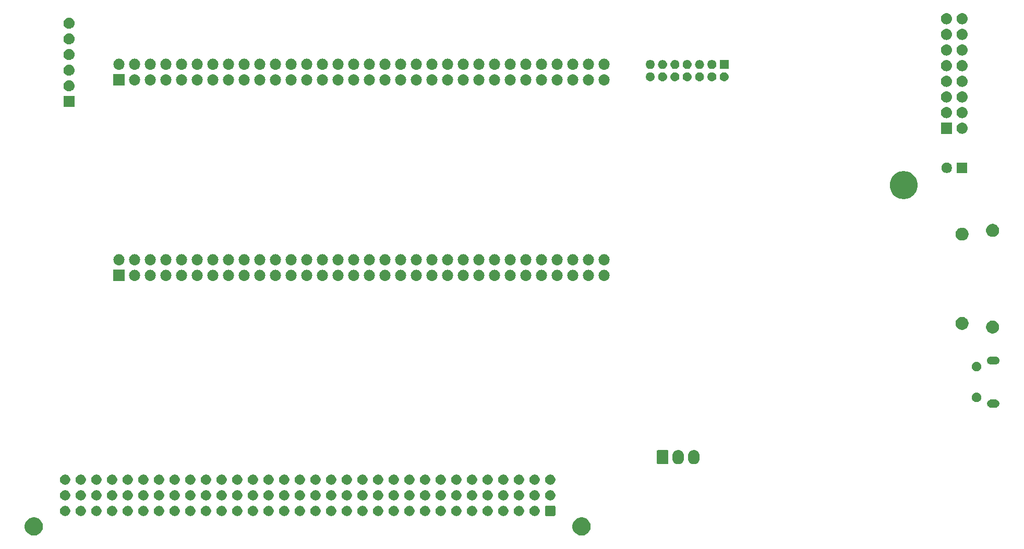
<source format=gbr>
G04 #@! TF.GenerationSoftware,KiCad,Pcbnew,5.0.2+dfsg1-1~bpo9+1*
G04 #@! TF.CreationDate,2022-10-01T08:37:02+02:00*
G04 #@! TF.ProjectId,nubus-to-ztex,6e756275-732d-4746-9f2d-7a7465782e6b,rev?*
G04 #@! TF.SameCoordinates,Original*
G04 #@! TF.FileFunction,Soldermask,Bot*
G04 #@! TF.FilePolarity,Negative*
%FSLAX46Y46*%
G04 Gerber Fmt 4.6, Leading zero omitted, Abs format (unit mm)*
G04 Created by KiCad (PCBNEW 5.0.2+dfsg1-1~bpo9+1) date Sat Oct  1 08:37:02 2022*
%MOMM*%
%LPD*%
G01*
G04 APERTURE LIST*
%ADD10C,0.100000*%
G04 APERTURE END LIST*
D10*
G36*
X205510531Y-101120721D02*
X205779149Y-101231986D01*
X206020898Y-101393518D01*
X206226482Y-101599102D01*
X206388014Y-101840851D01*
X206499279Y-102109469D01*
X206556000Y-102394625D01*
X206556000Y-102685375D01*
X206499279Y-102970531D01*
X206388014Y-103239149D01*
X206226482Y-103480898D01*
X206020898Y-103686482D01*
X205779149Y-103848014D01*
X205510531Y-103959279D01*
X205225375Y-104016000D01*
X204934625Y-104016000D01*
X204649469Y-103959279D01*
X204380851Y-103848014D01*
X204139102Y-103686482D01*
X203933518Y-103480898D01*
X203771986Y-103239149D01*
X203660721Y-102970531D01*
X203604000Y-102685375D01*
X203604000Y-102394625D01*
X203660721Y-102109469D01*
X203771986Y-101840851D01*
X203933518Y-101599102D01*
X204139102Y-101393518D01*
X204380851Y-101231986D01*
X204649469Y-101120721D01*
X204934625Y-101064000D01*
X205225375Y-101064000D01*
X205510531Y-101120721D01*
X205510531Y-101120721D01*
G37*
G36*
X116610531Y-101120721D02*
X116879149Y-101231986D01*
X117120898Y-101393518D01*
X117326482Y-101599102D01*
X117488014Y-101840851D01*
X117599279Y-102109469D01*
X117656000Y-102394625D01*
X117656000Y-102685375D01*
X117599279Y-102970531D01*
X117488014Y-103239149D01*
X117326482Y-103480898D01*
X117120898Y-103686482D01*
X116879149Y-103848014D01*
X116610531Y-103959279D01*
X116325375Y-104016000D01*
X116034625Y-104016000D01*
X115749469Y-103959279D01*
X115480851Y-103848014D01*
X115239102Y-103686482D01*
X115033518Y-103480898D01*
X114871986Y-103239149D01*
X114760721Y-102970531D01*
X114704000Y-102685375D01*
X114704000Y-102394625D01*
X114760721Y-102109469D01*
X114871986Y-101840851D01*
X115033518Y-101599102D01*
X115239102Y-101393518D01*
X115480851Y-101231986D01*
X115749469Y-101120721D01*
X116034625Y-101064000D01*
X116325375Y-101064000D01*
X116610531Y-101120721D01*
X116610531Y-101120721D01*
G37*
G36*
X129120935Y-99205742D02*
X129271258Y-99268008D01*
X129406545Y-99358404D01*
X129521596Y-99473455D01*
X129611992Y-99608742D01*
X129674258Y-99759065D01*
X129706000Y-99918646D01*
X129706000Y-100081354D01*
X129674258Y-100240935D01*
X129611992Y-100391258D01*
X129521596Y-100526545D01*
X129406545Y-100641596D01*
X129271258Y-100731992D01*
X129120935Y-100794258D01*
X128961354Y-100826000D01*
X128798646Y-100826000D01*
X128639065Y-100794258D01*
X128488742Y-100731992D01*
X128353455Y-100641596D01*
X128238404Y-100526545D01*
X128148008Y-100391258D01*
X128085742Y-100240935D01*
X128054000Y-100081354D01*
X128054000Y-99918646D01*
X128085742Y-99759065D01*
X128148008Y-99608742D01*
X128238404Y-99473455D01*
X128353455Y-99358404D01*
X128488742Y-99268008D01*
X128639065Y-99205742D01*
X128798646Y-99174000D01*
X128961354Y-99174000D01*
X129120935Y-99205742D01*
X129120935Y-99205742D01*
G37*
G36*
X151980935Y-99205742D02*
X152131258Y-99268008D01*
X152266545Y-99358404D01*
X152381596Y-99473455D01*
X152471992Y-99608742D01*
X152534258Y-99759065D01*
X152566000Y-99918646D01*
X152566000Y-100081354D01*
X152534258Y-100240935D01*
X152471992Y-100391258D01*
X152381596Y-100526545D01*
X152266545Y-100641596D01*
X152131258Y-100731992D01*
X151980935Y-100794258D01*
X151821354Y-100826000D01*
X151658646Y-100826000D01*
X151499065Y-100794258D01*
X151348742Y-100731992D01*
X151213455Y-100641596D01*
X151098404Y-100526545D01*
X151008008Y-100391258D01*
X150945742Y-100240935D01*
X150914000Y-100081354D01*
X150914000Y-99918646D01*
X150945742Y-99759065D01*
X151008008Y-99608742D01*
X151098404Y-99473455D01*
X151213455Y-99358404D01*
X151348742Y-99268008D01*
X151499065Y-99205742D01*
X151658646Y-99174000D01*
X151821354Y-99174000D01*
X151980935Y-99205742D01*
X151980935Y-99205742D01*
G37*
G36*
X167220935Y-99205742D02*
X167371258Y-99268008D01*
X167506545Y-99358404D01*
X167621596Y-99473455D01*
X167711992Y-99608742D01*
X167774258Y-99759065D01*
X167806000Y-99918646D01*
X167806000Y-100081354D01*
X167774258Y-100240935D01*
X167711992Y-100391258D01*
X167621596Y-100526545D01*
X167506545Y-100641596D01*
X167371258Y-100731992D01*
X167220935Y-100794258D01*
X167061354Y-100826000D01*
X166898646Y-100826000D01*
X166739065Y-100794258D01*
X166588742Y-100731992D01*
X166453455Y-100641596D01*
X166338404Y-100526545D01*
X166248008Y-100391258D01*
X166185742Y-100240935D01*
X166154000Y-100081354D01*
X166154000Y-99918646D01*
X166185742Y-99759065D01*
X166248008Y-99608742D01*
X166338404Y-99473455D01*
X166453455Y-99358404D01*
X166588742Y-99268008D01*
X166739065Y-99205742D01*
X166898646Y-99174000D01*
X167061354Y-99174000D01*
X167220935Y-99205742D01*
X167220935Y-99205742D01*
G37*
G36*
X164680935Y-99205742D02*
X164831258Y-99268008D01*
X164966545Y-99358404D01*
X165081596Y-99473455D01*
X165171992Y-99608742D01*
X165234258Y-99759065D01*
X165266000Y-99918646D01*
X165266000Y-100081354D01*
X165234258Y-100240935D01*
X165171992Y-100391258D01*
X165081596Y-100526545D01*
X164966545Y-100641596D01*
X164831258Y-100731992D01*
X164680935Y-100794258D01*
X164521354Y-100826000D01*
X164358646Y-100826000D01*
X164199065Y-100794258D01*
X164048742Y-100731992D01*
X163913455Y-100641596D01*
X163798404Y-100526545D01*
X163708008Y-100391258D01*
X163645742Y-100240935D01*
X163614000Y-100081354D01*
X163614000Y-99918646D01*
X163645742Y-99759065D01*
X163708008Y-99608742D01*
X163798404Y-99473455D01*
X163913455Y-99358404D01*
X164048742Y-99268008D01*
X164199065Y-99205742D01*
X164358646Y-99174000D01*
X164521354Y-99174000D01*
X164680935Y-99205742D01*
X164680935Y-99205742D01*
G37*
G36*
X162140935Y-99205742D02*
X162291258Y-99268008D01*
X162426545Y-99358404D01*
X162541596Y-99473455D01*
X162631992Y-99608742D01*
X162694258Y-99759065D01*
X162726000Y-99918646D01*
X162726000Y-100081354D01*
X162694258Y-100240935D01*
X162631992Y-100391258D01*
X162541596Y-100526545D01*
X162426545Y-100641596D01*
X162291258Y-100731992D01*
X162140935Y-100794258D01*
X161981354Y-100826000D01*
X161818646Y-100826000D01*
X161659065Y-100794258D01*
X161508742Y-100731992D01*
X161373455Y-100641596D01*
X161258404Y-100526545D01*
X161168008Y-100391258D01*
X161105742Y-100240935D01*
X161074000Y-100081354D01*
X161074000Y-99918646D01*
X161105742Y-99759065D01*
X161168008Y-99608742D01*
X161258404Y-99473455D01*
X161373455Y-99358404D01*
X161508742Y-99268008D01*
X161659065Y-99205742D01*
X161818646Y-99174000D01*
X161981354Y-99174000D01*
X162140935Y-99205742D01*
X162140935Y-99205742D01*
G37*
G36*
X159600935Y-99205742D02*
X159751258Y-99268008D01*
X159886545Y-99358404D01*
X160001596Y-99473455D01*
X160091992Y-99608742D01*
X160154258Y-99759065D01*
X160186000Y-99918646D01*
X160186000Y-100081354D01*
X160154258Y-100240935D01*
X160091992Y-100391258D01*
X160001596Y-100526545D01*
X159886545Y-100641596D01*
X159751258Y-100731992D01*
X159600935Y-100794258D01*
X159441354Y-100826000D01*
X159278646Y-100826000D01*
X159119065Y-100794258D01*
X158968742Y-100731992D01*
X158833455Y-100641596D01*
X158718404Y-100526545D01*
X158628008Y-100391258D01*
X158565742Y-100240935D01*
X158534000Y-100081354D01*
X158534000Y-99918646D01*
X158565742Y-99759065D01*
X158628008Y-99608742D01*
X158718404Y-99473455D01*
X158833455Y-99358404D01*
X158968742Y-99268008D01*
X159119065Y-99205742D01*
X159278646Y-99174000D01*
X159441354Y-99174000D01*
X159600935Y-99205742D01*
X159600935Y-99205742D01*
G37*
G36*
X157060935Y-99205742D02*
X157211258Y-99268008D01*
X157346545Y-99358404D01*
X157461596Y-99473455D01*
X157551992Y-99608742D01*
X157614258Y-99759065D01*
X157646000Y-99918646D01*
X157646000Y-100081354D01*
X157614258Y-100240935D01*
X157551992Y-100391258D01*
X157461596Y-100526545D01*
X157346545Y-100641596D01*
X157211258Y-100731992D01*
X157060935Y-100794258D01*
X156901354Y-100826000D01*
X156738646Y-100826000D01*
X156579065Y-100794258D01*
X156428742Y-100731992D01*
X156293455Y-100641596D01*
X156178404Y-100526545D01*
X156088008Y-100391258D01*
X156025742Y-100240935D01*
X155994000Y-100081354D01*
X155994000Y-99918646D01*
X156025742Y-99759065D01*
X156088008Y-99608742D01*
X156178404Y-99473455D01*
X156293455Y-99358404D01*
X156428742Y-99268008D01*
X156579065Y-99205742D01*
X156738646Y-99174000D01*
X156901354Y-99174000D01*
X157060935Y-99205742D01*
X157060935Y-99205742D01*
G37*
G36*
X154520935Y-99205742D02*
X154671258Y-99268008D01*
X154806545Y-99358404D01*
X154921596Y-99473455D01*
X155011992Y-99608742D01*
X155074258Y-99759065D01*
X155106000Y-99918646D01*
X155106000Y-100081354D01*
X155074258Y-100240935D01*
X155011992Y-100391258D01*
X154921596Y-100526545D01*
X154806545Y-100641596D01*
X154671258Y-100731992D01*
X154520935Y-100794258D01*
X154361354Y-100826000D01*
X154198646Y-100826000D01*
X154039065Y-100794258D01*
X153888742Y-100731992D01*
X153753455Y-100641596D01*
X153638404Y-100526545D01*
X153548008Y-100391258D01*
X153485742Y-100240935D01*
X153454000Y-100081354D01*
X153454000Y-99918646D01*
X153485742Y-99759065D01*
X153548008Y-99608742D01*
X153638404Y-99473455D01*
X153753455Y-99358404D01*
X153888742Y-99268008D01*
X154039065Y-99205742D01*
X154198646Y-99174000D01*
X154361354Y-99174000D01*
X154520935Y-99205742D01*
X154520935Y-99205742D01*
G37*
G36*
X149440935Y-99205742D02*
X149591258Y-99268008D01*
X149726545Y-99358404D01*
X149841596Y-99473455D01*
X149931992Y-99608742D01*
X149994258Y-99759065D01*
X150026000Y-99918646D01*
X150026000Y-100081354D01*
X149994258Y-100240935D01*
X149931992Y-100391258D01*
X149841596Y-100526545D01*
X149726545Y-100641596D01*
X149591258Y-100731992D01*
X149440935Y-100794258D01*
X149281354Y-100826000D01*
X149118646Y-100826000D01*
X148959065Y-100794258D01*
X148808742Y-100731992D01*
X148673455Y-100641596D01*
X148558404Y-100526545D01*
X148468008Y-100391258D01*
X148405742Y-100240935D01*
X148374000Y-100081354D01*
X148374000Y-99918646D01*
X148405742Y-99759065D01*
X148468008Y-99608742D01*
X148558404Y-99473455D01*
X148673455Y-99358404D01*
X148808742Y-99268008D01*
X148959065Y-99205742D01*
X149118646Y-99174000D01*
X149281354Y-99174000D01*
X149440935Y-99205742D01*
X149440935Y-99205742D01*
G37*
G36*
X146900935Y-99205742D02*
X147051258Y-99268008D01*
X147186545Y-99358404D01*
X147301596Y-99473455D01*
X147391992Y-99608742D01*
X147454258Y-99759065D01*
X147486000Y-99918646D01*
X147486000Y-100081354D01*
X147454258Y-100240935D01*
X147391992Y-100391258D01*
X147301596Y-100526545D01*
X147186545Y-100641596D01*
X147051258Y-100731992D01*
X146900935Y-100794258D01*
X146741354Y-100826000D01*
X146578646Y-100826000D01*
X146419065Y-100794258D01*
X146268742Y-100731992D01*
X146133455Y-100641596D01*
X146018404Y-100526545D01*
X145928008Y-100391258D01*
X145865742Y-100240935D01*
X145834000Y-100081354D01*
X145834000Y-99918646D01*
X145865742Y-99759065D01*
X145928008Y-99608742D01*
X146018404Y-99473455D01*
X146133455Y-99358404D01*
X146268742Y-99268008D01*
X146419065Y-99205742D01*
X146578646Y-99174000D01*
X146741354Y-99174000D01*
X146900935Y-99205742D01*
X146900935Y-99205742D01*
G37*
G36*
X144360935Y-99205742D02*
X144511258Y-99268008D01*
X144646545Y-99358404D01*
X144761596Y-99473455D01*
X144851992Y-99608742D01*
X144914258Y-99759065D01*
X144946000Y-99918646D01*
X144946000Y-100081354D01*
X144914258Y-100240935D01*
X144851992Y-100391258D01*
X144761596Y-100526545D01*
X144646545Y-100641596D01*
X144511258Y-100731992D01*
X144360935Y-100794258D01*
X144201354Y-100826000D01*
X144038646Y-100826000D01*
X143879065Y-100794258D01*
X143728742Y-100731992D01*
X143593455Y-100641596D01*
X143478404Y-100526545D01*
X143388008Y-100391258D01*
X143325742Y-100240935D01*
X143294000Y-100081354D01*
X143294000Y-99918646D01*
X143325742Y-99759065D01*
X143388008Y-99608742D01*
X143478404Y-99473455D01*
X143593455Y-99358404D01*
X143728742Y-99268008D01*
X143879065Y-99205742D01*
X144038646Y-99174000D01*
X144201354Y-99174000D01*
X144360935Y-99205742D01*
X144360935Y-99205742D01*
G37*
G36*
X141820935Y-99205742D02*
X141971258Y-99268008D01*
X142106545Y-99358404D01*
X142221596Y-99473455D01*
X142311992Y-99608742D01*
X142374258Y-99759065D01*
X142406000Y-99918646D01*
X142406000Y-100081354D01*
X142374258Y-100240935D01*
X142311992Y-100391258D01*
X142221596Y-100526545D01*
X142106545Y-100641596D01*
X141971258Y-100731992D01*
X141820935Y-100794258D01*
X141661354Y-100826000D01*
X141498646Y-100826000D01*
X141339065Y-100794258D01*
X141188742Y-100731992D01*
X141053455Y-100641596D01*
X140938404Y-100526545D01*
X140848008Y-100391258D01*
X140785742Y-100240935D01*
X140754000Y-100081354D01*
X140754000Y-99918646D01*
X140785742Y-99759065D01*
X140848008Y-99608742D01*
X140938404Y-99473455D01*
X141053455Y-99358404D01*
X141188742Y-99268008D01*
X141339065Y-99205742D01*
X141498646Y-99174000D01*
X141661354Y-99174000D01*
X141820935Y-99205742D01*
X141820935Y-99205742D01*
G37*
G36*
X139280935Y-99205742D02*
X139431258Y-99268008D01*
X139566545Y-99358404D01*
X139681596Y-99473455D01*
X139771992Y-99608742D01*
X139834258Y-99759065D01*
X139866000Y-99918646D01*
X139866000Y-100081354D01*
X139834258Y-100240935D01*
X139771992Y-100391258D01*
X139681596Y-100526545D01*
X139566545Y-100641596D01*
X139431258Y-100731992D01*
X139280935Y-100794258D01*
X139121354Y-100826000D01*
X138958646Y-100826000D01*
X138799065Y-100794258D01*
X138648742Y-100731992D01*
X138513455Y-100641596D01*
X138398404Y-100526545D01*
X138308008Y-100391258D01*
X138245742Y-100240935D01*
X138214000Y-100081354D01*
X138214000Y-99918646D01*
X138245742Y-99759065D01*
X138308008Y-99608742D01*
X138398404Y-99473455D01*
X138513455Y-99358404D01*
X138648742Y-99268008D01*
X138799065Y-99205742D01*
X138958646Y-99174000D01*
X139121354Y-99174000D01*
X139280935Y-99205742D01*
X139280935Y-99205742D01*
G37*
G36*
X136740935Y-99205742D02*
X136891258Y-99268008D01*
X137026545Y-99358404D01*
X137141596Y-99473455D01*
X137231992Y-99608742D01*
X137294258Y-99759065D01*
X137326000Y-99918646D01*
X137326000Y-100081354D01*
X137294258Y-100240935D01*
X137231992Y-100391258D01*
X137141596Y-100526545D01*
X137026545Y-100641596D01*
X136891258Y-100731992D01*
X136740935Y-100794258D01*
X136581354Y-100826000D01*
X136418646Y-100826000D01*
X136259065Y-100794258D01*
X136108742Y-100731992D01*
X135973455Y-100641596D01*
X135858404Y-100526545D01*
X135768008Y-100391258D01*
X135705742Y-100240935D01*
X135674000Y-100081354D01*
X135674000Y-99918646D01*
X135705742Y-99759065D01*
X135768008Y-99608742D01*
X135858404Y-99473455D01*
X135973455Y-99358404D01*
X136108742Y-99268008D01*
X136259065Y-99205742D01*
X136418646Y-99174000D01*
X136581354Y-99174000D01*
X136740935Y-99205742D01*
X136740935Y-99205742D01*
G37*
G36*
X134200935Y-99205742D02*
X134351258Y-99268008D01*
X134486545Y-99358404D01*
X134601596Y-99473455D01*
X134691992Y-99608742D01*
X134754258Y-99759065D01*
X134786000Y-99918646D01*
X134786000Y-100081354D01*
X134754258Y-100240935D01*
X134691992Y-100391258D01*
X134601596Y-100526545D01*
X134486545Y-100641596D01*
X134351258Y-100731992D01*
X134200935Y-100794258D01*
X134041354Y-100826000D01*
X133878646Y-100826000D01*
X133719065Y-100794258D01*
X133568742Y-100731992D01*
X133433455Y-100641596D01*
X133318404Y-100526545D01*
X133228008Y-100391258D01*
X133165742Y-100240935D01*
X133134000Y-100081354D01*
X133134000Y-99918646D01*
X133165742Y-99759065D01*
X133228008Y-99608742D01*
X133318404Y-99473455D01*
X133433455Y-99358404D01*
X133568742Y-99268008D01*
X133719065Y-99205742D01*
X133878646Y-99174000D01*
X134041354Y-99174000D01*
X134200935Y-99205742D01*
X134200935Y-99205742D01*
G37*
G36*
X131660935Y-99205742D02*
X131811258Y-99268008D01*
X131946545Y-99358404D01*
X132061596Y-99473455D01*
X132151992Y-99608742D01*
X132214258Y-99759065D01*
X132246000Y-99918646D01*
X132246000Y-100081354D01*
X132214258Y-100240935D01*
X132151992Y-100391258D01*
X132061596Y-100526545D01*
X131946545Y-100641596D01*
X131811258Y-100731992D01*
X131660935Y-100794258D01*
X131501354Y-100826000D01*
X131338646Y-100826000D01*
X131179065Y-100794258D01*
X131028742Y-100731992D01*
X130893455Y-100641596D01*
X130778404Y-100526545D01*
X130688008Y-100391258D01*
X130625742Y-100240935D01*
X130594000Y-100081354D01*
X130594000Y-99918646D01*
X130625742Y-99759065D01*
X130688008Y-99608742D01*
X130778404Y-99473455D01*
X130893455Y-99358404D01*
X131028742Y-99268008D01*
X131179065Y-99205742D01*
X131338646Y-99174000D01*
X131501354Y-99174000D01*
X131660935Y-99205742D01*
X131660935Y-99205742D01*
G37*
G36*
X174840935Y-99205742D02*
X174991258Y-99268008D01*
X175126545Y-99358404D01*
X175241596Y-99473455D01*
X175331992Y-99608742D01*
X175394258Y-99759065D01*
X175426000Y-99918646D01*
X175426000Y-100081354D01*
X175394258Y-100240935D01*
X175331992Y-100391258D01*
X175241596Y-100526545D01*
X175126545Y-100641596D01*
X174991258Y-100731992D01*
X174840935Y-100794258D01*
X174681354Y-100826000D01*
X174518646Y-100826000D01*
X174359065Y-100794258D01*
X174208742Y-100731992D01*
X174073455Y-100641596D01*
X173958404Y-100526545D01*
X173868008Y-100391258D01*
X173805742Y-100240935D01*
X173774000Y-100081354D01*
X173774000Y-99918646D01*
X173805742Y-99759065D01*
X173868008Y-99608742D01*
X173958404Y-99473455D01*
X174073455Y-99358404D01*
X174208742Y-99268008D01*
X174359065Y-99205742D01*
X174518646Y-99174000D01*
X174681354Y-99174000D01*
X174840935Y-99205742D01*
X174840935Y-99205742D01*
G37*
G36*
X169760935Y-99205742D02*
X169911258Y-99268008D01*
X170046545Y-99358404D01*
X170161596Y-99473455D01*
X170251992Y-99608742D01*
X170314258Y-99759065D01*
X170346000Y-99918646D01*
X170346000Y-100081354D01*
X170314258Y-100240935D01*
X170251992Y-100391258D01*
X170161596Y-100526545D01*
X170046545Y-100641596D01*
X169911258Y-100731992D01*
X169760935Y-100794258D01*
X169601354Y-100826000D01*
X169438646Y-100826000D01*
X169279065Y-100794258D01*
X169128742Y-100731992D01*
X168993455Y-100641596D01*
X168878404Y-100526545D01*
X168788008Y-100391258D01*
X168725742Y-100240935D01*
X168694000Y-100081354D01*
X168694000Y-99918646D01*
X168725742Y-99759065D01*
X168788008Y-99608742D01*
X168878404Y-99473455D01*
X168993455Y-99358404D01*
X169128742Y-99268008D01*
X169279065Y-99205742D01*
X169438646Y-99174000D01*
X169601354Y-99174000D01*
X169760935Y-99205742D01*
X169760935Y-99205742D01*
G37*
G36*
X124040935Y-99205742D02*
X124191258Y-99268008D01*
X124326545Y-99358404D01*
X124441596Y-99473455D01*
X124531992Y-99608742D01*
X124594258Y-99759065D01*
X124626000Y-99918646D01*
X124626000Y-100081354D01*
X124594258Y-100240935D01*
X124531992Y-100391258D01*
X124441596Y-100526545D01*
X124326545Y-100641596D01*
X124191258Y-100731992D01*
X124040935Y-100794258D01*
X123881354Y-100826000D01*
X123718646Y-100826000D01*
X123559065Y-100794258D01*
X123408742Y-100731992D01*
X123273455Y-100641596D01*
X123158404Y-100526545D01*
X123068008Y-100391258D01*
X123005742Y-100240935D01*
X122974000Y-100081354D01*
X122974000Y-99918646D01*
X123005742Y-99759065D01*
X123068008Y-99608742D01*
X123158404Y-99473455D01*
X123273455Y-99358404D01*
X123408742Y-99268008D01*
X123559065Y-99205742D01*
X123718646Y-99174000D01*
X123881354Y-99174000D01*
X124040935Y-99205742D01*
X124040935Y-99205742D01*
G37*
G36*
X121500935Y-99205742D02*
X121651258Y-99268008D01*
X121786545Y-99358404D01*
X121901596Y-99473455D01*
X121991992Y-99608742D01*
X122054258Y-99759065D01*
X122086000Y-99918646D01*
X122086000Y-100081354D01*
X122054258Y-100240935D01*
X121991992Y-100391258D01*
X121901596Y-100526545D01*
X121786545Y-100641596D01*
X121651258Y-100731992D01*
X121500935Y-100794258D01*
X121341354Y-100826000D01*
X121178646Y-100826000D01*
X121019065Y-100794258D01*
X120868742Y-100731992D01*
X120733455Y-100641596D01*
X120618404Y-100526545D01*
X120528008Y-100391258D01*
X120465742Y-100240935D01*
X120434000Y-100081354D01*
X120434000Y-99918646D01*
X120465742Y-99759065D01*
X120528008Y-99608742D01*
X120618404Y-99473455D01*
X120733455Y-99358404D01*
X120868742Y-99268008D01*
X121019065Y-99205742D01*
X121178646Y-99174000D01*
X121341354Y-99174000D01*
X121500935Y-99205742D01*
X121500935Y-99205742D01*
G37*
G36*
X126580935Y-99205742D02*
X126731258Y-99268008D01*
X126866545Y-99358404D01*
X126981596Y-99473455D01*
X127071992Y-99608742D01*
X127134258Y-99759065D01*
X127166000Y-99918646D01*
X127166000Y-100081354D01*
X127134258Y-100240935D01*
X127071992Y-100391258D01*
X126981596Y-100526545D01*
X126866545Y-100641596D01*
X126731258Y-100731992D01*
X126580935Y-100794258D01*
X126421354Y-100826000D01*
X126258646Y-100826000D01*
X126099065Y-100794258D01*
X125948742Y-100731992D01*
X125813455Y-100641596D01*
X125698404Y-100526545D01*
X125608008Y-100391258D01*
X125545742Y-100240935D01*
X125514000Y-100081354D01*
X125514000Y-99918646D01*
X125545742Y-99759065D01*
X125608008Y-99608742D01*
X125698404Y-99473455D01*
X125813455Y-99358404D01*
X125948742Y-99268008D01*
X126099065Y-99205742D01*
X126258646Y-99174000D01*
X126421354Y-99174000D01*
X126580935Y-99205742D01*
X126580935Y-99205742D01*
G37*
G36*
X200679569Y-99178086D02*
X200713558Y-99188396D01*
X200744880Y-99205138D01*
X200772332Y-99227668D01*
X200794862Y-99255120D01*
X200811604Y-99286442D01*
X200821914Y-99320431D01*
X200826000Y-99361914D01*
X200826000Y-100638086D01*
X200821914Y-100679569D01*
X200811604Y-100713558D01*
X200794862Y-100744880D01*
X200772332Y-100772332D01*
X200744880Y-100794862D01*
X200713558Y-100811604D01*
X200679569Y-100821914D01*
X200638086Y-100826000D01*
X199361914Y-100826000D01*
X199320431Y-100821914D01*
X199286442Y-100811604D01*
X199255120Y-100794862D01*
X199227668Y-100772332D01*
X199205138Y-100744880D01*
X199188396Y-100713558D01*
X199178086Y-100679569D01*
X199174000Y-100638086D01*
X199174000Y-99361914D01*
X199178086Y-99320431D01*
X199188396Y-99286442D01*
X199205138Y-99255120D01*
X199227668Y-99227668D01*
X199255120Y-99205138D01*
X199286442Y-99188396D01*
X199320431Y-99178086D01*
X199361914Y-99174000D01*
X200638086Y-99174000D01*
X200679569Y-99178086D01*
X200679569Y-99178086D01*
G37*
G36*
X197700935Y-99205742D02*
X197851258Y-99268008D01*
X197986545Y-99358404D01*
X198101596Y-99473455D01*
X198191992Y-99608742D01*
X198254258Y-99759065D01*
X198286000Y-99918646D01*
X198286000Y-100081354D01*
X198254258Y-100240935D01*
X198191992Y-100391258D01*
X198101596Y-100526545D01*
X197986545Y-100641596D01*
X197851258Y-100731992D01*
X197700935Y-100794258D01*
X197541354Y-100826000D01*
X197378646Y-100826000D01*
X197219065Y-100794258D01*
X197068742Y-100731992D01*
X196933455Y-100641596D01*
X196818404Y-100526545D01*
X196728008Y-100391258D01*
X196665742Y-100240935D01*
X196634000Y-100081354D01*
X196634000Y-99918646D01*
X196665742Y-99759065D01*
X196728008Y-99608742D01*
X196818404Y-99473455D01*
X196933455Y-99358404D01*
X197068742Y-99268008D01*
X197219065Y-99205742D01*
X197378646Y-99174000D01*
X197541354Y-99174000D01*
X197700935Y-99205742D01*
X197700935Y-99205742D01*
G37*
G36*
X195160935Y-99205742D02*
X195311258Y-99268008D01*
X195446545Y-99358404D01*
X195561596Y-99473455D01*
X195651992Y-99608742D01*
X195714258Y-99759065D01*
X195746000Y-99918646D01*
X195746000Y-100081354D01*
X195714258Y-100240935D01*
X195651992Y-100391258D01*
X195561596Y-100526545D01*
X195446545Y-100641596D01*
X195311258Y-100731992D01*
X195160935Y-100794258D01*
X195001354Y-100826000D01*
X194838646Y-100826000D01*
X194679065Y-100794258D01*
X194528742Y-100731992D01*
X194393455Y-100641596D01*
X194278404Y-100526545D01*
X194188008Y-100391258D01*
X194125742Y-100240935D01*
X194094000Y-100081354D01*
X194094000Y-99918646D01*
X194125742Y-99759065D01*
X194188008Y-99608742D01*
X194278404Y-99473455D01*
X194393455Y-99358404D01*
X194528742Y-99268008D01*
X194679065Y-99205742D01*
X194838646Y-99174000D01*
X195001354Y-99174000D01*
X195160935Y-99205742D01*
X195160935Y-99205742D01*
G37*
G36*
X192620935Y-99205742D02*
X192771258Y-99268008D01*
X192906545Y-99358404D01*
X193021596Y-99473455D01*
X193111992Y-99608742D01*
X193174258Y-99759065D01*
X193206000Y-99918646D01*
X193206000Y-100081354D01*
X193174258Y-100240935D01*
X193111992Y-100391258D01*
X193021596Y-100526545D01*
X192906545Y-100641596D01*
X192771258Y-100731992D01*
X192620935Y-100794258D01*
X192461354Y-100826000D01*
X192298646Y-100826000D01*
X192139065Y-100794258D01*
X191988742Y-100731992D01*
X191853455Y-100641596D01*
X191738404Y-100526545D01*
X191648008Y-100391258D01*
X191585742Y-100240935D01*
X191554000Y-100081354D01*
X191554000Y-99918646D01*
X191585742Y-99759065D01*
X191648008Y-99608742D01*
X191738404Y-99473455D01*
X191853455Y-99358404D01*
X191988742Y-99268008D01*
X192139065Y-99205742D01*
X192298646Y-99174000D01*
X192461354Y-99174000D01*
X192620935Y-99205742D01*
X192620935Y-99205742D01*
G37*
G36*
X187540935Y-99205742D02*
X187691258Y-99268008D01*
X187826545Y-99358404D01*
X187941596Y-99473455D01*
X188031992Y-99608742D01*
X188094258Y-99759065D01*
X188126000Y-99918646D01*
X188126000Y-100081354D01*
X188094258Y-100240935D01*
X188031992Y-100391258D01*
X187941596Y-100526545D01*
X187826545Y-100641596D01*
X187691258Y-100731992D01*
X187540935Y-100794258D01*
X187381354Y-100826000D01*
X187218646Y-100826000D01*
X187059065Y-100794258D01*
X186908742Y-100731992D01*
X186773455Y-100641596D01*
X186658404Y-100526545D01*
X186568008Y-100391258D01*
X186505742Y-100240935D01*
X186474000Y-100081354D01*
X186474000Y-99918646D01*
X186505742Y-99759065D01*
X186568008Y-99608742D01*
X186658404Y-99473455D01*
X186773455Y-99358404D01*
X186908742Y-99268008D01*
X187059065Y-99205742D01*
X187218646Y-99174000D01*
X187381354Y-99174000D01*
X187540935Y-99205742D01*
X187540935Y-99205742D01*
G37*
G36*
X185000935Y-99205742D02*
X185151258Y-99268008D01*
X185286545Y-99358404D01*
X185401596Y-99473455D01*
X185491992Y-99608742D01*
X185554258Y-99759065D01*
X185586000Y-99918646D01*
X185586000Y-100081354D01*
X185554258Y-100240935D01*
X185491992Y-100391258D01*
X185401596Y-100526545D01*
X185286545Y-100641596D01*
X185151258Y-100731992D01*
X185000935Y-100794258D01*
X184841354Y-100826000D01*
X184678646Y-100826000D01*
X184519065Y-100794258D01*
X184368742Y-100731992D01*
X184233455Y-100641596D01*
X184118404Y-100526545D01*
X184028008Y-100391258D01*
X183965742Y-100240935D01*
X183934000Y-100081354D01*
X183934000Y-99918646D01*
X183965742Y-99759065D01*
X184028008Y-99608742D01*
X184118404Y-99473455D01*
X184233455Y-99358404D01*
X184368742Y-99268008D01*
X184519065Y-99205742D01*
X184678646Y-99174000D01*
X184841354Y-99174000D01*
X185000935Y-99205742D01*
X185000935Y-99205742D01*
G37*
G36*
X182460935Y-99205742D02*
X182611258Y-99268008D01*
X182746545Y-99358404D01*
X182861596Y-99473455D01*
X182951992Y-99608742D01*
X183014258Y-99759065D01*
X183046000Y-99918646D01*
X183046000Y-100081354D01*
X183014258Y-100240935D01*
X182951992Y-100391258D01*
X182861596Y-100526545D01*
X182746545Y-100641596D01*
X182611258Y-100731992D01*
X182460935Y-100794258D01*
X182301354Y-100826000D01*
X182138646Y-100826000D01*
X181979065Y-100794258D01*
X181828742Y-100731992D01*
X181693455Y-100641596D01*
X181578404Y-100526545D01*
X181488008Y-100391258D01*
X181425742Y-100240935D01*
X181394000Y-100081354D01*
X181394000Y-99918646D01*
X181425742Y-99759065D01*
X181488008Y-99608742D01*
X181578404Y-99473455D01*
X181693455Y-99358404D01*
X181828742Y-99268008D01*
X181979065Y-99205742D01*
X182138646Y-99174000D01*
X182301354Y-99174000D01*
X182460935Y-99205742D01*
X182460935Y-99205742D01*
G37*
G36*
X179920935Y-99205742D02*
X180071258Y-99268008D01*
X180206545Y-99358404D01*
X180321596Y-99473455D01*
X180411992Y-99608742D01*
X180474258Y-99759065D01*
X180506000Y-99918646D01*
X180506000Y-100081354D01*
X180474258Y-100240935D01*
X180411992Y-100391258D01*
X180321596Y-100526545D01*
X180206545Y-100641596D01*
X180071258Y-100731992D01*
X179920935Y-100794258D01*
X179761354Y-100826000D01*
X179598646Y-100826000D01*
X179439065Y-100794258D01*
X179288742Y-100731992D01*
X179153455Y-100641596D01*
X179038404Y-100526545D01*
X178948008Y-100391258D01*
X178885742Y-100240935D01*
X178854000Y-100081354D01*
X178854000Y-99918646D01*
X178885742Y-99759065D01*
X178948008Y-99608742D01*
X179038404Y-99473455D01*
X179153455Y-99358404D01*
X179288742Y-99268008D01*
X179439065Y-99205742D01*
X179598646Y-99174000D01*
X179761354Y-99174000D01*
X179920935Y-99205742D01*
X179920935Y-99205742D01*
G37*
G36*
X177380935Y-99205742D02*
X177531258Y-99268008D01*
X177666545Y-99358404D01*
X177781596Y-99473455D01*
X177871992Y-99608742D01*
X177934258Y-99759065D01*
X177966000Y-99918646D01*
X177966000Y-100081354D01*
X177934258Y-100240935D01*
X177871992Y-100391258D01*
X177781596Y-100526545D01*
X177666545Y-100641596D01*
X177531258Y-100731992D01*
X177380935Y-100794258D01*
X177221354Y-100826000D01*
X177058646Y-100826000D01*
X176899065Y-100794258D01*
X176748742Y-100731992D01*
X176613455Y-100641596D01*
X176498404Y-100526545D01*
X176408008Y-100391258D01*
X176345742Y-100240935D01*
X176314000Y-100081354D01*
X176314000Y-99918646D01*
X176345742Y-99759065D01*
X176408008Y-99608742D01*
X176498404Y-99473455D01*
X176613455Y-99358404D01*
X176748742Y-99268008D01*
X176899065Y-99205742D01*
X177058646Y-99174000D01*
X177221354Y-99174000D01*
X177380935Y-99205742D01*
X177380935Y-99205742D01*
G37*
G36*
X172300935Y-99205742D02*
X172451258Y-99268008D01*
X172586545Y-99358404D01*
X172701596Y-99473455D01*
X172791992Y-99608742D01*
X172854258Y-99759065D01*
X172886000Y-99918646D01*
X172886000Y-100081354D01*
X172854258Y-100240935D01*
X172791992Y-100391258D01*
X172701596Y-100526545D01*
X172586545Y-100641596D01*
X172451258Y-100731992D01*
X172300935Y-100794258D01*
X172141354Y-100826000D01*
X171978646Y-100826000D01*
X171819065Y-100794258D01*
X171668742Y-100731992D01*
X171533455Y-100641596D01*
X171418404Y-100526545D01*
X171328008Y-100391258D01*
X171265742Y-100240935D01*
X171234000Y-100081354D01*
X171234000Y-99918646D01*
X171265742Y-99759065D01*
X171328008Y-99608742D01*
X171418404Y-99473455D01*
X171533455Y-99358404D01*
X171668742Y-99268008D01*
X171819065Y-99205742D01*
X171978646Y-99174000D01*
X172141354Y-99174000D01*
X172300935Y-99205742D01*
X172300935Y-99205742D01*
G37*
G36*
X190080935Y-99205742D02*
X190231258Y-99268008D01*
X190366545Y-99358404D01*
X190481596Y-99473455D01*
X190571992Y-99608742D01*
X190634258Y-99759065D01*
X190666000Y-99918646D01*
X190666000Y-100081354D01*
X190634258Y-100240935D01*
X190571992Y-100391258D01*
X190481596Y-100526545D01*
X190366545Y-100641596D01*
X190231258Y-100731992D01*
X190080935Y-100794258D01*
X189921354Y-100826000D01*
X189758646Y-100826000D01*
X189599065Y-100794258D01*
X189448742Y-100731992D01*
X189313455Y-100641596D01*
X189198404Y-100526545D01*
X189108008Y-100391258D01*
X189045742Y-100240935D01*
X189014000Y-100081354D01*
X189014000Y-99918646D01*
X189045742Y-99759065D01*
X189108008Y-99608742D01*
X189198404Y-99473455D01*
X189313455Y-99358404D01*
X189448742Y-99268008D01*
X189599065Y-99205742D01*
X189758646Y-99174000D01*
X189921354Y-99174000D01*
X190080935Y-99205742D01*
X190080935Y-99205742D01*
G37*
G36*
X131660935Y-96665742D02*
X131811258Y-96728008D01*
X131946545Y-96818404D01*
X132061596Y-96933455D01*
X132151992Y-97068742D01*
X132214258Y-97219065D01*
X132246000Y-97378646D01*
X132246000Y-97541354D01*
X132214258Y-97700935D01*
X132151992Y-97851258D01*
X132061596Y-97986545D01*
X131946545Y-98101596D01*
X131811258Y-98191992D01*
X131660935Y-98254258D01*
X131501354Y-98286000D01*
X131338646Y-98286000D01*
X131179065Y-98254258D01*
X131028742Y-98191992D01*
X130893455Y-98101596D01*
X130778404Y-97986545D01*
X130688008Y-97851258D01*
X130625742Y-97700935D01*
X130594000Y-97541354D01*
X130594000Y-97378646D01*
X130625742Y-97219065D01*
X130688008Y-97068742D01*
X130778404Y-96933455D01*
X130893455Y-96818404D01*
X131028742Y-96728008D01*
X131179065Y-96665742D01*
X131338646Y-96634000D01*
X131501354Y-96634000D01*
X131660935Y-96665742D01*
X131660935Y-96665742D01*
G37*
G36*
X121500935Y-96665742D02*
X121651258Y-96728008D01*
X121786545Y-96818404D01*
X121901596Y-96933455D01*
X121991992Y-97068742D01*
X122054258Y-97219065D01*
X122086000Y-97378646D01*
X122086000Y-97541354D01*
X122054258Y-97700935D01*
X121991992Y-97851258D01*
X121901596Y-97986545D01*
X121786545Y-98101596D01*
X121651258Y-98191992D01*
X121500935Y-98254258D01*
X121341354Y-98286000D01*
X121178646Y-98286000D01*
X121019065Y-98254258D01*
X120868742Y-98191992D01*
X120733455Y-98101596D01*
X120618404Y-97986545D01*
X120528008Y-97851258D01*
X120465742Y-97700935D01*
X120434000Y-97541354D01*
X120434000Y-97378646D01*
X120465742Y-97219065D01*
X120528008Y-97068742D01*
X120618404Y-96933455D01*
X120733455Y-96818404D01*
X120868742Y-96728008D01*
X121019065Y-96665742D01*
X121178646Y-96634000D01*
X121341354Y-96634000D01*
X121500935Y-96665742D01*
X121500935Y-96665742D01*
G37*
G36*
X159600935Y-96665742D02*
X159751258Y-96728008D01*
X159886545Y-96818404D01*
X160001596Y-96933455D01*
X160091992Y-97068742D01*
X160154258Y-97219065D01*
X160186000Y-97378646D01*
X160186000Y-97541354D01*
X160154258Y-97700935D01*
X160091992Y-97851258D01*
X160001596Y-97986545D01*
X159886545Y-98101596D01*
X159751258Y-98191992D01*
X159600935Y-98254258D01*
X159441354Y-98286000D01*
X159278646Y-98286000D01*
X159119065Y-98254258D01*
X158968742Y-98191992D01*
X158833455Y-98101596D01*
X158718404Y-97986545D01*
X158628008Y-97851258D01*
X158565742Y-97700935D01*
X158534000Y-97541354D01*
X158534000Y-97378646D01*
X158565742Y-97219065D01*
X158628008Y-97068742D01*
X158718404Y-96933455D01*
X158833455Y-96818404D01*
X158968742Y-96728008D01*
X159119065Y-96665742D01*
X159278646Y-96634000D01*
X159441354Y-96634000D01*
X159600935Y-96665742D01*
X159600935Y-96665742D01*
G37*
G36*
X157060935Y-96665742D02*
X157211258Y-96728008D01*
X157346545Y-96818404D01*
X157461596Y-96933455D01*
X157551992Y-97068742D01*
X157614258Y-97219065D01*
X157646000Y-97378646D01*
X157646000Y-97541354D01*
X157614258Y-97700935D01*
X157551992Y-97851258D01*
X157461596Y-97986545D01*
X157346545Y-98101596D01*
X157211258Y-98191992D01*
X157060935Y-98254258D01*
X156901354Y-98286000D01*
X156738646Y-98286000D01*
X156579065Y-98254258D01*
X156428742Y-98191992D01*
X156293455Y-98101596D01*
X156178404Y-97986545D01*
X156088008Y-97851258D01*
X156025742Y-97700935D01*
X155994000Y-97541354D01*
X155994000Y-97378646D01*
X156025742Y-97219065D01*
X156088008Y-97068742D01*
X156178404Y-96933455D01*
X156293455Y-96818404D01*
X156428742Y-96728008D01*
X156579065Y-96665742D01*
X156738646Y-96634000D01*
X156901354Y-96634000D01*
X157060935Y-96665742D01*
X157060935Y-96665742D01*
G37*
G36*
X154520935Y-96665742D02*
X154671258Y-96728008D01*
X154806545Y-96818404D01*
X154921596Y-96933455D01*
X155011992Y-97068742D01*
X155074258Y-97219065D01*
X155106000Y-97378646D01*
X155106000Y-97541354D01*
X155074258Y-97700935D01*
X155011992Y-97851258D01*
X154921596Y-97986545D01*
X154806545Y-98101596D01*
X154671258Y-98191992D01*
X154520935Y-98254258D01*
X154361354Y-98286000D01*
X154198646Y-98286000D01*
X154039065Y-98254258D01*
X153888742Y-98191992D01*
X153753455Y-98101596D01*
X153638404Y-97986545D01*
X153548008Y-97851258D01*
X153485742Y-97700935D01*
X153454000Y-97541354D01*
X153454000Y-97378646D01*
X153485742Y-97219065D01*
X153548008Y-97068742D01*
X153638404Y-96933455D01*
X153753455Y-96818404D01*
X153888742Y-96728008D01*
X154039065Y-96665742D01*
X154198646Y-96634000D01*
X154361354Y-96634000D01*
X154520935Y-96665742D01*
X154520935Y-96665742D01*
G37*
G36*
X151980935Y-96665742D02*
X152131258Y-96728008D01*
X152266545Y-96818404D01*
X152381596Y-96933455D01*
X152471992Y-97068742D01*
X152534258Y-97219065D01*
X152566000Y-97378646D01*
X152566000Y-97541354D01*
X152534258Y-97700935D01*
X152471992Y-97851258D01*
X152381596Y-97986545D01*
X152266545Y-98101596D01*
X152131258Y-98191992D01*
X151980935Y-98254258D01*
X151821354Y-98286000D01*
X151658646Y-98286000D01*
X151499065Y-98254258D01*
X151348742Y-98191992D01*
X151213455Y-98101596D01*
X151098404Y-97986545D01*
X151008008Y-97851258D01*
X150945742Y-97700935D01*
X150914000Y-97541354D01*
X150914000Y-97378646D01*
X150945742Y-97219065D01*
X151008008Y-97068742D01*
X151098404Y-96933455D01*
X151213455Y-96818404D01*
X151348742Y-96728008D01*
X151499065Y-96665742D01*
X151658646Y-96634000D01*
X151821354Y-96634000D01*
X151980935Y-96665742D01*
X151980935Y-96665742D01*
G37*
G36*
X149440935Y-96665742D02*
X149591258Y-96728008D01*
X149726545Y-96818404D01*
X149841596Y-96933455D01*
X149931992Y-97068742D01*
X149994258Y-97219065D01*
X150026000Y-97378646D01*
X150026000Y-97541354D01*
X149994258Y-97700935D01*
X149931992Y-97851258D01*
X149841596Y-97986545D01*
X149726545Y-98101596D01*
X149591258Y-98191992D01*
X149440935Y-98254258D01*
X149281354Y-98286000D01*
X149118646Y-98286000D01*
X148959065Y-98254258D01*
X148808742Y-98191992D01*
X148673455Y-98101596D01*
X148558404Y-97986545D01*
X148468008Y-97851258D01*
X148405742Y-97700935D01*
X148374000Y-97541354D01*
X148374000Y-97378646D01*
X148405742Y-97219065D01*
X148468008Y-97068742D01*
X148558404Y-96933455D01*
X148673455Y-96818404D01*
X148808742Y-96728008D01*
X148959065Y-96665742D01*
X149118646Y-96634000D01*
X149281354Y-96634000D01*
X149440935Y-96665742D01*
X149440935Y-96665742D01*
G37*
G36*
X146900935Y-96665742D02*
X147051258Y-96728008D01*
X147186545Y-96818404D01*
X147301596Y-96933455D01*
X147391992Y-97068742D01*
X147454258Y-97219065D01*
X147486000Y-97378646D01*
X147486000Y-97541354D01*
X147454258Y-97700935D01*
X147391992Y-97851258D01*
X147301596Y-97986545D01*
X147186545Y-98101596D01*
X147051258Y-98191992D01*
X146900935Y-98254258D01*
X146741354Y-98286000D01*
X146578646Y-98286000D01*
X146419065Y-98254258D01*
X146268742Y-98191992D01*
X146133455Y-98101596D01*
X146018404Y-97986545D01*
X145928008Y-97851258D01*
X145865742Y-97700935D01*
X145834000Y-97541354D01*
X145834000Y-97378646D01*
X145865742Y-97219065D01*
X145928008Y-97068742D01*
X146018404Y-96933455D01*
X146133455Y-96818404D01*
X146268742Y-96728008D01*
X146419065Y-96665742D01*
X146578646Y-96634000D01*
X146741354Y-96634000D01*
X146900935Y-96665742D01*
X146900935Y-96665742D01*
G37*
G36*
X144360935Y-96665742D02*
X144511258Y-96728008D01*
X144646545Y-96818404D01*
X144761596Y-96933455D01*
X144851992Y-97068742D01*
X144914258Y-97219065D01*
X144946000Y-97378646D01*
X144946000Y-97541354D01*
X144914258Y-97700935D01*
X144851992Y-97851258D01*
X144761596Y-97986545D01*
X144646545Y-98101596D01*
X144511258Y-98191992D01*
X144360935Y-98254258D01*
X144201354Y-98286000D01*
X144038646Y-98286000D01*
X143879065Y-98254258D01*
X143728742Y-98191992D01*
X143593455Y-98101596D01*
X143478404Y-97986545D01*
X143388008Y-97851258D01*
X143325742Y-97700935D01*
X143294000Y-97541354D01*
X143294000Y-97378646D01*
X143325742Y-97219065D01*
X143388008Y-97068742D01*
X143478404Y-96933455D01*
X143593455Y-96818404D01*
X143728742Y-96728008D01*
X143879065Y-96665742D01*
X144038646Y-96634000D01*
X144201354Y-96634000D01*
X144360935Y-96665742D01*
X144360935Y-96665742D01*
G37*
G36*
X141820935Y-96665742D02*
X141971258Y-96728008D01*
X142106545Y-96818404D01*
X142221596Y-96933455D01*
X142311992Y-97068742D01*
X142374258Y-97219065D01*
X142406000Y-97378646D01*
X142406000Y-97541354D01*
X142374258Y-97700935D01*
X142311992Y-97851258D01*
X142221596Y-97986545D01*
X142106545Y-98101596D01*
X141971258Y-98191992D01*
X141820935Y-98254258D01*
X141661354Y-98286000D01*
X141498646Y-98286000D01*
X141339065Y-98254258D01*
X141188742Y-98191992D01*
X141053455Y-98101596D01*
X140938404Y-97986545D01*
X140848008Y-97851258D01*
X140785742Y-97700935D01*
X140754000Y-97541354D01*
X140754000Y-97378646D01*
X140785742Y-97219065D01*
X140848008Y-97068742D01*
X140938404Y-96933455D01*
X141053455Y-96818404D01*
X141188742Y-96728008D01*
X141339065Y-96665742D01*
X141498646Y-96634000D01*
X141661354Y-96634000D01*
X141820935Y-96665742D01*
X141820935Y-96665742D01*
G37*
G36*
X139280935Y-96665742D02*
X139431258Y-96728008D01*
X139566545Y-96818404D01*
X139681596Y-96933455D01*
X139771992Y-97068742D01*
X139834258Y-97219065D01*
X139866000Y-97378646D01*
X139866000Y-97541354D01*
X139834258Y-97700935D01*
X139771992Y-97851258D01*
X139681596Y-97986545D01*
X139566545Y-98101596D01*
X139431258Y-98191992D01*
X139280935Y-98254258D01*
X139121354Y-98286000D01*
X138958646Y-98286000D01*
X138799065Y-98254258D01*
X138648742Y-98191992D01*
X138513455Y-98101596D01*
X138398404Y-97986545D01*
X138308008Y-97851258D01*
X138245742Y-97700935D01*
X138214000Y-97541354D01*
X138214000Y-97378646D01*
X138245742Y-97219065D01*
X138308008Y-97068742D01*
X138398404Y-96933455D01*
X138513455Y-96818404D01*
X138648742Y-96728008D01*
X138799065Y-96665742D01*
X138958646Y-96634000D01*
X139121354Y-96634000D01*
X139280935Y-96665742D01*
X139280935Y-96665742D01*
G37*
G36*
X136740935Y-96665742D02*
X136891258Y-96728008D01*
X137026545Y-96818404D01*
X137141596Y-96933455D01*
X137231992Y-97068742D01*
X137294258Y-97219065D01*
X137326000Y-97378646D01*
X137326000Y-97541354D01*
X137294258Y-97700935D01*
X137231992Y-97851258D01*
X137141596Y-97986545D01*
X137026545Y-98101596D01*
X136891258Y-98191992D01*
X136740935Y-98254258D01*
X136581354Y-98286000D01*
X136418646Y-98286000D01*
X136259065Y-98254258D01*
X136108742Y-98191992D01*
X135973455Y-98101596D01*
X135858404Y-97986545D01*
X135768008Y-97851258D01*
X135705742Y-97700935D01*
X135674000Y-97541354D01*
X135674000Y-97378646D01*
X135705742Y-97219065D01*
X135768008Y-97068742D01*
X135858404Y-96933455D01*
X135973455Y-96818404D01*
X136108742Y-96728008D01*
X136259065Y-96665742D01*
X136418646Y-96634000D01*
X136581354Y-96634000D01*
X136740935Y-96665742D01*
X136740935Y-96665742D01*
G37*
G36*
X129120935Y-96665742D02*
X129271258Y-96728008D01*
X129406545Y-96818404D01*
X129521596Y-96933455D01*
X129611992Y-97068742D01*
X129674258Y-97219065D01*
X129706000Y-97378646D01*
X129706000Y-97541354D01*
X129674258Y-97700935D01*
X129611992Y-97851258D01*
X129521596Y-97986545D01*
X129406545Y-98101596D01*
X129271258Y-98191992D01*
X129120935Y-98254258D01*
X128961354Y-98286000D01*
X128798646Y-98286000D01*
X128639065Y-98254258D01*
X128488742Y-98191992D01*
X128353455Y-98101596D01*
X128238404Y-97986545D01*
X128148008Y-97851258D01*
X128085742Y-97700935D01*
X128054000Y-97541354D01*
X128054000Y-97378646D01*
X128085742Y-97219065D01*
X128148008Y-97068742D01*
X128238404Y-96933455D01*
X128353455Y-96818404D01*
X128488742Y-96728008D01*
X128639065Y-96665742D01*
X128798646Y-96634000D01*
X128961354Y-96634000D01*
X129120935Y-96665742D01*
X129120935Y-96665742D01*
G37*
G36*
X126580935Y-96665742D02*
X126731258Y-96728008D01*
X126866545Y-96818404D01*
X126981596Y-96933455D01*
X127071992Y-97068742D01*
X127134258Y-97219065D01*
X127166000Y-97378646D01*
X127166000Y-97541354D01*
X127134258Y-97700935D01*
X127071992Y-97851258D01*
X126981596Y-97986545D01*
X126866545Y-98101596D01*
X126731258Y-98191992D01*
X126580935Y-98254258D01*
X126421354Y-98286000D01*
X126258646Y-98286000D01*
X126099065Y-98254258D01*
X125948742Y-98191992D01*
X125813455Y-98101596D01*
X125698404Y-97986545D01*
X125608008Y-97851258D01*
X125545742Y-97700935D01*
X125514000Y-97541354D01*
X125514000Y-97378646D01*
X125545742Y-97219065D01*
X125608008Y-97068742D01*
X125698404Y-96933455D01*
X125813455Y-96818404D01*
X125948742Y-96728008D01*
X126099065Y-96665742D01*
X126258646Y-96634000D01*
X126421354Y-96634000D01*
X126580935Y-96665742D01*
X126580935Y-96665742D01*
G37*
G36*
X124040935Y-96665742D02*
X124191258Y-96728008D01*
X124326545Y-96818404D01*
X124441596Y-96933455D01*
X124531992Y-97068742D01*
X124594258Y-97219065D01*
X124626000Y-97378646D01*
X124626000Y-97541354D01*
X124594258Y-97700935D01*
X124531992Y-97851258D01*
X124441596Y-97986545D01*
X124326545Y-98101596D01*
X124191258Y-98191992D01*
X124040935Y-98254258D01*
X123881354Y-98286000D01*
X123718646Y-98286000D01*
X123559065Y-98254258D01*
X123408742Y-98191992D01*
X123273455Y-98101596D01*
X123158404Y-97986545D01*
X123068008Y-97851258D01*
X123005742Y-97700935D01*
X122974000Y-97541354D01*
X122974000Y-97378646D01*
X123005742Y-97219065D01*
X123068008Y-97068742D01*
X123158404Y-96933455D01*
X123273455Y-96818404D01*
X123408742Y-96728008D01*
X123559065Y-96665742D01*
X123718646Y-96634000D01*
X123881354Y-96634000D01*
X124040935Y-96665742D01*
X124040935Y-96665742D01*
G37*
G36*
X134200935Y-96665742D02*
X134351258Y-96728008D01*
X134486545Y-96818404D01*
X134601596Y-96933455D01*
X134691992Y-97068742D01*
X134754258Y-97219065D01*
X134786000Y-97378646D01*
X134786000Y-97541354D01*
X134754258Y-97700935D01*
X134691992Y-97851258D01*
X134601596Y-97986545D01*
X134486545Y-98101596D01*
X134351258Y-98191992D01*
X134200935Y-98254258D01*
X134041354Y-98286000D01*
X133878646Y-98286000D01*
X133719065Y-98254258D01*
X133568742Y-98191992D01*
X133433455Y-98101596D01*
X133318404Y-97986545D01*
X133228008Y-97851258D01*
X133165742Y-97700935D01*
X133134000Y-97541354D01*
X133134000Y-97378646D01*
X133165742Y-97219065D01*
X133228008Y-97068742D01*
X133318404Y-96933455D01*
X133433455Y-96818404D01*
X133568742Y-96728008D01*
X133719065Y-96665742D01*
X133878646Y-96634000D01*
X134041354Y-96634000D01*
X134200935Y-96665742D01*
X134200935Y-96665742D01*
G37*
G36*
X167220935Y-96665742D02*
X167371258Y-96728008D01*
X167506545Y-96818404D01*
X167621596Y-96933455D01*
X167711992Y-97068742D01*
X167774258Y-97219065D01*
X167806000Y-97378646D01*
X167806000Y-97541354D01*
X167774258Y-97700935D01*
X167711992Y-97851258D01*
X167621596Y-97986545D01*
X167506545Y-98101596D01*
X167371258Y-98191992D01*
X167220935Y-98254258D01*
X167061354Y-98286000D01*
X166898646Y-98286000D01*
X166739065Y-98254258D01*
X166588742Y-98191992D01*
X166453455Y-98101596D01*
X166338404Y-97986545D01*
X166248008Y-97851258D01*
X166185742Y-97700935D01*
X166154000Y-97541354D01*
X166154000Y-97378646D01*
X166185742Y-97219065D01*
X166248008Y-97068742D01*
X166338404Y-96933455D01*
X166453455Y-96818404D01*
X166588742Y-96728008D01*
X166739065Y-96665742D01*
X166898646Y-96634000D01*
X167061354Y-96634000D01*
X167220935Y-96665742D01*
X167220935Y-96665742D01*
G37*
G36*
X164680935Y-96665742D02*
X164831258Y-96728008D01*
X164966545Y-96818404D01*
X165081596Y-96933455D01*
X165171992Y-97068742D01*
X165234258Y-97219065D01*
X165266000Y-97378646D01*
X165266000Y-97541354D01*
X165234258Y-97700935D01*
X165171992Y-97851258D01*
X165081596Y-97986545D01*
X164966545Y-98101596D01*
X164831258Y-98191992D01*
X164680935Y-98254258D01*
X164521354Y-98286000D01*
X164358646Y-98286000D01*
X164199065Y-98254258D01*
X164048742Y-98191992D01*
X163913455Y-98101596D01*
X163798404Y-97986545D01*
X163708008Y-97851258D01*
X163645742Y-97700935D01*
X163614000Y-97541354D01*
X163614000Y-97378646D01*
X163645742Y-97219065D01*
X163708008Y-97068742D01*
X163798404Y-96933455D01*
X163913455Y-96818404D01*
X164048742Y-96728008D01*
X164199065Y-96665742D01*
X164358646Y-96634000D01*
X164521354Y-96634000D01*
X164680935Y-96665742D01*
X164680935Y-96665742D01*
G37*
G36*
X200240935Y-96665742D02*
X200391258Y-96728008D01*
X200526545Y-96818404D01*
X200641596Y-96933455D01*
X200731992Y-97068742D01*
X200794258Y-97219065D01*
X200826000Y-97378646D01*
X200826000Y-97541354D01*
X200794258Y-97700935D01*
X200731992Y-97851258D01*
X200641596Y-97986545D01*
X200526545Y-98101596D01*
X200391258Y-98191992D01*
X200240935Y-98254258D01*
X200081354Y-98286000D01*
X199918646Y-98286000D01*
X199759065Y-98254258D01*
X199608742Y-98191992D01*
X199473455Y-98101596D01*
X199358404Y-97986545D01*
X199268008Y-97851258D01*
X199205742Y-97700935D01*
X199174000Y-97541354D01*
X199174000Y-97378646D01*
X199205742Y-97219065D01*
X199268008Y-97068742D01*
X199358404Y-96933455D01*
X199473455Y-96818404D01*
X199608742Y-96728008D01*
X199759065Y-96665742D01*
X199918646Y-96634000D01*
X200081354Y-96634000D01*
X200240935Y-96665742D01*
X200240935Y-96665742D01*
G37*
G36*
X192620935Y-96665742D02*
X192771258Y-96728008D01*
X192906545Y-96818404D01*
X193021596Y-96933455D01*
X193111992Y-97068742D01*
X193174258Y-97219065D01*
X193206000Y-97378646D01*
X193206000Y-97541354D01*
X193174258Y-97700935D01*
X193111992Y-97851258D01*
X193021596Y-97986545D01*
X192906545Y-98101596D01*
X192771258Y-98191992D01*
X192620935Y-98254258D01*
X192461354Y-98286000D01*
X192298646Y-98286000D01*
X192139065Y-98254258D01*
X191988742Y-98191992D01*
X191853455Y-98101596D01*
X191738404Y-97986545D01*
X191648008Y-97851258D01*
X191585742Y-97700935D01*
X191554000Y-97541354D01*
X191554000Y-97378646D01*
X191585742Y-97219065D01*
X191648008Y-97068742D01*
X191738404Y-96933455D01*
X191853455Y-96818404D01*
X191988742Y-96728008D01*
X192139065Y-96665742D01*
X192298646Y-96634000D01*
X192461354Y-96634000D01*
X192620935Y-96665742D01*
X192620935Y-96665742D01*
G37*
G36*
X162140935Y-96665742D02*
X162291258Y-96728008D01*
X162426545Y-96818404D01*
X162541596Y-96933455D01*
X162631992Y-97068742D01*
X162694258Y-97219065D01*
X162726000Y-97378646D01*
X162726000Y-97541354D01*
X162694258Y-97700935D01*
X162631992Y-97851258D01*
X162541596Y-97986545D01*
X162426545Y-98101596D01*
X162291258Y-98191992D01*
X162140935Y-98254258D01*
X161981354Y-98286000D01*
X161818646Y-98286000D01*
X161659065Y-98254258D01*
X161508742Y-98191992D01*
X161373455Y-98101596D01*
X161258404Y-97986545D01*
X161168008Y-97851258D01*
X161105742Y-97700935D01*
X161074000Y-97541354D01*
X161074000Y-97378646D01*
X161105742Y-97219065D01*
X161168008Y-97068742D01*
X161258404Y-96933455D01*
X161373455Y-96818404D01*
X161508742Y-96728008D01*
X161659065Y-96665742D01*
X161818646Y-96634000D01*
X161981354Y-96634000D01*
X162140935Y-96665742D01*
X162140935Y-96665742D01*
G37*
G36*
X195160935Y-96665742D02*
X195311258Y-96728008D01*
X195446545Y-96818404D01*
X195561596Y-96933455D01*
X195651992Y-97068742D01*
X195714258Y-97219065D01*
X195746000Y-97378646D01*
X195746000Y-97541354D01*
X195714258Y-97700935D01*
X195651992Y-97851258D01*
X195561596Y-97986545D01*
X195446545Y-98101596D01*
X195311258Y-98191992D01*
X195160935Y-98254258D01*
X195001354Y-98286000D01*
X194838646Y-98286000D01*
X194679065Y-98254258D01*
X194528742Y-98191992D01*
X194393455Y-98101596D01*
X194278404Y-97986545D01*
X194188008Y-97851258D01*
X194125742Y-97700935D01*
X194094000Y-97541354D01*
X194094000Y-97378646D01*
X194125742Y-97219065D01*
X194188008Y-97068742D01*
X194278404Y-96933455D01*
X194393455Y-96818404D01*
X194528742Y-96728008D01*
X194679065Y-96665742D01*
X194838646Y-96634000D01*
X195001354Y-96634000D01*
X195160935Y-96665742D01*
X195160935Y-96665742D01*
G37*
G36*
X197700935Y-96665742D02*
X197851258Y-96728008D01*
X197986545Y-96818404D01*
X198101596Y-96933455D01*
X198191992Y-97068742D01*
X198254258Y-97219065D01*
X198286000Y-97378646D01*
X198286000Y-97541354D01*
X198254258Y-97700935D01*
X198191992Y-97851258D01*
X198101596Y-97986545D01*
X197986545Y-98101596D01*
X197851258Y-98191992D01*
X197700935Y-98254258D01*
X197541354Y-98286000D01*
X197378646Y-98286000D01*
X197219065Y-98254258D01*
X197068742Y-98191992D01*
X196933455Y-98101596D01*
X196818404Y-97986545D01*
X196728008Y-97851258D01*
X196665742Y-97700935D01*
X196634000Y-97541354D01*
X196634000Y-97378646D01*
X196665742Y-97219065D01*
X196728008Y-97068742D01*
X196818404Y-96933455D01*
X196933455Y-96818404D01*
X197068742Y-96728008D01*
X197219065Y-96665742D01*
X197378646Y-96634000D01*
X197541354Y-96634000D01*
X197700935Y-96665742D01*
X197700935Y-96665742D01*
G37*
G36*
X190080935Y-96665742D02*
X190231258Y-96728008D01*
X190366545Y-96818404D01*
X190481596Y-96933455D01*
X190571992Y-97068742D01*
X190634258Y-97219065D01*
X190666000Y-97378646D01*
X190666000Y-97541354D01*
X190634258Y-97700935D01*
X190571992Y-97851258D01*
X190481596Y-97986545D01*
X190366545Y-98101596D01*
X190231258Y-98191992D01*
X190080935Y-98254258D01*
X189921354Y-98286000D01*
X189758646Y-98286000D01*
X189599065Y-98254258D01*
X189448742Y-98191992D01*
X189313455Y-98101596D01*
X189198404Y-97986545D01*
X189108008Y-97851258D01*
X189045742Y-97700935D01*
X189014000Y-97541354D01*
X189014000Y-97378646D01*
X189045742Y-97219065D01*
X189108008Y-97068742D01*
X189198404Y-96933455D01*
X189313455Y-96818404D01*
X189448742Y-96728008D01*
X189599065Y-96665742D01*
X189758646Y-96634000D01*
X189921354Y-96634000D01*
X190080935Y-96665742D01*
X190080935Y-96665742D01*
G37*
G36*
X187540935Y-96665742D02*
X187691258Y-96728008D01*
X187826545Y-96818404D01*
X187941596Y-96933455D01*
X188031992Y-97068742D01*
X188094258Y-97219065D01*
X188126000Y-97378646D01*
X188126000Y-97541354D01*
X188094258Y-97700935D01*
X188031992Y-97851258D01*
X187941596Y-97986545D01*
X187826545Y-98101596D01*
X187691258Y-98191992D01*
X187540935Y-98254258D01*
X187381354Y-98286000D01*
X187218646Y-98286000D01*
X187059065Y-98254258D01*
X186908742Y-98191992D01*
X186773455Y-98101596D01*
X186658404Y-97986545D01*
X186568008Y-97851258D01*
X186505742Y-97700935D01*
X186474000Y-97541354D01*
X186474000Y-97378646D01*
X186505742Y-97219065D01*
X186568008Y-97068742D01*
X186658404Y-96933455D01*
X186773455Y-96818404D01*
X186908742Y-96728008D01*
X187059065Y-96665742D01*
X187218646Y-96634000D01*
X187381354Y-96634000D01*
X187540935Y-96665742D01*
X187540935Y-96665742D01*
G37*
G36*
X185000935Y-96665742D02*
X185151258Y-96728008D01*
X185286545Y-96818404D01*
X185401596Y-96933455D01*
X185491992Y-97068742D01*
X185554258Y-97219065D01*
X185586000Y-97378646D01*
X185586000Y-97541354D01*
X185554258Y-97700935D01*
X185491992Y-97851258D01*
X185401596Y-97986545D01*
X185286545Y-98101596D01*
X185151258Y-98191992D01*
X185000935Y-98254258D01*
X184841354Y-98286000D01*
X184678646Y-98286000D01*
X184519065Y-98254258D01*
X184368742Y-98191992D01*
X184233455Y-98101596D01*
X184118404Y-97986545D01*
X184028008Y-97851258D01*
X183965742Y-97700935D01*
X183934000Y-97541354D01*
X183934000Y-97378646D01*
X183965742Y-97219065D01*
X184028008Y-97068742D01*
X184118404Y-96933455D01*
X184233455Y-96818404D01*
X184368742Y-96728008D01*
X184519065Y-96665742D01*
X184678646Y-96634000D01*
X184841354Y-96634000D01*
X185000935Y-96665742D01*
X185000935Y-96665742D01*
G37*
G36*
X182460935Y-96665742D02*
X182611258Y-96728008D01*
X182746545Y-96818404D01*
X182861596Y-96933455D01*
X182951992Y-97068742D01*
X183014258Y-97219065D01*
X183046000Y-97378646D01*
X183046000Y-97541354D01*
X183014258Y-97700935D01*
X182951992Y-97851258D01*
X182861596Y-97986545D01*
X182746545Y-98101596D01*
X182611258Y-98191992D01*
X182460935Y-98254258D01*
X182301354Y-98286000D01*
X182138646Y-98286000D01*
X181979065Y-98254258D01*
X181828742Y-98191992D01*
X181693455Y-98101596D01*
X181578404Y-97986545D01*
X181488008Y-97851258D01*
X181425742Y-97700935D01*
X181394000Y-97541354D01*
X181394000Y-97378646D01*
X181425742Y-97219065D01*
X181488008Y-97068742D01*
X181578404Y-96933455D01*
X181693455Y-96818404D01*
X181828742Y-96728008D01*
X181979065Y-96665742D01*
X182138646Y-96634000D01*
X182301354Y-96634000D01*
X182460935Y-96665742D01*
X182460935Y-96665742D01*
G37*
G36*
X179920935Y-96665742D02*
X180071258Y-96728008D01*
X180206545Y-96818404D01*
X180321596Y-96933455D01*
X180411992Y-97068742D01*
X180474258Y-97219065D01*
X180506000Y-97378646D01*
X180506000Y-97541354D01*
X180474258Y-97700935D01*
X180411992Y-97851258D01*
X180321596Y-97986545D01*
X180206545Y-98101596D01*
X180071258Y-98191992D01*
X179920935Y-98254258D01*
X179761354Y-98286000D01*
X179598646Y-98286000D01*
X179439065Y-98254258D01*
X179288742Y-98191992D01*
X179153455Y-98101596D01*
X179038404Y-97986545D01*
X178948008Y-97851258D01*
X178885742Y-97700935D01*
X178854000Y-97541354D01*
X178854000Y-97378646D01*
X178885742Y-97219065D01*
X178948008Y-97068742D01*
X179038404Y-96933455D01*
X179153455Y-96818404D01*
X179288742Y-96728008D01*
X179439065Y-96665742D01*
X179598646Y-96634000D01*
X179761354Y-96634000D01*
X179920935Y-96665742D01*
X179920935Y-96665742D01*
G37*
G36*
X177380935Y-96665742D02*
X177531258Y-96728008D01*
X177666545Y-96818404D01*
X177781596Y-96933455D01*
X177871992Y-97068742D01*
X177934258Y-97219065D01*
X177966000Y-97378646D01*
X177966000Y-97541354D01*
X177934258Y-97700935D01*
X177871992Y-97851258D01*
X177781596Y-97986545D01*
X177666545Y-98101596D01*
X177531258Y-98191992D01*
X177380935Y-98254258D01*
X177221354Y-98286000D01*
X177058646Y-98286000D01*
X176899065Y-98254258D01*
X176748742Y-98191992D01*
X176613455Y-98101596D01*
X176498404Y-97986545D01*
X176408008Y-97851258D01*
X176345742Y-97700935D01*
X176314000Y-97541354D01*
X176314000Y-97378646D01*
X176345742Y-97219065D01*
X176408008Y-97068742D01*
X176498404Y-96933455D01*
X176613455Y-96818404D01*
X176748742Y-96728008D01*
X176899065Y-96665742D01*
X177058646Y-96634000D01*
X177221354Y-96634000D01*
X177380935Y-96665742D01*
X177380935Y-96665742D01*
G37*
G36*
X174840935Y-96665742D02*
X174991258Y-96728008D01*
X175126545Y-96818404D01*
X175241596Y-96933455D01*
X175331992Y-97068742D01*
X175394258Y-97219065D01*
X175426000Y-97378646D01*
X175426000Y-97541354D01*
X175394258Y-97700935D01*
X175331992Y-97851258D01*
X175241596Y-97986545D01*
X175126545Y-98101596D01*
X174991258Y-98191992D01*
X174840935Y-98254258D01*
X174681354Y-98286000D01*
X174518646Y-98286000D01*
X174359065Y-98254258D01*
X174208742Y-98191992D01*
X174073455Y-98101596D01*
X173958404Y-97986545D01*
X173868008Y-97851258D01*
X173805742Y-97700935D01*
X173774000Y-97541354D01*
X173774000Y-97378646D01*
X173805742Y-97219065D01*
X173868008Y-97068742D01*
X173958404Y-96933455D01*
X174073455Y-96818404D01*
X174208742Y-96728008D01*
X174359065Y-96665742D01*
X174518646Y-96634000D01*
X174681354Y-96634000D01*
X174840935Y-96665742D01*
X174840935Y-96665742D01*
G37*
G36*
X172300935Y-96665742D02*
X172451258Y-96728008D01*
X172586545Y-96818404D01*
X172701596Y-96933455D01*
X172791992Y-97068742D01*
X172854258Y-97219065D01*
X172886000Y-97378646D01*
X172886000Y-97541354D01*
X172854258Y-97700935D01*
X172791992Y-97851258D01*
X172701596Y-97986545D01*
X172586545Y-98101596D01*
X172451258Y-98191992D01*
X172300935Y-98254258D01*
X172141354Y-98286000D01*
X171978646Y-98286000D01*
X171819065Y-98254258D01*
X171668742Y-98191992D01*
X171533455Y-98101596D01*
X171418404Y-97986545D01*
X171328008Y-97851258D01*
X171265742Y-97700935D01*
X171234000Y-97541354D01*
X171234000Y-97378646D01*
X171265742Y-97219065D01*
X171328008Y-97068742D01*
X171418404Y-96933455D01*
X171533455Y-96818404D01*
X171668742Y-96728008D01*
X171819065Y-96665742D01*
X171978646Y-96634000D01*
X172141354Y-96634000D01*
X172300935Y-96665742D01*
X172300935Y-96665742D01*
G37*
G36*
X169760935Y-96665742D02*
X169911258Y-96728008D01*
X170046545Y-96818404D01*
X170161596Y-96933455D01*
X170251992Y-97068742D01*
X170314258Y-97219065D01*
X170346000Y-97378646D01*
X170346000Y-97541354D01*
X170314258Y-97700935D01*
X170251992Y-97851258D01*
X170161596Y-97986545D01*
X170046545Y-98101596D01*
X169911258Y-98191992D01*
X169760935Y-98254258D01*
X169601354Y-98286000D01*
X169438646Y-98286000D01*
X169279065Y-98254258D01*
X169128742Y-98191992D01*
X168993455Y-98101596D01*
X168878404Y-97986545D01*
X168788008Y-97851258D01*
X168725742Y-97700935D01*
X168694000Y-97541354D01*
X168694000Y-97378646D01*
X168725742Y-97219065D01*
X168788008Y-97068742D01*
X168878404Y-96933455D01*
X168993455Y-96818404D01*
X169128742Y-96728008D01*
X169279065Y-96665742D01*
X169438646Y-96634000D01*
X169601354Y-96634000D01*
X169760935Y-96665742D01*
X169760935Y-96665742D01*
G37*
G36*
X131660935Y-94125742D02*
X131811258Y-94188008D01*
X131946545Y-94278404D01*
X132061596Y-94393455D01*
X132151992Y-94528742D01*
X132214258Y-94679065D01*
X132246000Y-94838646D01*
X132246000Y-95001354D01*
X132214258Y-95160935D01*
X132151992Y-95311258D01*
X132061596Y-95446545D01*
X131946545Y-95561596D01*
X131811258Y-95651992D01*
X131660935Y-95714258D01*
X131501354Y-95746000D01*
X131338646Y-95746000D01*
X131179065Y-95714258D01*
X131028742Y-95651992D01*
X130893455Y-95561596D01*
X130778404Y-95446545D01*
X130688008Y-95311258D01*
X130625742Y-95160935D01*
X130594000Y-95001354D01*
X130594000Y-94838646D01*
X130625742Y-94679065D01*
X130688008Y-94528742D01*
X130778404Y-94393455D01*
X130893455Y-94278404D01*
X131028742Y-94188008D01*
X131179065Y-94125742D01*
X131338646Y-94094000D01*
X131501354Y-94094000D01*
X131660935Y-94125742D01*
X131660935Y-94125742D01*
G37*
G36*
X139280935Y-94125742D02*
X139431258Y-94188008D01*
X139566545Y-94278404D01*
X139681596Y-94393455D01*
X139771992Y-94528742D01*
X139834258Y-94679065D01*
X139866000Y-94838646D01*
X139866000Y-95001354D01*
X139834258Y-95160935D01*
X139771992Y-95311258D01*
X139681596Y-95446545D01*
X139566545Y-95561596D01*
X139431258Y-95651992D01*
X139280935Y-95714258D01*
X139121354Y-95746000D01*
X138958646Y-95746000D01*
X138799065Y-95714258D01*
X138648742Y-95651992D01*
X138513455Y-95561596D01*
X138398404Y-95446545D01*
X138308008Y-95311258D01*
X138245742Y-95160935D01*
X138214000Y-95001354D01*
X138214000Y-94838646D01*
X138245742Y-94679065D01*
X138308008Y-94528742D01*
X138398404Y-94393455D01*
X138513455Y-94278404D01*
X138648742Y-94188008D01*
X138799065Y-94125742D01*
X138958646Y-94094000D01*
X139121354Y-94094000D01*
X139280935Y-94125742D01*
X139280935Y-94125742D01*
G37*
G36*
X136740935Y-94125742D02*
X136891258Y-94188008D01*
X137026545Y-94278404D01*
X137141596Y-94393455D01*
X137231992Y-94528742D01*
X137294258Y-94679065D01*
X137326000Y-94838646D01*
X137326000Y-95001354D01*
X137294258Y-95160935D01*
X137231992Y-95311258D01*
X137141596Y-95446545D01*
X137026545Y-95561596D01*
X136891258Y-95651992D01*
X136740935Y-95714258D01*
X136581354Y-95746000D01*
X136418646Y-95746000D01*
X136259065Y-95714258D01*
X136108742Y-95651992D01*
X135973455Y-95561596D01*
X135858404Y-95446545D01*
X135768008Y-95311258D01*
X135705742Y-95160935D01*
X135674000Y-95001354D01*
X135674000Y-94838646D01*
X135705742Y-94679065D01*
X135768008Y-94528742D01*
X135858404Y-94393455D01*
X135973455Y-94278404D01*
X136108742Y-94188008D01*
X136259065Y-94125742D01*
X136418646Y-94094000D01*
X136581354Y-94094000D01*
X136740935Y-94125742D01*
X136740935Y-94125742D01*
G37*
G36*
X134200935Y-94125742D02*
X134351258Y-94188008D01*
X134486545Y-94278404D01*
X134601596Y-94393455D01*
X134691992Y-94528742D01*
X134754258Y-94679065D01*
X134786000Y-94838646D01*
X134786000Y-95001354D01*
X134754258Y-95160935D01*
X134691992Y-95311258D01*
X134601596Y-95446545D01*
X134486545Y-95561596D01*
X134351258Y-95651992D01*
X134200935Y-95714258D01*
X134041354Y-95746000D01*
X133878646Y-95746000D01*
X133719065Y-95714258D01*
X133568742Y-95651992D01*
X133433455Y-95561596D01*
X133318404Y-95446545D01*
X133228008Y-95311258D01*
X133165742Y-95160935D01*
X133134000Y-95001354D01*
X133134000Y-94838646D01*
X133165742Y-94679065D01*
X133228008Y-94528742D01*
X133318404Y-94393455D01*
X133433455Y-94278404D01*
X133568742Y-94188008D01*
X133719065Y-94125742D01*
X133878646Y-94094000D01*
X134041354Y-94094000D01*
X134200935Y-94125742D01*
X134200935Y-94125742D01*
G37*
G36*
X141820935Y-94125742D02*
X141971258Y-94188008D01*
X142106545Y-94278404D01*
X142221596Y-94393455D01*
X142311992Y-94528742D01*
X142374258Y-94679065D01*
X142406000Y-94838646D01*
X142406000Y-95001354D01*
X142374258Y-95160935D01*
X142311992Y-95311258D01*
X142221596Y-95446545D01*
X142106545Y-95561596D01*
X141971258Y-95651992D01*
X141820935Y-95714258D01*
X141661354Y-95746000D01*
X141498646Y-95746000D01*
X141339065Y-95714258D01*
X141188742Y-95651992D01*
X141053455Y-95561596D01*
X140938404Y-95446545D01*
X140848008Y-95311258D01*
X140785742Y-95160935D01*
X140754000Y-95001354D01*
X140754000Y-94838646D01*
X140785742Y-94679065D01*
X140848008Y-94528742D01*
X140938404Y-94393455D01*
X141053455Y-94278404D01*
X141188742Y-94188008D01*
X141339065Y-94125742D01*
X141498646Y-94094000D01*
X141661354Y-94094000D01*
X141820935Y-94125742D01*
X141820935Y-94125742D01*
G37*
G36*
X129120935Y-94125742D02*
X129271258Y-94188008D01*
X129406545Y-94278404D01*
X129521596Y-94393455D01*
X129611992Y-94528742D01*
X129674258Y-94679065D01*
X129706000Y-94838646D01*
X129706000Y-95001354D01*
X129674258Y-95160935D01*
X129611992Y-95311258D01*
X129521596Y-95446545D01*
X129406545Y-95561596D01*
X129271258Y-95651992D01*
X129120935Y-95714258D01*
X128961354Y-95746000D01*
X128798646Y-95746000D01*
X128639065Y-95714258D01*
X128488742Y-95651992D01*
X128353455Y-95561596D01*
X128238404Y-95446545D01*
X128148008Y-95311258D01*
X128085742Y-95160935D01*
X128054000Y-95001354D01*
X128054000Y-94838646D01*
X128085742Y-94679065D01*
X128148008Y-94528742D01*
X128238404Y-94393455D01*
X128353455Y-94278404D01*
X128488742Y-94188008D01*
X128639065Y-94125742D01*
X128798646Y-94094000D01*
X128961354Y-94094000D01*
X129120935Y-94125742D01*
X129120935Y-94125742D01*
G37*
G36*
X126580935Y-94125742D02*
X126731258Y-94188008D01*
X126866545Y-94278404D01*
X126981596Y-94393455D01*
X127071992Y-94528742D01*
X127134258Y-94679065D01*
X127166000Y-94838646D01*
X127166000Y-95001354D01*
X127134258Y-95160935D01*
X127071992Y-95311258D01*
X126981596Y-95446545D01*
X126866545Y-95561596D01*
X126731258Y-95651992D01*
X126580935Y-95714258D01*
X126421354Y-95746000D01*
X126258646Y-95746000D01*
X126099065Y-95714258D01*
X125948742Y-95651992D01*
X125813455Y-95561596D01*
X125698404Y-95446545D01*
X125608008Y-95311258D01*
X125545742Y-95160935D01*
X125514000Y-95001354D01*
X125514000Y-94838646D01*
X125545742Y-94679065D01*
X125608008Y-94528742D01*
X125698404Y-94393455D01*
X125813455Y-94278404D01*
X125948742Y-94188008D01*
X126099065Y-94125742D01*
X126258646Y-94094000D01*
X126421354Y-94094000D01*
X126580935Y-94125742D01*
X126580935Y-94125742D01*
G37*
G36*
X124040935Y-94125742D02*
X124191258Y-94188008D01*
X124326545Y-94278404D01*
X124441596Y-94393455D01*
X124531992Y-94528742D01*
X124594258Y-94679065D01*
X124626000Y-94838646D01*
X124626000Y-95001354D01*
X124594258Y-95160935D01*
X124531992Y-95311258D01*
X124441596Y-95446545D01*
X124326545Y-95561596D01*
X124191258Y-95651992D01*
X124040935Y-95714258D01*
X123881354Y-95746000D01*
X123718646Y-95746000D01*
X123559065Y-95714258D01*
X123408742Y-95651992D01*
X123273455Y-95561596D01*
X123158404Y-95446545D01*
X123068008Y-95311258D01*
X123005742Y-95160935D01*
X122974000Y-95001354D01*
X122974000Y-94838646D01*
X123005742Y-94679065D01*
X123068008Y-94528742D01*
X123158404Y-94393455D01*
X123273455Y-94278404D01*
X123408742Y-94188008D01*
X123559065Y-94125742D01*
X123718646Y-94094000D01*
X123881354Y-94094000D01*
X124040935Y-94125742D01*
X124040935Y-94125742D01*
G37*
G36*
X121500935Y-94125742D02*
X121651258Y-94188008D01*
X121786545Y-94278404D01*
X121901596Y-94393455D01*
X121991992Y-94528742D01*
X122054258Y-94679065D01*
X122086000Y-94838646D01*
X122086000Y-95001354D01*
X122054258Y-95160935D01*
X121991992Y-95311258D01*
X121901596Y-95446545D01*
X121786545Y-95561596D01*
X121651258Y-95651992D01*
X121500935Y-95714258D01*
X121341354Y-95746000D01*
X121178646Y-95746000D01*
X121019065Y-95714258D01*
X120868742Y-95651992D01*
X120733455Y-95561596D01*
X120618404Y-95446545D01*
X120528008Y-95311258D01*
X120465742Y-95160935D01*
X120434000Y-95001354D01*
X120434000Y-94838646D01*
X120465742Y-94679065D01*
X120528008Y-94528742D01*
X120618404Y-94393455D01*
X120733455Y-94278404D01*
X120868742Y-94188008D01*
X121019065Y-94125742D01*
X121178646Y-94094000D01*
X121341354Y-94094000D01*
X121500935Y-94125742D01*
X121500935Y-94125742D01*
G37*
G36*
X174840935Y-94125742D02*
X174991258Y-94188008D01*
X175126545Y-94278404D01*
X175241596Y-94393455D01*
X175331992Y-94528742D01*
X175394258Y-94679065D01*
X175426000Y-94838646D01*
X175426000Y-95001354D01*
X175394258Y-95160935D01*
X175331992Y-95311258D01*
X175241596Y-95446545D01*
X175126545Y-95561596D01*
X174991258Y-95651992D01*
X174840935Y-95714258D01*
X174681354Y-95746000D01*
X174518646Y-95746000D01*
X174359065Y-95714258D01*
X174208742Y-95651992D01*
X174073455Y-95561596D01*
X173958404Y-95446545D01*
X173868008Y-95311258D01*
X173805742Y-95160935D01*
X173774000Y-95001354D01*
X173774000Y-94838646D01*
X173805742Y-94679065D01*
X173868008Y-94528742D01*
X173958404Y-94393455D01*
X174073455Y-94278404D01*
X174208742Y-94188008D01*
X174359065Y-94125742D01*
X174518646Y-94094000D01*
X174681354Y-94094000D01*
X174840935Y-94125742D01*
X174840935Y-94125742D01*
G37*
G36*
X177380935Y-94125742D02*
X177531258Y-94188008D01*
X177666545Y-94278404D01*
X177781596Y-94393455D01*
X177871992Y-94528742D01*
X177934258Y-94679065D01*
X177966000Y-94838646D01*
X177966000Y-95001354D01*
X177934258Y-95160935D01*
X177871992Y-95311258D01*
X177781596Y-95446545D01*
X177666545Y-95561596D01*
X177531258Y-95651992D01*
X177380935Y-95714258D01*
X177221354Y-95746000D01*
X177058646Y-95746000D01*
X176899065Y-95714258D01*
X176748742Y-95651992D01*
X176613455Y-95561596D01*
X176498404Y-95446545D01*
X176408008Y-95311258D01*
X176345742Y-95160935D01*
X176314000Y-95001354D01*
X176314000Y-94838646D01*
X176345742Y-94679065D01*
X176408008Y-94528742D01*
X176498404Y-94393455D01*
X176613455Y-94278404D01*
X176748742Y-94188008D01*
X176899065Y-94125742D01*
X177058646Y-94094000D01*
X177221354Y-94094000D01*
X177380935Y-94125742D01*
X177380935Y-94125742D01*
G37*
G36*
X172300935Y-94125742D02*
X172451258Y-94188008D01*
X172586545Y-94278404D01*
X172701596Y-94393455D01*
X172791992Y-94528742D01*
X172854258Y-94679065D01*
X172886000Y-94838646D01*
X172886000Y-95001354D01*
X172854258Y-95160935D01*
X172791992Y-95311258D01*
X172701596Y-95446545D01*
X172586545Y-95561596D01*
X172451258Y-95651992D01*
X172300935Y-95714258D01*
X172141354Y-95746000D01*
X171978646Y-95746000D01*
X171819065Y-95714258D01*
X171668742Y-95651992D01*
X171533455Y-95561596D01*
X171418404Y-95446545D01*
X171328008Y-95311258D01*
X171265742Y-95160935D01*
X171234000Y-95001354D01*
X171234000Y-94838646D01*
X171265742Y-94679065D01*
X171328008Y-94528742D01*
X171418404Y-94393455D01*
X171533455Y-94278404D01*
X171668742Y-94188008D01*
X171819065Y-94125742D01*
X171978646Y-94094000D01*
X172141354Y-94094000D01*
X172300935Y-94125742D01*
X172300935Y-94125742D01*
G37*
G36*
X169760935Y-94125742D02*
X169911258Y-94188008D01*
X170046545Y-94278404D01*
X170161596Y-94393455D01*
X170251992Y-94528742D01*
X170314258Y-94679065D01*
X170346000Y-94838646D01*
X170346000Y-95001354D01*
X170314258Y-95160935D01*
X170251992Y-95311258D01*
X170161596Y-95446545D01*
X170046545Y-95561596D01*
X169911258Y-95651992D01*
X169760935Y-95714258D01*
X169601354Y-95746000D01*
X169438646Y-95746000D01*
X169279065Y-95714258D01*
X169128742Y-95651992D01*
X168993455Y-95561596D01*
X168878404Y-95446545D01*
X168788008Y-95311258D01*
X168725742Y-95160935D01*
X168694000Y-95001354D01*
X168694000Y-94838646D01*
X168725742Y-94679065D01*
X168788008Y-94528742D01*
X168878404Y-94393455D01*
X168993455Y-94278404D01*
X169128742Y-94188008D01*
X169279065Y-94125742D01*
X169438646Y-94094000D01*
X169601354Y-94094000D01*
X169760935Y-94125742D01*
X169760935Y-94125742D01*
G37*
G36*
X167220935Y-94125742D02*
X167371258Y-94188008D01*
X167506545Y-94278404D01*
X167621596Y-94393455D01*
X167711992Y-94528742D01*
X167774258Y-94679065D01*
X167806000Y-94838646D01*
X167806000Y-95001354D01*
X167774258Y-95160935D01*
X167711992Y-95311258D01*
X167621596Y-95446545D01*
X167506545Y-95561596D01*
X167371258Y-95651992D01*
X167220935Y-95714258D01*
X167061354Y-95746000D01*
X166898646Y-95746000D01*
X166739065Y-95714258D01*
X166588742Y-95651992D01*
X166453455Y-95561596D01*
X166338404Y-95446545D01*
X166248008Y-95311258D01*
X166185742Y-95160935D01*
X166154000Y-95001354D01*
X166154000Y-94838646D01*
X166185742Y-94679065D01*
X166248008Y-94528742D01*
X166338404Y-94393455D01*
X166453455Y-94278404D01*
X166588742Y-94188008D01*
X166739065Y-94125742D01*
X166898646Y-94094000D01*
X167061354Y-94094000D01*
X167220935Y-94125742D01*
X167220935Y-94125742D01*
G37*
G36*
X164680935Y-94125742D02*
X164831258Y-94188008D01*
X164966545Y-94278404D01*
X165081596Y-94393455D01*
X165171992Y-94528742D01*
X165234258Y-94679065D01*
X165266000Y-94838646D01*
X165266000Y-95001354D01*
X165234258Y-95160935D01*
X165171992Y-95311258D01*
X165081596Y-95446545D01*
X164966545Y-95561596D01*
X164831258Y-95651992D01*
X164680935Y-95714258D01*
X164521354Y-95746000D01*
X164358646Y-95746000D01*
X164199065Y-95714258D01*
X164048742Y-95651992D01*
X163913455Y-95561596D01*
X163798404Y-95446545D01*
X163708008Y-95311258D01*
X163645742Y-95160935D01*
X163614000Y-95001354D01*
X163614000Y-94838646D01*
X163645742Y-94679065D01*
X163708008Y-94528742D01*
X163798404Y-94393455D01*
X163913455Y-94278404D01*
X164048742Y-94188008D01*
X164199065Y-94125742D01*
X164358646Y-94094000D01*
X164521354Y-94094000D01*
X164680935Y-94125742D01*
X164680935Y-94125742D01*
G37*
G36*
X159600935Y-94125742D02*
X159751258Y-94188008D01*
X159886545Y-94278404D01*
X160001596Y-94393455D01*
X160091992Y-94528742D01*
X160154258Y-94679065D01*
X160186000Y-94838646D01*
X160186000Y-95001354D01*
X160154258Y-95160935D01*
X160091992Y-95311258D01*
X160001596Y-95446545D01*
X159886545Y-95561596D01*
X159751258Y-95651992D01*
X159600935Y-95714258D01*
X159441354Y-95746000D01*
X159278646Y-95746000D01*
X159119065Y-95714258D01*
X158968742Y-95651992D01*
X158833455Y-95561596D01*
X158718404Y-95446545D01*
X158628008Y-95311258D01*
X158565742Y-95160935D01*
X158534000Y-95001354D01*
X158534000Y-94838646D01*
X158565742Y-94679065D01*
X158628008Y-94528742D01*
X158718404Y-94393455D01*
X158833455Y-94278404D01*
X158968742Y-94188008D01*
X159119065Y-94125742D01*
X159278646Y-94094000D01*
X159441354Y-94094000D01*
X159600935Y-94125742D01*
X159600935Y-94125742D01*
G37*
G36*
X192620935Y-94125742D02*
X192771258Y-94188008D01*
X192906545Y-94278404D01*
X193021596Y-94393455D01*
X193111992Y-94528742D01*
X193174258Y-94679065D01*
X193206000Y-94838646D01*
X193206000Y-95001354D01*
X193174258Y-95160935D01*
X193111992Y-95311258D01*
X193021596Y-95446545D01*
X192906545Y-95561596D01*
X192771258Y-95651992D01*
X192620935Y-95714258D01*
X192461354Y-95746000D01*
X192298646Y-95746000D01*
X192139065Y-95714258D01*
X191988742Y-95651992D01*
X191853455Y-95561596D01*
X191738404Y-95446545D01*
X191648008Y-95311258D01*
X191585742Y-95160935D01*
X191554000Y-95001354D01*
X191554000Y-94838646D01*
X191585742Y-94679065D01*
X191648008Y-94528742D01*
X191738404Y-94393455D01*
X191853455Y-94278404D01*
X191988742Y-94188008D01*
X192139065Y-94125742D01*
X192298646Y-94094000D01*
X192461354Y-94094000D01*
X192620935Y-94125742D01*
X192620935Y-94125742D01*
G37*
G36*
X144360935Y-94125742D02*
X144511258Y-94188008D01*
X144646545Y-94278404D01*
X144761596Y-94393455D01*
X144851992Y-94528742D01*
X144914258Y-94679065D01*
X144946000Y-94838646D01*
X144946000Y-95001354D01*
X144914258Y-95160935D01*
X144851992Y-95311258D01*
X144761596Y-95446545D01*
X144646545Y-95561596D01*
X144511258Y-95651992D01*
X144360935Y-95714258D01*
X144201354Y-95746000D01*
X144038646Y-95746000D01*
X143879065Y-95714258D01*
X143728742Y-95651992D01*
X143593455Y-95561596D01*
X143478404Y-95446545D01*
X143388008Y-95311258D01*
X143325742Y-95160935D01*
X143294000Y-95001354D01*
X143294000Y-94838646D01*
X143325742Y-94679065D01*
X143388008Y-94528742D01*
X143478404Y-94393455D01*
X143593455Y-94278404D01*
X143728742Y-94188008D01*
X143879065Y-94125742D01*
X144038646Y-94094000D01*
X144201354Y-94094000D01*
X144360935Y-94125742D01*
X144360935Y-94125742D01*
G37*
G36*
X157060935Y-94125742D02*
X157211258Y-94188008D01*
X157346545Y-94278404D01*
X157461596Y-94393455D01*
X157551992Y-94528742D01*
X157614258Y-94679065D01*
X157646000Y-94838646D01*
X157646000Y-95001354D01*
X157614258Y-95160935D01*
X157551992Y-95311258D01*
X157461596Y-95446545D01*
X157346545Y-95561596D01*
X157211258Y-95651992D01*
X157060935Y-95714258D01*
X156901354Y-95746000D01*
X156738646Y-95746000D01*
X156579065Y-95714258D01*
X156428742Y-95651992D01*
X156293455Y-95561596D01*
X156178404Y-95446545D01*
X156088008Y-95311258D01*
X156025742Y-95160935D01*
X155994000Y-95001354D01*
X155994000Y-94838646D01*
X156025742Y-94679065D01*
X156088008Y-94528742D01*
X156178404Y-94393455D01*
X156293455Y-94278404D01*
X156428742Y-94188008D01*
X156579065Y-94125742D01*
X156738646Y-94094000D01*
X156901354Y-94094000D01*
X157060935Y-94125742D01*
X157060935Y-94125742D01*
G37*
G36*
X179920935Y-94125742D02*
X180071258Y-94188008D01*
X180206545Y-94278404D01*
X180321596Y-94393455D01*
X180411992Y-94528742D01*
X180474258Y-94679065D01*
X180506000Y-94838646D01*
X180506000Y-95001354D01*
X180474258Y-95160935D01*
X180411992Y-95311258D01*
X180321596Y-95446545D01*
X180206545Y-95561596D01*
X180071258Y-95651992D01*
X179920935Y-95714258D01*
X179761354Y-95746000D01*
X179598646Y-95746000D01*
X179439065Y-95714258D01*
X179288742Y-95651992D01*
X179153455Y-95561596D01*
X179038404Y-95446545D01*
X178948008Y-95311258D01*
X178885742Y-95160935D01*
X178854000Y-95001354D01*
X178854000Y-94838646D01*
X178885742Y-94679065D01*
X178948008Y-94528742D01*
X179038404Y-94393455D01*
X179153455Y-94278404D01*
X179288742Y-94188008D01*
X179439065Y-94125742D01*
X179598646Y-94094000D01*
X179761354Y-94094000D01*
X179920935Y-94125742D01*
X179920935Y-94125742D01*
G37*
G36*
X200240935Y-94125742D02*
X200391258Y-94188008D01*
X200526545Y-94278404D01*
X200641596Y-94393455D01*
X200731992Y-94528742D01*
X200794258Y-94679065D01*
X200826000Y-94838646D01*
X200826000Y-95001354D01*
X200794258Y-95160935D01*
X200731992Y-95311258D01*
X200641596Y-95446545D01*
X200526545Y-95561596D01*
X200391258Y-95651992D01*
X200240935Y-95714258D01*
X200081354Y-95746000D01*
X199918646Y-95746000D01*
X199759065Y-95714258D01*
X199608742Y-95651992D01*
X199473455Y-95561596D01*
X199358404Y-95446545D01*
X199268008Y-95311258D01*
X199205742Y-95160935D01*
X199174000Y-95001354D01*
X199174000Y-94838646D01*
X199205742Y-94679065D01*
X199268008Y-94528742D01*
X199358404Y-94393455D01*
X199473455Y-94278404D01*
X199608742Y-94188008D01*
X199759065Y-94125742D01*
X199918646Y-94094000D01*
X200081354Y-94094000D01*
X200240935Y-94125742D01*
X200240935Y-94125742D01*
G37*
G36*
X197700935Y-94125742D02*
X197851258Y-94188008D01*
X197986545Y-94278404D01*
X198101596Y-94393455D01*
X198191992Y-94528742D01*
X198254258Y-94679065D01*
X198286000Y-94838646D01*
X198286000Y-95001354D01*
X198254258Y-95160935D01*
X198191992Y-95311258D01*
X198101596Y-95446545D01*
X197986545Y-95561596D01*
X197851258Y-95651992D01*
X197700935Y-95714258D01*
X197541354Y-95746000D01*
X197378646Y-95746000D01*
X197219065Y-95714258D01*
X197068742Y-95651992D01*
X196933455Y-95561596D01*
X196818404Y-95446545D01*
X196728008Y-95311258D01*
X196665742Y-95160935D01*
X196634000Y-95001354D01*
X196634000Y-94838646D01*
X196665742Y-94679065D01*
X196728008Y-94528742D01*
X196818404Y-94393455D01*
X196933455Y-94278404D01*
X197068742Y-94188008D01*
X197219065Y-94125742D01*
X197378646Y-94094000D01*
X197541354Y-94094000D01*
X197700935Y-94125742D01*
X197700935Y-94125742D01*
G37*
G36*
X195160935Y-94125742D02*
X195311258Y-94188008D01*
X195446545Y-94278404D01*
X195561596Y-94393455D01*
X195651992Y-94528742D01*
X195714258Y-94679065D01*
X195746000Y-94838646D01*
X195746000Y-95001354D01*
X195714258Y-95160935D01*
X195651992Y-95311258D01*
X195561596Y-95446545D01*
X195446545Y-95561596D01*
X195311258Y-95651992D01*
X195160935Y-95714258D01*
X195001354Y-95746000D01*
X194838646Y-95746000D01*
X194679065Y-95714258D01*
X194528742Y-95651992D01*
X194393455Y-95561596D01*
X194278404Y-95446545D01*
X194188008Y-95311258D01*
X194125742Y-95160935D01*
X194094000Y-95001354D01*
X194094000Y-94838646D01*
X194125742Y-94679065D01*
X194188008Y-94528742D01*
X194278404Y-94393455D01*
X194393455Y-94278404D01*
X194528742Y-94188008D01*
X194679065Y-94125742D01*
X194838646Y-94094000D01*
X195001354Y-94094000D01*
X195160935Y-94125742D01*
X195160935Y-94125742D01*
G37*
G36*
X190080935Y-94125742D02*
X190231258Y-94188008D01*
X190366545Y-94278404D01*
X190481596Y-94393455D01*
X190571992Y-94528742D01*
X190634258Y-94679065D01*
X190666000Y-94838646D01*
X190666000Y-95001354D01*
X190634258Y-95160935D01*
X190571992Y-95311258D01*
X190481596Y-95446545D01*
X190366545Y-95561596D01*
X190231258Y-95651992D01*
X190080935Y-95714258D01*
X189921354Y-95746000D01*
X189758646Y-95746000D01*
X189599065Y-95714258D01*
X189448742Y-95651992D01*
X189313455Y-95561596D01*
X189198404Y-95446545D01*
X189108008Y-95311258D01*
X189045742Y-95160935D01*
X189014000Y-95001354D01*
X189014000Y-94838646D01*
X189045742Y-94679065D01*
X189108008Y-94528742D01*
X189198404Y-94393455D01*
X189313455Y-94278404D01*
X189448742Y-94188008D01*
X189599065Y-94125742D01*
X189758646Y-94094000D01*
X189921354Y-94094000D01*
X190080935Y-94125742D01*
X190080935Y-94125742D01*
G37*
G36*
X187540935Y-94125742D02*
X187691258Y-94188008D01*
X187826545Y-94278404D01*
X187941596Y-94393455D01*
X188031992Y-94528742D01*
X188094258Y-94679065D01*
X188126000Y-94838646D01*
X188126000Y-95001354D01*
X188094258Y-95160935D01*
X188031992Y-95311258D01*
X187941596Y-95446545D01*
X187826545Y-95561596D01*
X187691258Y-95651992D01*
X187540935Y-95714258D01*
X187381354Y-95746000D01*
X187218646Y-95746000D01*
X187059065Y-95714258D01*
X186908742Y-95651992D01*
X186773455Y-95561596D01*
X186658404Y-95446545D01*
X186568008Y-95311258D01*
X186505742Y-95160935D01*
X186474000Y-95001354D01*
X186474000Y-94838646D01*
X186505742Y-94679065D01*
X186568008Y-94528742D01*
X186658404Y-94393455D01*
X186773455Y-94278404D01*
X186908742Y-94188008D01*
X187059065Y-94125742D01*
X187218646Y-94094000D01*
X187381354Y-94094000D01*
X187540935Y-94125742D01*
X187540935Y-94125742D01*
G37*
G36*
X185000935Y-94125742D02*
X185151258Y-94188008D01*
X185286545Y-94278404D01*
X185401596Y-94393455D01*
X185491992Y-94528742D01*
X185554258Y-94679065D01*
X185586000Y-94838646D01*
X185586000Y-95001354D01*
X185554258Y-95160935D01*
X185491992Y-95311258D01*
X185401596Y-95446545D01*
X185286545Y-95561596D01*
X185151258Y-95651992D01*
X185000935Y-95714258D01*
X184841354Y-95746000D01*
X184678646Y-95746000D01*
X184519065Y-95714258D01*
X184368742Y-95651992D01*
X184233455Y-95561596D01*
X184118404Y-95446545D01*
X184028008Y-95311258D01*
X183965742Y-95160935D01*
X183934000Y-95001354D01*
X183934000Y-94838646D01*
X183965742Y-94679065D01*
X184028008Y-94528742D01*
X184118404Y-94393455D01*
X184233455Y-94278404D01*
X184368742Y-94188008D01*
X184519065Y-94125742D01*
X184678646Y-94094000D01*
X184841354Y-94094000D01*
X185000935Y-94125742D01*
X185000935Y-94125742D01*
G37*
G36*
X182460935Y-94125742D02*
X182611258Y-94188008D01*
X182746545Y-94278404D01*
X182861596Y-94393455D01*
X182951992Y-94528742D01*
X183014258Y-94679065D01*
X183046000Y-94838646D01*
X183046000Y-95001354D01*
X183014258Y-95160935D01*
X182951992Y-95311258D01*
X182861596Y-95446545D01*
X182746545Y-95561596D01*
X182611258Y-95651992D01*
X182460935Y-95714258D01*
X182301354Y-95746000D01*
X182138646Y-95746000D01*
X181979065Y-95714258D01*
X181828742Y-95651992D01*
X181693455Y-95561596D01*
X181578404Y-95446545D01*
X181488008Y-95311258D01*
X181425742Y-95160935D01*
X181394000Y-95001354D01*
X181394000Y-94838646D01*
X181425742Y-94679065D01*
X181488008Y-94528742D01*
X181578404Y-94393455D01*
X181693455Y-94278404D01*
X181828742Y-94188008D01*
X181979065Y-94125742D01*
X182138646Y-94094000D01*
X182301354Y-94094000D01*
X182460935Y-94125742D01*
X182460935Y-94125742D01*
G37*
G36*
X162140935Y-94125742D02*
X162291258Y-94188008D01*
X162426545Y-94278404D01*
X162541596Y-94393455D01*
X162631992Y-94528742D01*
X162694258Y-94679065D01*
X162726000Y-94838646D01*
X162726000Y-95001354D01*
X162694258Y-95160935D01*
X162631992Y-95311258D01*
X162541596Y-95446545D01*
X162426545Y-95561596D01*
X162291258Y-95651992D01*
X162140935Y-95714258D01*
X161981354Y-95746000D01*
X161818646Y-95746000D01*
X161659065Y-95714258D01*
X161508742Y-95651992D01*
X161373455Y-95561596D01*
X161258404Y-95446545D01*
X161168008Y-95311258D01*
X161105742Y-95160935D01*
X161074000Y-95001354D01*
X161074000Y-94838646D01*
X161105742Y-94679065D01*
X161168008Y-94528742D01*
X161258404Y-94393455D01*
X161373455Y-94278404D01*
X161508742Y-94188008D01*
X161659065Y-94125742D01*
X161818646Y-94094000D01*
X161981354Y-94094000D01*
X162140935Y-94125742D01*
X162140935Y-94125742D01*
G37*
G36*
X154520935Y-94125742D02*
X154671258Y-94188008D01*
X154806545Y-94278404D01*
X154921596Y-94393455D01*
X155011992Y-94528742D01*
X155074258Y-94679065D01*
X155106000Y-94838646D01*
X155106000Y-95001354D01*
X155074258Y-95160935D01*
X155011992Y-95311258D01*
X154921596Y-95446545D01*
X154806545Y-95561596D01*
X154671258Y-95651992D01*
X154520935Y-95714258D01*
X154361354Y-95746000D01*
X154198646Y-95746000D01*
X154039065Y-95714258D01*
X153888742Y-95651992D01*
X153753455Y-95561596D01*
X153638404Y-95446545D01*
X153548008Y-95311258D01*
X153485742Y-95160935D01*
X153454000Y-95001354D01*
X153454000Y-94838646D01*
X153485742Y-94679065D01*
X153548008Y-94528742D01*
X153638404Y-94393455D01*
X153753455Y-94278404D01*
X153888742Y-94188008D01*
X154039065Y-94125742D01*
X154198646Y-94094000D01*
X154361354Y-94094000D01*
X154520935Y-94125742D01*
X154520935Y-94125742D01*
G37*
G36*
X151980935Y-94125742D02*
X152131258Y-94188008D01*
X152266545Y-94278404D01*
X152381596Y-94393455D01*
X152471992Y-94528742D01*
X152534258Y-94679065D01*
X152566000Y-94838646D01*
X152566000Y-95001354D01*
X152534258Y-95160935D01*
X152471992Y-95311258D01*
X152381596Y-95446545D01*
X152266545Y-95561596D01*
X152131258Y-95651992D01*
X151980935Y-95714258D01*
X151821354Y-95746000D01*
X151658646Y-95746000D01*
X151499065Y-95714258D01*
X151348742Y-95651992D01*
X151213455Y-95561596D01*
X151098404Y-95446545D01*
X151008008Y-95311258D01*
X150945742Y-95160935D01*
X150914000Y-95001354D01*
X150914000Y-94838646D01*
X150945742Y-94679065D01*
X151008008Y-94528742D01*
X151098404Y-94393455D01*
X151213455Y-94278404D01*
X151348742Y-94188008D01*
X151499065Y-94125742D01*
X151658646Y-94094000D01*
X151821354Y-94094000D01*
X151980935Y-94125742D01*
X151980935Y-94125742D01*
G37*
G36*
X149440935Y-94125742D02*
X149591258Y-94188008D01*
X149726545Y-94278404D01*
X149841596Y-94393455D01*
X149931992Y-94528742D01*
X149994258Y-94679065D01*
X150026000Y-94838646D01*
X150026000Y-95001354D01*
X149994258Y-95160935D01*
X149931992Y-95311258D01*
X149841596Y-95446545D01*
X149726545Y-95561596D01*
X149591258Y-95651992D01*
X149440935Y-95714258D01*
X149281354Y-95746000D01*
X149118646Y-95746000D01*
X148959065Y-95714258D01*
X148808742Y-95651992D01*
X148673455Y-95561596D01*
X148558404Y-95446545D01*
X148468008Y-95311258D01*
X148405742Y-95160935D01*
X148374000Y-95001354D01*
X148374000Y-94838646D01*
X148405742Y-94679065D01*
X148468008Y-94528742D01*
X148558404Y-94393455D01*
X148673455Y-94278404D01*
X148808742Y-94188008D01*
X148959065Y-94125742D01*
X149118646Y-94094000D01*
X149281354Y-94094000D01*
X149440935Y-94125742D01*
X149440935Y-94125742D01*
G37*
G36*
X146900935Y-94125742D02*
X147051258Y-94188008D01*
X147186545Y-94278404D01*
X147301596Y-94393455D01*
X147391992Y-94528742D01*
X147454258Y-94679065D01*
X147486000Y-94838646D01*
X147486000Y-95001354D01*
X147454258Y-95160935D01*
X147391992Y-95311258D01*
X147301596Y-95446545D01*
X147186545Y-95561596D01*
X147051258Y-95651992D01*
X146900935Y-95714258D01*
X146741354Y-95746000D01*
X146578646Y-95746000D01*
X146419065Y-95714258D01*
X146268742Y-95651992D01*
X146133455Y-95561596D01*
X146018404Y-95446545D01*
X145928008Y-95311258D01*
X145865742Y-95160935D01*
X145834000Y-95001354D01*
X145834000Y-94838646D01*
X145865742Y-94679065D01*
X145928008Y-94528742D01*
X146018404Y-94393455D01*
X146133455Y-94278404D01*
X146268742Y-94188008D01*
X146419065Y-94125742D01*
X146578646Y-94094000D01*
X146741354Y-94094000D01*
X146900935Y-94125742D01*
X146900935Y-94125742D01*
G37*
G36*
X220960547Y-90132326D02*
X221076286Y-90167435D01*
X221134157Y-90184990D01*
X221155718Y-90196515D01*
X221294155Y-90270511D01*
X221434396Y-90385604D01*
X221549489Y-90525844D01*
X221589298Y-90600321D01*
X221635010Y-90685842D01*
X221652565Y-90743713D01*
X221687674Y-90859452D01*
X221701000Y-90994756D01*
X221701000Y-91545243D01*
X221687674Y-91680548D01*
X221635010Y-91854157D01*
X221549489Y-92014156D01*
X221434396Y-92154396D01*
X221294156Y-92269489D01*
X221275314Y-92279560D01*
X221134158Y-92355010D01*
X221087551Y-92369148D01*
X220960548Y-92407674D01*
X220780000Y-92425456D01*
X220599453Y-92407674D01*
X220472450Y-92369148D01*
X220425843Y-92355010D01*
X220284687Y-92279560D01*
X220265845Y-92269489D01*
X220125605Y-92154396D01*
X220010512Y-92014156D01*
X219970703Y-91939680D01*
X219924990Y-91854158D01*
X219907435Y-91796287D01*
X219872326Y-91680548D01*
X219859000Y-91545244D01*
X219859000Y-90994757D01*
X219872326Y-90859453D01*
X219924990Y-90685844D01*
X219924990Y-90685843D01*
X219956183Y-90627486D01*
X220010511Y-90525845D01*
X220125604Y-90385604D01*
X220265844Y-90270511D01*
X220402685Y-90197368D01*
X220425842Y-90184990D01*
X220483713Y-90167435D01*
X220599452Y-90132326D01*
X220780000Y-90114544D01*
X220960547Y-90132326D01*
X220960547Y-90132326D01*
G37*
G36*
X223500547Y-90132326D02*
X223616286Y-90167435D01*
X223674157Y-90184990D01*
X223695718Y-90196515D01*
X223834155Y-90270511D01*
X223974396Y-90385604D01*
X224089489Y-90525844D01*
X224129298Y-90600321D01*
X224175010Y-90685842D01*
X224192565Y-90743713D01*
X224227674Y-90859452D01*
X224241000Y-90994756D01*
X224241000Y-91545243D01*
X224227674Y-91680548D01*
X224175010Y-91854157D01*
X224089489Y-92014156D01*
X223974396Y-92154396D01*
X223834156Y-92269489D01*
X223815314Y-92279560D01*
X223674158Y-92355010D01*
X223627551Y-92369148D01*
X223500548Y-92407674D01*
X223320000Y-92425456D01*
X223139453Y-92407674D01*
X223012450Y-92369148D01*
X222965843Y-92355010D01*
X222824687Y-92279560D01*
X222805845Y-92269489D01*
X222665605Y-92154396D01*
X222550512Y-92014156D01*
X222510703Y-91939680D01*
X222464990Y-91854158D01*
X222447435Y-91796287D01*
X222412326Y-91680548D01*
X222399000Y-91545244D01*
X222399000Y-90994757D01*
X222412326Y-90859453D01*
X222464990Y-90685844D01*
X222464990Y-90685843D01*
X222496183Y-90627486D01*
X222550511Y-90525845D01*
X222665604Y-90385604D01*
X222805844Y-90270511D01*
X222942685Y-90197368D01*
X222965842Y-90184990D01*
X223023713Y-90167435D01*
X223139452Y-90132326D01*
X223320000Y-90114544D01*
X223500547Y-90132326D01*
X223500547Y-90132326D01*
G37*
G36*
X219019560Y-90122966D02*
X219052383Y-90132923D01*
X219082632Y-90149092D01*
X219109148Y-90170852D01*
X219130908Y-90197368D01*
X219147077Y-90227617D01*
X219157034Y-90260440D01*
X219161000Y-90300712D01*
X219161000Y-92239288D01*
X219157034Y-92279560D01*
X219147077Y-92312383D01*
X219130908Y-92342632D01*
X219109148Y-92369148D01*
X219082632Y-92390908D01*
X219052383Y-92407077D01*
X219019560Y-92417034D01*
X218979288Y-92421000D01*
X217500712Y-92421000D01*
X217460440Y-92417034D01*
X217427617Y-92407077D01*
X217397368Y-92390908D01*
X217370852Y-92369148D01*
X217349092Y-92342632D01*
X217332923Y-92312383D01*
X217322966Y-92279560D01*
X217319000Y-92239288D01*
X217319000Y-90300712D01*
X217322966Y-90260440D01*
X217332923Y-90227617D01*
X217349092Y-90197368D01*
X217370852Y-90170852D01*
X217397368Y-90149092D01*
X217427617Y-90132923D01*
X217460440Y-90122966D01*
X217500712Y-90119000D01*
X218979288Y-90119000D01*
X219019560Y-90122966D01*
X219019560Y-90122966D01*
G37*
G36*
X272311355Y-81922140D02*
X272375118Y-81928420D01*
X272456927Y-81953237D01*
X272497833Y-81965645D01*
X272597991Y-82019181D01*
X272610926Y-82026095D01*
X272710053Y-82107447D01*
X272791405Y-82206574D01*
X272791406Y-82206576D01*
X272851855Y-82319667D01*
X272851855Y-82319668D01*
X272889080Y-82442382D01*
X272901649Y-82570000D01*
X272889080Y-82697618D01*
X272864263Y-82779427D01*
X272851855Y-82820333D01*
X272798319Y-82920491D01*
X272791405Y-82933426D01*
X272710053Y-83032553D01*
X272610926Y-83113905D01*
X272610924Y-83113906D01*
X272497833Y-83174355D01*
X272456927Y-83186763D01*
X272375118Y-83211580D01*
X272311355Y-83217860D01*
X272279474Y-83221000D01*
X271515526Y-83221000D01*
X271483645Y-83217860D01*
X271419882Y-83211580D01*
X271338073Y-83186763D01*
X271297167Y-83174355D01*
X271184076Y-83113906D01*
X271184074Y-83113905D01*
X271084947Y-83032553D01*
X271003595Y-82933426D01*
X270996681Y-82920491D01*
X270943145Y-82820333D01*
X270930737Y-82779427D01*
X270905920Y-82697618D01*
X270893351Y-82570000D01*
X270905920Y-82442382D01*
X270943145Y-82319668D01*
X270943145Y-82319667D01*
X271003594Y-82206576D01*
X271003595Y-82206574D01*
X271084947Y-82107447D01*
X271184074Y-82026095D01*
X271197009Y-82019181D01*
X271297167Y-81965645D01*
X271338073Y-81953237D01*
X271419882Y-81928420D01*
X271483645Y-81922140D01*
X271515526Y-81919000D01*
X272279474Y-81919000D01*
X272311355Y-81922140D01*
X272311355Y-81922140D01*
G37*
G36*
X269423849Y-80823820D02*
X269423852Y-80823821D01*
X269423851Y-80823821D01*
X269565074Y-80882317D01*
X269565075Y-80882318D01*
X269692174Y-80967243D01*
X269800257Y-81075326D01*
X269800259Y-81075329D01*
X269885183Y-81202426D01*
X269930427Y-81311657D01*
X269943680Y-81343651D01*
X269973500Y-81493569D01*
X269973500Y-81646431D01*
X269943680Y-81796349D01*
X269943679Y-81796351D01*
X269885183Y-81937574D01*
X269885182Y-81937575D01*
X269800257Y-82064674D01*
X269692174Y-82172757D01*
X269692171Y-82172759D01*
X269565074Y-82257683D01*
X269455843Y-82302927D01*
X269423849Y-82316180D01*
X269273931Y-82346000D01*
X269121069Y-82346000D01*
X268971151Y-82316180D01*
X268939157Y-82302927D01*
X268829926Y-82257683D01*
X268702829Y-82172759D01*
X268702826Y-82172757D01*
X268594743Y-82064674D01*
X268509818Y-81937575D01*
X268509817Y-81937574D01*
X268451321Y-81796351D01*
X268451320Y-81796349D01*
X268421500Y-81646431D01*
X268421500Y-81493569D01*
X268451320Y-81343651D01*
X268464573Y-81311657D01*
X268509817Y-81202426D01*
X268594741Y-81075329D01*
X268594743Y-81075326D01*
X268702826Y-80967243D01*
X268829925Y-80882318D01*
X268829926Y-80882317D01*
X268971149Y-80823821D01*
X268971148Y-80823821D01*
X268971151Y-80823820D01*
X269121069Y-80794000D01*
X269273931Y-80794000D01*
X269423849Y-80823820D01*
X269423849Y-80823820D01*
G37*
G36*
X269423849Y-75823820D02*
X269423852Y-75823821D01*
X269423851Y-75823821D01*
X269565074Y-75882317D01*
X269690456Y-75966095D01*
X269692174Y-75967243D01*
X269800257Y-76075326D01*
X269800259Y-76075329D01*
X269885183Y-76202426D01*
X269930427Y-76311657D01*
X269943680Y-76343651D01*
X269973500Y-76493569D01*
X269973500Y-76646431D01*
X269943680Y-76796349D01*
X269943679Y-76796351D01*
X269885183Y-76937574D01*
X269885182Y-76937575D01*
X269800257Y-77064674D01*
X269692174Y-77172757D01*
X269692171Y-77172759D01*
X269565074Y-77257683D01*
X269455843Y-77302927D01*
X269423849Y-77316180D01*
X269273931Y-77346000D01*
X269121069Y-77346000D01*
X268971151Y-77316180D01*
X268939157Y-77302927D01*
X268829926Y-77257683D01*
X268702829Y-77172759D01*
X268702826Y-77172757D01*
X268594743Y-77064674D01*
X268509818Y-76937575D01*
X268509817Y-76937574D01*
X268451321Y-76796351D01*
X268451320Y-76796349D01*
X268421500Y-76646431D01*
X268421500Y-76493569D01*
X268451320Y-76343651D01*
X268464573Y-76311657D01*
X268509817Y-76202426D01*
X268594741Y-76075329D01*
X268594743Y-76075326D01*
X268702826Y-75967243D01*
X268704544Y-75966095D01*
X268829926Y-75882317D01*
X268971149Y-75823821D01*
X268971148Y-75823821D01*
X268971151Y-75823820D01*
X269121069Y-75794000D01*
X269273931Y-75794000D01*
X269423849Y-75823820D01*
X269423849Y-75823820D01*
G37*
G36*
X272311355Y-74922140D02*
X272375118Y-74928420D01*
X272456927Y-74953237D01*
X272497833Y-74965645D01*
X272597991Y-75019181D01*
X272610926Y-75026095D01*
X272710053Y-75107447D01*
X272791405Y-75206574D01*
X272791406Y-75206576D01*
X272851855Y-75319667D01*
X272851855Y-75319668D01*
X272889080Y-75442382D01*
X272901649Y-75570000D01*
X272889080Y-75697618D01*
X272864263Y-75779427D01*
X272851855Y-75820333D01*
X272818723Y-75882318D01*
X272791405Y-75933426D01*
X272710053Y-76032553D01*
X272610926Y-76113905D01*
X272610924Y-76113906D01*
X272497833Y-76174355D01*
X272456927Y-76186763D01*
X272375118Y-76211580D01*
X272311355Y-76217860D01*
X272279474Y-76221000D01*
X271515526Y-76221000D01*
X271483645Y-76217860D01*
X271419882Y-76211580D01*
X271338073Y-76186763D01*
X271297167Y-76174355D01*
X271184076Y-76113906D01*
X271184074Y-76113905D01*
X271084947Y-76032553D01*
X271003595Y-75933426D01*
X270976277Y-75882318D01*
X270943145Y-75820333D01*
X270930737Y-75779427D01*
X270905920Y-75697618D01*
X270893351Y-75570000D01*
X270905920Y-75442382D01*
X270943145Y-75319668D01*
X270943145Y-75319667D01*
X271003594Y-75206576D01*
X271003595Y-75206574D01*
X271084947Y-75107447D01*
X271184074Y-75026095D01*
X271197009Y-75019181D01*
X271297167Y-74965645D01*
X271338073Y-74953237D01*
X271419882Y-74928420D01*
X271483645Y-74922140D01*
X271515526Y-74919000D01*
X272279474Y-74919000D01*
X272311355Y-74922140D01*
X272311355Y-74922140D01*
G37*
G36*
X272106565Y-69139389D02*
X272297834Y-69218615D01*
X272469976Y-69333637D01*
X272616363Y-69480024D01*
X272731385Y-69652166D01*
X272810611Y-69843435D01*
X272851000Y-70046484D01*
X272851000Y-70253516D01*
X272810611Y-70456565D01*
X272731385Y-70647834D01*
X272616363Y-70819976D01*
X272469976Y-70966363D01*
X272297834Y-71081385D01*
X272106565Y-71160611D01*
X271903516Y-71201000D01*
X271696484Y-71201000D01*
X271493435Y-71160611D01*
X271302166Y-71081385D01*
X271130024Y-70966363D01*
X270983637Y-70819976D01*
X270868615Y-70647834D01*
X270789389Y-70456565D01*
X270749000Y-70253516D01*
X270749000Y-70046484D01*
X270789389Y-69843435D01*
X270868615Y-69652166D01*
X270983637Y-69480024D01*
X271130024Y-69333637D01*
X271302166Y-69218615D01*
X271493435Y-69139389D01*
X271696484Y-69099000D01*
X271903516Y-69099000D01*
X272106565Y-69139389D01*
X272106565Y-69139389D01*
G37*
G36*
X267156565Y-68539389D02*
X267347834Y-68618615D01*
X267519976Y-68733637D01*
X267666363Y-68880024D01*
X267781385Y-69052166D01*
X267860611Y-69243435D01*
X267901000Y-69446484D01*
X267901000Y-69653516D01*
X267860611Y-69856565D01*
X267781385Y-70047834D01*
X267666363Y-70219976D01*
X267519976Y-70366363D01*
X267347834Y-70481385D01*
X267156565Y-70560611D01*
X266953516Y-70601000D01*
X266746484Y-70601000D01*
X266543435Y-70560611D01*
X266352166Y-70481385D01*
X266180024Y-70366363D01*
X266033637Y-70219976D01*
X265918615Y-70047834D01*
X265839389Y-69856565D01*
X265799000Y-69653516D01*
X265799000Y-69446484D01*
X265839389Y-69243435D01*
X265918615Y-69052166D01*
X266033637Y-68880024D01*
X266180024Y-68733637D01*
X266352166Y-68618615D01*
X266543435Y-68539389D01*
X266746484Y-68499000D01*
X266953516Y-68499000D01*
X267156565Y-68539389D01*
X267156565Y-68539389D01*
G37*
G36*
X198690443Y-60855519D02*
X198756627Y-60862037D01*
X198869853Y-60896384D01*
X198926467Y-60913557D01*
X199065087Y-60987652D01*
X199082991Y-60997222D01*
X199118729Y-61026552D01*
X199220186Y-61109814D01*
X199303448Y-61211271D01*
X199332778Y-61247009D01*
X199332779Y-61247011D01*
X199416443Y-61403533D01*
X199416443Y-61403534D01*
X199467963Y-61573373D01*
X199485359Y-61750000D01*
X199467963Y-61926627D01*
X199433616Y-62039853D01*
X199416443Y-62096467D01*
X199342348Y-62235087D01*
X199332778Y-62252991D01*
X199303448Y-62288729D01*
X199220186Y-62390186D01*
X199118729Y-62473448D01*
X199082991Y-62502778D01*
X199082989Y-62502779D01*
X198926467Y-62586443D01*
X198869853Y-62603616D01*
X198756627Y-62637963D01*
X198690443Y-62644481D01*
X198624260Y-62651000D01*
X198535740Y-62651000D01*
X198469557Y-62644481D01*
X198403373Y-62637963D01*
X198290147Y-62603616D01*
X198233533Y-62586443D01*
X198077011Y-62502779D01*
X198077009Y-62502778D01*
X198041271Y-62473448D01*
X197939814Y-62390186D01*
X197856552Y-62288729D01*
X197827222Y-62252991D01*
X197817652Y-62235087D01*
X197743557Y-62096467D01*
X197726384Y-62039853D01*
X197692037Y-61926627D01*
X197674641Y-61750000D01*
X197692037Y-61573373D01*
X197743557Y-61403534D01*
X197743557Y-61403533D01*
X197827221Y-61247011D01*
X197827222Y-61247009D01*
X197856552Y-61211271D01*
X197939814Y-61109814D01*
X198041271Y-61026552D01*
X198077009Y-60997222D01*
X198094913Y-60987652D01*
X198233533Y-60913557D01*
X198290147Y-60896384D01*
X198403373Y-60862037D01*
X198469557Y-60855519D01*
X198535740Y-60849000D01*
X198624260Y-60849000D01*
X198690443Y-60855519D01*
X198690443Y-60855519D01*
G37*
G36*
X196150443Y-60855519D02*
X196216627Y-60862037D01*
X196329853Y-60896384D01*
X196386467Y-60913557D01*
X196525087Y-60987652D01*
X196542991Y-60997222D01*
X196578729Y-61026552D01*
X196680186Y-61109814D01*
X196763448Y-61211271D01*
X196792778Y-61247009D01*
X196792779Y-61247011D01*
X196876443Y-61403533D01*
X196876443Y-61403534D01*
X196927963Y-61573373D01*
X196945359Y-61750000D01*
X196927963Y-61926627D01*
X196893616Y-62039853D01*
X196876443Y-62096467D01*
X196802348Y-62235087D01*
X196792778Y-62252991D01*
X196763448Y-62288729D01*
X196680186Y-62390186D01*
X196578729Y-62473448D01*
X196542991Y-62502778D01*
X196542989Y-62502779D01*
X196386467Y-62586443D01*
X196329853Y-62603616D01*
X196216627Y-62637963D01*
X196150443Y-62644481D01*
X196084260Y-62651000D01*
X195995740Y-62651000D01*
X195929557Y-62644481D01*
X195863373Y-62637963D01*
X195750147Y-62603616D01*
X195693533Y-62586443D01*
X195537011Y-62502779D01*
X195537009Y-62502778D01*
X195501271Y-62473448D01*
X195399814Y-62390186D01*
X195316552Y-62288729D01*
X195287222Y-62252991D01*
X195277652Y-62235087D01*
X195203557Y-62096467D01*
X195186384Y-62039853D01*
X195152037Y-61926627D01*
X195134641Y-61750000D01*
X195152037Y-61573373D01*
X195203557Y-61403534D01*
X195203557Y-61403533D01*
X195287221Y-61247011D01*
X195287222Y-61247009D01*
X195316552Y-61211271D01*
X195399814Y-61109814D01*
X195501271Y-61026552D01*
X195537009Y-60997222D01*
X195554913Y-60987652D01*
X195693533Y-60913557D01*
X195750147Y-60896384D01*
X195863373Y-60862037D01*
X195929557Y-60855519D01*
X195995740Y-60849000D01*
X196084260Y-60849000D01*
X196150443Y-60855519D01*
X196150443Y-60855519D01*
G37*
G36*
X193610443Y-60855519D02*
X193676627Y-60862037D01*
X193789853Y-60896384D01*
X193846467Y-60913557D01*
X193985087Y-60987652D01*
X194002991Y-60997222D01*
X194038729Y-61026552D01*
X194140186Y-61109814D01*
X194223448Y-61211271D01*
X194252778Y-61247009D01*
X194252779Y-61247011D01*
X194336443Y-61403533D01*
X194336443Y-61403534D01*
X194387963Y-61573373D01*
X194405359Y-61750000D01*
X194387963Y-61926627D01*
X194353616Y-62039853D01*
X194336443Y-62096467D01*
X194262348Y-62235087D01*
X194252778Y-62252991D01*
X194223448Y-62288729D01*
X194140186Y-62390186D01*
X194038729Y-62473448D01*
X194002991Y-62502778D01*
X194002989Y-62502779D01*
X193846467Y-62586443D01*
X193789853Y-62603616D01*
X193676627Y-62637963D01*
X193610443Y-62644481D01*
X193544260Y-62651000D01*
X193455740Y-62651000D01*
X193389557Y-62644481D01*
X193323373Y-62637963D01*
X193210147Y-62603616D01*
X193153533Y-62586443D01*
X192997011Y-62502779D01*
X192997009Y-62502778D01*
X192961271Y-62473448D01*
X192859814Y-62390186D01*
X192776552Y-62288729D01*
X192747222Y-62252991D01*
X192737652Y-62235087D01*
X192663557Y-62096467D01*
X192646384Y-62039853D01*
X192612037Y-61926627D01*
X192594641Y-61750000D01*
X192612037Y-61573373D01*
X192663557Y-61403534D01*
X192663557Y-61403533D01*
X192747221Y-61247011D01*
X192747222Y-61247009D01*
X192776552Y-61211271D01*
X192859814Y-61109814D01*
X192961271Y-61026552D01*
X192997009Y-60997222D01*
X193014913Y-60987652D01*
X193153533Y-60913557D01*
X193210147Y-60896384D01*
X193323373Y-60862037D01*
X193389557Y-60855519D01*
X193455740Y-60849000D01*
X193544260Y-60849000D01*
X193610443Y-60855519D01*
X193610443Y-60855519D01*
G37*
G36*
X191070443Y-60855519D02*
X191136627Y-60862037D01*
X191249853Y-60896384D01*
X191306467Y-60913557D01*
X191445087Y-60987652D01*
X191462991Y-60997222D01*
X191498729Y-61026552D01*
X191600186Y-61109814D01*
X191683448Y-61211271D01*
X191712778Y-61247009D01*
X191712779Y-61247011D01*
X191796443Y-61403533D01*
X191796443Y-61403534D01*
X191847963Y-61573373D01*
X191865359Y-61750000D01*
X191847963Y-61926627D01*
X191813616Y-62039853D01*
X191796443Y-62096467D01*
X191722348Y-62235087D01*
X191712778Y-62252991D01*
X191683448Y-62288729D01*
X191600186Y-62390186D01*
X191498729Y-62473448D01*
X191462991Y-62502778D01*
X191462989Y-62502779D01*
X191306467Y-62586443D01*
X191249853Y-62603616D01*
X191136627Y-62637963D01*
X191070443Y-62644481D01*
X191004260Y-62651000D01*
X190915740Y-62651000D01*
X190849557Y-62644481D01*
X190783373Y-62637963D01*
X190670147Y-62603616D01*
X190613533Y-62586443D01*
X190457011Y-62502779D01*
X190457009Y-62502778D01*
X190421271Y-62473448D01*
X190319814Y-62390186D01*
X190236552Y-62288729D01*
X190207222Y-62252991D01*
X190197652Y-62235087D01*
X190123557Y-62096467D01*
X190106384Y-62039853D01*
X190072037Y-61926627D01*
X190054641Y-61750000D01*
X190072037Y-61573373D01*
X190123557Y-61403534D01*
X190123557Y-61403533D01*
X190207221Y-61247011D01*
X190207222Y-61247009D01*
X190236552Y-61211271D01*
X190319814Y-61109814D01*
X190421271Y-61026552D01*
X190457009Y-60997222D01*
X190474913Y-60987652D01*
X190613533Y-60913557D01*
X190670147Y-60896384D01*
X190783373Y-60862037D01*
X190849557Y-60855519D01*
X190915740Y-60849000D01*
X191004260Y-60849000D01*
X191070443Y-60855519D01*
X191070443Y-60855519D01*
G37*
G36*
X188530443Y-60855519D02*
X188596627Y-60862037D01*
X188709853Y-60896384D01*
X188766467Y-60913557D01*
X188905087Y-60987652D01*
X188922991Y-60997222D01*
X188958729Y-61026552D01*
X189060186Y-61109814D01*
X189143448Y-61211271D01*
X189172778Y-61247009D01*
X189172779Y-61247011D01*
X189256443Y-61403533D01*
X189256443Y-61403534D01*
X189307963Y-61573373D01*
X189325359Y-61750000D01*
X189307963Y-61926627D01*
X189273616Y-62039853D01*
X189256443Y-62096467D01*
X189182348Y-62235087D01*
X189172778Y-62252991D01*
X189143448Y-62288729D01*
X189060186Y-62390186D01*
X188958729Y-62473448D01*
X188922991Y-62502778D01*
X188922989Y-62502779D01*
X188766467Y-62586443D01*
X188709853Y-62603616D01*
X188596627Y-62637963D01*
X188530443Y-62644481D01*
X188464260Y-62651000D01*
X188375740Y-62651000D01*
X188309557Y-62644481D01*
X188243373Y-62637963D01*
X188130147Y-62603616D01*
X188073533Y-62586443D01*
X187917011Y-62502779D01*
X187917009Y-62502778D01*
X187881271Y-62473448D01*
X187779814Y-62390186D01*
X187696552Y-62288729D01*
X187667222Y-62252991D01*
X187657652Y-62235087D01*
X187583557Y-62096467D01*
X187566384Y-62039853D01*
X187532037Y-61926627D01*
X187514641Y-61750000D01*
X187532037Y-61573373D01*
X187583557Y-61403534D01*
X187583557Y-61403533D01*
X187667221Y-61247011D01*
X187667222Y-61247009D01*
X187696552Y-61211271D01*
X187779814Y-61109814D01*
X187881271Y-61026552D01*
X187917009Y-60997222D01*
X187934913Y-60987652D01*
X188073533Y-60913557D01*
X188130147Y-60896384D01*
X188243373Y-60862037D01*
X188309557Y-60855519D01*
X188375740Y-60849000D01*
X188464260Y-60849000D01*
X188530443Y-60855519D01*
X188530443Y-60855519D01*
G37*
G36*
X185990443Y-60855519D02*
X186056627Y-60862037D01*
X186169853Y-60896384D01*
X186226467Y-60913557D01*
X186365087Y-60987652D01*
X186382991Y-60997222D01*
X186418729Y-61026552D01*
X186520186Y-61109814D01*
X186603448Y-61211271D01*
X186632778Y-61247009D01*
X186632779Y-61247011D01*
X186716443Y-61403533D01*
X186716443Y-61403534D01*
X186767963Y-61573373D01*
X186785359Y-61750000D01*
X186767963Y-61926627D01*
X186733616Y-62039853D01*
X186716443Y-62096467D01*
X186642348Y-62235087D01*
X186632778Y-62252991D01*
X186603448Y-62288729D01*
X186520186Y-62390186D01*
X186418729Y-62473448D01*
X186382991Y-62502778D01*
X186382989Y-62502779D01*
X186226467Y-62586443D01*
X186169853Y-62603616D01*
X186056627Y-62637963D01*
X185990443Y-62644481D01*
X185924260Y-62651000D01*
X185835740Y-62651000D01*
X185769557Y-62644481D01*
X185703373Y-62637963D01*
X185590147Y-62603616D01*
X185533533Y-62586443D01*
X185377011Y-62502779D01*
X185377009Y-62502778D01*
X185341271Y-62473448D01*
X185239814Y-62390186D01*
X185156552Y-62288729D01*
X185127222Y-62252991D01*
X185117652Y-62235087D01*
X185043557Y-62096467D01*
X185026384Y-62039853D01*
X184992037Y-61926627D01*
X184974641Y-61750000D01*
X184992037Y-61573373D01*
X185043557Y-61403534D01*
X185043557Y-61403533D01*
X185127221Y-61247011D01*
X185127222Y-61247009D01*
X185156552Y-61211271D01*
X185239814Y-61109814D01*
X185341271Y-61026552D01*
X185377009Y-60997222D01*
X185394913Y-60987652D01*
X185533533Y-60913557D01*
X185590147Y-60896384D01*
X185703373Y-60862037D01*
X185769557Y-60855519D01*
X185835740Y-60849000D01*
X185924260Y-60849000D01*
X185990443Y-60855519D01*
X185990443Y-60855519D01*
G37*
G36*
X208850443Y-60855519D02*
X208916627Y-60862037D01*
X209029853Y-60896384D01*
X209086467Y-60913557D01*
X209225087Y-60987652D01*
X209242991Y-60997222D01*
X209278729Y-61026552D01*
X209380186Y-61109814D01*
X209463448Y-61211271D01*
X209492778Y-61247009D01*
X209492779Y-61247011D01*
X209576443Y-61403533D01*
X209576443Y-61403534D01*
X209627963Y-61573373D01*
X209645359Y-61750000D01*
X209627963Y-61926627D01*
X209593616Y-62039853D01*
X209576443Y-62096467D01*
X209502348Y-62235087D01*
X209492778Y-62252991D01*
X209463448Y-62288729D01*
X209380186Y-62390186D01*
X209278729Y-62473448D01*
X209242991Y-62502778D01*
X209242989Y-62502779D01*
X209086467Y-62586443D01*
X209029853Y-62603616D01*
X208916627Y-62637963D01*
X208850443Y-62644481D01*
X208784260Y-62651000D01*
X208695740Y-62651000D01*
X208629557Y-62644481D01*
X208563373Y-62637963D01*
X208450147Y-62603616D01*
X208393533Y-62586443D01*
X208237011Y-62502779D01*
X208237009Y-62502778D01*
X208201271Y-62473448D01*
X208099814Y-62390186D01*
X208016552Y-62288729D01*
X207987222Y-62252991D01*
X207977652Y-62235087D01*
X207903557Y-62096467D01*
X207886384Y-62039853D01*
X207852037Y-61926627D01*
X207834641Y-61750000D01*
X207852037Y-61573373D01*
X207903557Y-61403534D01*
X207903557Y-61403533D01*
X207987221Y-61247011D01*
X207987222Y-61247009D01*
X208016552Y-61211271D01*
X208099814Y-61109814D01*
X208201271Y-61026552D01*
X208237009Y-60997222D01*
X208254913Y-60987652D01*
X208393533Y-60913557D01*
X208450147Y-60896384D01*
X208563373Y-60862037D01*
X208629557Y-60855519D01*
X208695740Y-60849000D01*
X208784260Y-60849000D01*
X208850443Y-60855519D01*
X208850443Y-60855519D01*
G37*
G36*
X180910443Y-60855519D02*
X180976627Y-60862037D01*
X181089853Y-60896384D01*
X181146467Y-60913557D01*
X181285087Y-60987652D01*
X181302991Y-60997222D01*
X181338729Y-61026552D01*
X181440186Y-61109814D01*
X181523448Y-61211271D01*
X181552778Y-61247009D01*
X181552779Y-61247011D01*
X181636443Y-61403533D01*
X181636443Y-61403534D01*
X181687963Y-61573373D01*
X181705359Y-61750000D01*
X181687963Y-61926627D01*
X181653616Y-62039853D01*
X181636443Y-62096467D01*
X181562348Y-62235087D01*
X181552778Y-62252991D01*
X181523448Y-62288729D01*
X181440186Y-62390186D01*
X181338729Y-62473448D01*
X181302991Y-62502778D01*
X181302989Y-62502779D01*
X181146467Y-62586443D01*
X181089853Y-62603616D01*
X180976627Y-62637963D01*
X180910443Y-62644481D01*
X180844260Y-62651000D01*
X180755740Y-62651000D01*
X180689557Y-62644481D01*
X180623373Y-62637963D01*
X180510147Y-62603616D01*
X180453533Y-62586443D01*
X180297011Y-62502779D01*
X180297009Y-62502778D01*
X180261271Y-62473448D01*
X180159814Y-62390186D01*
X180076552Y-62288729D01*
X180047222Y-62252991D01*
X180037652Y-62235087D01*
X179963557Y-62096467D01*
X179946384Y-62039853D01*
X179912037Y-61926627D01*
X179894641Y-61750000D01*
X179912037Y-61573373D01*
X179963557Y-61403534D01*
X179963557Y-61403533D01*
X180047221Y-61247011D01*
X180047222Y-61247009D01*
X180076552Y-61211271D01*
X180159814Y-61109814D01*
X180261271Y-61026552D01*
X180297009Y-60997222D01*
X180314913Y-60987652D01*
X180453533Y-60913557D01*
X180510147Y-60896384D01*
X180623373Y-60862037D01*
X180689557Y-60855519D01*
X180755740Y-60849000D01*
X180844260Y-60849000D01*
X180910443Y-60855519D01*
X180910443Y-60855519D01*
G37*
G36*
X178370443Y-60855519D02*
X178436627Y-60862037D01*
X178549853Y-60896384D01*
X178606467Y-60913557D01*
X178745087Y-60987652D01*
X178762991Y-60997222D01*
X178798729Y-61026552D01*
X178900186Y-61109814D01*
X178983448Y-61211271D01*
X179012778Y-61247009D01*
X179012779Y-61247011D01*
X179096443Y-61403533D01*
X179096443Y-61403534D01*
X179147963Y-61573373D01*
X179165359Y-61750000D01*
X179147963Y-61926627D01*
X179113616Y-62039853D01*
X179096443Y-62096467D01*
X179022348Y-62235087D01*
X179012778Y-62252991D01*
X178983448Y-62288729D01*
X178900186Y-62390186D01*
X178798729Y-62473448D01*
X178762991Y-62502778D01*
X178762989Y-62502779D01*
X178606467Y-62586443D01*
X178549853Y-62603616D01*
X178436627Y-62637963D01*
X178370443Y-62644481D01*
X178304260Y-62651000D01*
X178215740Y-62651000D01*
X178149557Y-62644481D01*
X178083373Y-62637963D01*
X177970147Y-62603616D01*
X177913533Y-62586443D01*
X177757011Y-62502779D01*
X177757009Y-62502778D01*
X177721271Y-62473448D01*
X177619814Y-62390186D01*
X177536552Y-62288729D01*
X177507222Y-62252991D01*
X177497652Y-62235087D01*
X177423557Y-62096467D01*
X177406384Y-62039853D01*
X177372037Y-61926627D01*
X177354641Y-61750000D01*
X177372037Y-61573373D01*
X177423557Y-61403534D01*
X177423557Y-61403533D01*
X177507221Y-61247011D01*
X177507222Y-61247009D01*
X177536552Y-61211271D01*
X177619814Y-61109814D01*
X177721271Y-61026552D01*
X177757009Y-60997222D01*
X177774913Y-60987652D01*
X177913533Y-60913557D01*
X177970147Y-60896384D01*
X178083373Y-60862037D01*
X178149557Y-60855519D01*
X178215740Y-60849000D01*
X178304260Y-60849000D01*
X178370443Y-60855519D01*
X178370443Y-60855519D01*
G37*
G36*
X175830443Y-60855519D02*
X175896627Y-60862037D01*
X176009853Y-60896384D01*
X176066467Y-60913557D01*
X176205087Y-60987652D01*
X176222991Y-60997222D01*
X176258729Y-61026552D01*
X176360186Y-61109814D01*
X176443448Y-61211271D01*
X176472778Y-61247009D01*
X176472779Y-61247011D01*
X176556443Y-61403533D01*
X176556443Y-61403534D01*
X176607963Y-61573373D01*
X176625359Y-61750000D01*
X176607963Y-61926627D01*
X176573616Y-62039853D01*
X176556443Y-62096467D01*
X176482348Y-62235087D01*
X176472778Y-62252991D01*
X176443448Y-62288729D01*
X176360186Y-62390186D01*
X176258729Y-62473448D01*
X176222991Y-62502778D01*
X176222989Y-62502779D01*
X176066467Y-62586443D01*
X176009853Y-62603616D01*
X175896627Y-62637963D01*
X175830443Y-62644481D01*
X175764260Y-62651000D01*
X175675740Y-62651000D01*
X175609557Y-62644481D01*
X175543373Y-62637963D01*
X175430147Y-62603616D01*
X175373533Y-62586443D01*
X175217011Y-62502779D01*
X175217009Y-62502778D01*
X175181271Y-62473448D01*
X175079814Y-62390186D01*
X174996552Y-62288729D01*
X174967222Y-62252991D01*
X174957652Y-62235087D01*
X174883557Y-62096467D01*
X174866384Y-62039853D01*
X174832037Y-61926627D01*
X174814641Y-61750000D01*
X174832037Y-61573373D01*
X174883557Y-61403534D01*
X174883557Y-61403533D01*
X174967221Y-61247011D01*
X174967222Y-61247009D01*
X174996552Y-61211271D01*
X175079814Y-61109814D01*
X175181271Y-61026552D01*
X175217009Y-60997222D01*
X175234913Y-60987652D01*
X175373533Y-60913557D01*
X175430147Y-60896384D01*
X175543373Y-60862037D01*
X175609557Y-60855519D01*
X175675740Y-60849000D01*
X175764260Y-60849000D01*
X175830443Y-60855519D01*
X175830443Y-60855519D01*
G37*
G36*
X173290443Y-60855519D02*
X173356627Y-60862037D01*
X173469853Y-60896384D01*
X173526467Y-60913557D01*
X173665087Y-60987652D01*
X173682991Y-60997222D01*
X173718729Y-61026552D01*
X173820186Y-61109814D01*
X173903448Y-61211271D01*
X173932778Y-61247009D01*
X173932779Y-61247011D01*
X174016443Y-61403533D01*
X174016443Y-61403534D01*
X174067963Y-61573373D01*
X174085359Y-61750000D01*
X174067963Y-61926627D01*
X174033616Y-62039853D01*
X174016443Y-62096467D01*
X173942348Y-62235087D01*
X173932778Y-62252991D01*
X173903448Y-62288729D01*
X173820186Y-62390186D01*
X173718729Y-62473448D01*
X173682991Y-62502778D01*
X173682989Y-62502779D01*
X173526467Y-62586443D01*
X173469853Y-62603616D01*
X173356627Y-62637963D01*
X173290443Y-62644481D01*
X173224260Y-62651000D01*
X173135740Y-62651000D01*
X173069557Y-62644481D01*
X173003373Y-62637963D01*
X172890147Y-62603616D01*
X172833533Y-62586443D01*
X172677011Y-62502779D01*
X172677009Y-62502778D01*
X172641271Y-62473448D01*
X172539814Y-62390186D01*
X172456552Y-62288729D01*
X172427222Y-62252991D01*
X172417652Y-62235087D01*
X172343557Y-62096467D01*
X172326384Y-62039853D01*
X172292037Y-61926627D01*
X172274641Y-61750000D01*
X172292037Y-61573373D01*
X172343557Y-61403534D01*
X172343557Y-61403533D01*
X172427221Y-61247011D01*
X172427222Y-61247009D01*
X172456552Y-61211271D01*
X172539814Y-61109814D01*
X172641271Y-61026552D01*
X172677009Y-60997222D01*
X172694913Y-60987652D01*
X172833533Y-60913557D01*
X172890147Y-60896384D01*
X173003373Y-60862037D01*
X173069557Y-60855519D01*
X173135740Y-60849000D01*
X173224260Y-60849000D01*
X173290443Y-60855519D01*
X173290443Y-60855519D01*
G37*
G36*
X170750443Y-60855519D02*
X170816627Y-60862037D01*
X170929853Y-60896384D01*
X170986467Y-60913557D01*
X171125087Y-60987652D01*
X171142991Y-60997222D01*
X171178729Y-61026552D01*
X171280186Y-61109814D01*
X171363448Y-61211271D01*
X171392778Y-61247009D01*
X171392779Y-61247011D01*
X171476443Y-61403533D01*
X171476443Y-61403534D01*
X171527963Y-61573373D01*
X171545359Y-61750000D01*
X171527963Y-61926627D01*
X171493616Y-62039853D01*
X171476443Y-62096467D01*
X171402348Y-62235087D01*
X171392778Y-62252991D01*
X171363448Y-62288729D01*
X171280186Y-62390186D01*
X171178729Y-62473448D01*
X171142991Y-62502778D01*
X171142989Y-62502779D01*
X170986467Y-62586443D01*
X170929853Y-62603616D01*
X170816627Y-62637963D01*
X170750443Y-62644481D01*
X170684260Y-62651000D01*
X170595740Y-62651000D01*
X170529557Y-62644481D01*
X170463373Y-62637963D01*
X170350147Y-62603616D01*
X170293533Y-62586443D01*
X170137011Y-62502779D01*
X170137009Y-62502778D01*
X170101271Y-62473448D01*
X169999814Y-62390186D01*
X169916552Y-62288729D01*
X169887222Y-62252991D01*
X169877652Y-62235087D01*
X169803557Y-62096467D01*
X169786384Y-62039853D01*
X169752037Y-61926627D01*
X169734641Y-61750000D01*
X169752037Y-61573373D01*
X169803557Y-61403534D01*
X169803557Y-61403533D01*
X169887221Y-61247011D01*
X169887222Y-61247009D01*
X169916552Y-61211271D01*
X169999814Y-61109814D01*
X170101271Y-61026552D01*
X170137009Y-60997222D01*
X170154913Y-60987652D01*
X170293533Y-60913557D01*
X170350147Y-60896384D01*
X170463373Y-60862037D01*
X170529557Y-60855519D01*
X170595740Y-60849000D01*
X170684260Y-60849000D01*
X170750443Y-60855519D01*
X170750443Y-60855519D01*
G37*
G36*
X168210443Y-60855519D02*
X168276627Y-60862037D01*
X168389853Y-60896384D01*
X168446467Y-60913557D01*
X168585087Y-60987652D01*
X168602991Y-60997222D01*
X168638729Y-61026552D01*
X168740186Y-61109814D01*
X168823448Y-61211271D01*
X168852778Y-61247009D01*
X168852779Y-61247011D01*
X168936443Y-61403533D01*
X168936443Y-61403534D01*
X168987963Y-61573373D01*
X169005359Y-61750000D01*
X168987963Y-61926627D01*
X168953616Y-62039853D01*
X168936443Y-62096467D01*
X168862348Y-62235087D01*
X168852778Y-62252991D01*
X168823448Y-62288729D01*
X168740186Y-62390186D01*
X168638729Y-62473448D01*
X168602991Y-62502778D01*
X168602989Y-62502779D01*
X168446467Y-62586443D01*
X168389853Y-62603616D01*
X168276627Y-62637963D01*
X168210443Y-62644481D01*
X168144260Y-62651000D01*
X168055740Y-62651000D01*
X167989557Y-62644481D01*
X167923373Y-62637963D01*
X167810147Y-62603616D01*
X167753533Y-62586443D01*
X167597011Y-62502779D01*
X167597009Y-62502778D01*
X167561271Y-62473448D01*
X167459814Y-62390186D01*
X167376552Y-62288729D01*
X167347222Y-62252991D01*
X167337652Y-62235087D01*
X167263557Y-62096467D01*
X167246384Y-62039853D01*
X167212037Y-61926627D01*
X167194641Y-61750000D01*
X167212037Y-61573373D01*
X167263557Y-61403534D01*
X167263557Y-61403533D01*
X167347221Y-61247011D01*
X167347222Y-61247009D01*
X167376552Y-61211271D01*
X167459814Y-61109814D01*
X167561271Y-61026552D01*
X167597009Y-60997222D01*
X167614913Y-60987652D01*
X167753533Y-60913557D01*
X167810147Y-60896384D01*
X167923373Y-60862037D01*
X167989557Y-60855519D01*
X168055740Y-60849000D01*
X168144260Y-60849000D01*
X168210443Y-60855519D01*
X168210443Y-60855519D01*
G37*
G36*
X165670443Y-60855519D02*
X165736627Y-60862037D01*
X165849853Y-60896384D01*
X165906467Y-60913557D01*
X166045087Y-60987652D01*
X166062991Y-60997222D01*
X166098729Y-61026552D01*
X166200186Y-61109814D01*
X166283448Y-61211271D01*
X166312778Y-61247009D01*
X166312779Y-61247011D01*
X166396443Y-61403533D01*
X166396443Y-61403534D01*
X166447963Y-61573373D01*
X166465359Y-61750000D01*
X166447963Y-61926627D01*
X166413616Y-62039853D01*
X166396443Y-62096467D01*
X166322348Y-62235087D01*
X166312778Y-62252991D01*
X166283448Y-62288729D01*
X166200186Y-62390186D01*
X166098729Y-62473448D01*
X166062991Y-62502778D01*
X166062989Y-62502779D01*
X165906467Y-62586443D01*
X165849853Y-62603616D01*
X165736627Y-62637963D01*
X165670443Y-62644481D01*
X165604260Y-62651000D01*
X165515740Y-62651000D01*
X165449557Y-62644481D01*
X165383373Y-62637963D01*
X165270147Y-62603616D01*
X165213533Y-62586443D01*
X165057011Y-62502779D01*
X165057009Y-62502778D01*
X165021271Y-62473448D01*
X164919814Y-62390186D01*
X164836552Y-62288729D01*
X164807222Y-62252991D01*
X164797652Y-62235087D01*
X164723557Y-62096467D01*
X164706384Y-62039853D01*
X164672037Y-61926627D01*
X164654641Y-61750000D01*
X164672037Y-61573373D01*
X164723557Y-61403534D01*
X164723557Y-61403533D01*
X164807221Y-61247011D01*
X164807222Y-61247009D01*
X164836552Y-61211271D01*
X164919814Y-61109814D01*
X165021271Y-61026552D01*
X165057009Y-60997222D01*
X165074913Y-60987652D01*
X165213533Y-60913557D01*
X165270147Y-60896384D01*
X165383373Y-60862037D01*
X165449557Y-60855519D01*
X165515740Y-60849000D01*
X165604260Y-60849000D01*
X165670443Y-60855519D01*
X165670443Y-60855519D01*
G37*
G36*
X163130443Y-60855519D02*
X163196627Y-60862037D01*
X163309853Y-60896384D01*
X163366467Y-60913557D01*
X163505087Y-60987652D01*
X163522991Y-60997222D01*
X163558729Y-61026552D01*
X163660186Y-61109814D01*
X163743448Y-61211271D01*
X163772778Y-61247009D01*
X163772779Y-61247011D01*
X163856443Y-61403533D01*
X163856443Y-61403534D01*
X163907963Y-61573373D01*
X163925359Y-61750000D01*
X163907963Y-61926627D01*
X163873616Y-62039853D01*
X163856443Y-62096467D01*
X163782348Y-62235087D01*
X163772778Y-62252991D01*
X163743448Y-62288729D01*
X163660186Y-62390186D01*
X163558729Y-62473448D01*
X163522991Y-62502778D01*
X163522989Y-62502779D01*
X163366467Y-62586443D01*
X163309853Y-62603616D01*
X163196627Y-62637963D01*
X163130443Y-62644481D01*
X163064260Y-62651000D01*
X162975740Y-62651000D01*
X162909557Y-62644481D01*
X162843373Y-62637963D01*
X162730147Y-62603616D01*
X162673533Y-62586443D01*
X162517011Y-62502779D01*
X162517009Y-62502778D01*
X162481271Y-62473448D01*
X162379814Y-62390186D01*
X162296552Y-62288729D01*
X162267222Y-62252991D01*
X162257652Y-62235087D01*
X162183557Y-62096467D01*
X162166384Y-62039853D01*
X162132037Y-61926627D01*
X162114641Y-61750000D01*
X162132037Y-61573373D01*
X162183557Y-61403534D01*
X162183557Y-61403533D01*
X162267221Y-61247011D01*
X162267222Y-61247009D01*
X162296552Y-61211271D01*
X162379814Y-61109814D01*
X162481271Y-61026552D01*
X162517009Y-60997222D01*
X162534913Y-60987652D01*
X162673533Y-60913557D01*
X162730147Y-60896384D01*
X162843373Y-60862037D01*
X162909557Y-60855519D01*
X162975740Y-60849000D01*
X163064260Y-60849000D01*
X163130443Y-60855519D01*
X163130443Y-60855519D01*
G37*
G36*
X160590443Y-60855519D02*
X160656627Y-60862037D01*
X160769853Y-60896384D01*
X160826467Y-60913557D01*
X160965087Y-60987652D01*
X160982991Y-60997222D01*
X161018729Y-61026552D01*
X161120186Y-61109814D01*
X161203448Y-61211271D01*
X161232778Y-61247009D01*
X161232779Y-61247011D01*
X161316443Y-61403533D01*
X161316443Y-61403534D01*
X161367963Y-61573373D01*
X161385359Y-61750000D01*
X161367963Y-61926627D01*
X161333616Y-62039853D01*
X161316443Y-62096467D01*
X161242348Y-62235087D01*
X161232778Y-62252991D01*
X161203448Y-62288729D01*
X161120186Y-62390186D01*
X161018729Y-62473448D01*
X160982991Y-62502778D01*
X160982989Y-62502779D01*
X160826467Y-62586443D01*
X160769853Y-62603616D01*
X160656627Y-62637963D01*
X160590443Y-62644481D01*
X160524260Y-62651000D01*
X160435740Y-62651000D01*
X160369557Y-62644481D01*
X160303373Y-62637963D01*
X160190147Y-62603616D01*
X160133533Y-62586443D01*
X159977011Y-62502779D01*
X159977009Y-62502778D01*
X159941271Y-62473448D01*
X159839814Y-62390186D01*
X159756552Y-62288729D01*
X159727222Y-62252991D01*
X159717652Y-62235087D01*
X159643557Y-62096467D01*
X159626384Y-62039853D01*
X159592037Y-61926627D01*
X159574641Y-61750000D01*
X159592037Y-61573373D01*
X159643557Y-61403534D01*
X159643557Y-61403533D01*
X159727221Y-61247011D01*
X159727222Y-61247009D01*
X159756552Y-61211271D01*
X159839814Y-61109814D01*
X159941271Y-61026552D01*
X159977009Y-60997222D01*
X159994913Y-60987652D01*
X160133533Y-60913557D01*
X160190147Y-60896384D01*
X160303373Y-60862037D01*
X160369557Y-60855519D01*
X160435740Y-60849000D01*
X160524260Y-60849000D01*
X160590443Y-60855519D01*
X160590443Y-60855519D01*
G37*
G36*
X203770443Y-60855519D02*
X203836627Y-60862037D01*
X203949853Y-60896384D01*
X204006467Y-60913557D01*
X204145087Y-60987652D01*
X204162991Y-60997222D01*
X204198729Y-61026552D01*
X204300186Y-61109814D01*
X204383448Y-61211271D01*
X204412778Y-61247009D01*
X204412779Y-61247011D01*
X204496443Y-61403533D01*
X204496443Y-61403534D01*
X204547963Y-61573373D01*
X204565359Y-61750000D01*
X204547963Y-61926627D01*
X204513616Y-62039853D01*
X204496443Y-62096467D01*
X204422348Y-62235087D01*
X204412778Y-62252991D01*
X204383448Y-62288729D01*
X204300186Y-62390186D01*
X204198729Y-62473448D01*
X204162991Y-62502778D01*
X204162989Y-62502779D01*
X204006467Y-62586443D01*
X203949853Y-62603616D01*
X203836627Y-62637963D01*
X203770443Y-62644481D01*
X203704260Y-62651000D01*
X203615740Y-62651000D01*
X203549557Y-62644481D01*
X203483373Y-62637963D01*
X203370147Y-62603616D01*
X203313533Y-62586443D01*
X203157011Y-62502779D01*
X203157009Y-62502778D01*
X203121271Y-62473448D01*
X203019814Y-62390186D01*
X202936552Y-62288729D01*
X202907222Y-62252991D01*
X202897652Y-62235087D01*
X202823557Y-62096467D01*
X202806384Y-62039853D01*
X202772037Y-61926627D01*
X202754641Y-61750000D01*
X202772037Y-61573373D01*
X202823557Y-61403534D01*
X202823557Y-61403533D01*
X202907221Y-61247011D01*
X202907222Y-61247009D01*
X202936552Y-61211271D01*
X203019814Y-61109814D01*
X203121271Y-61026552D01*
X203157009Y-60997222D01*
X203174913Y-60987652D01*
X203313533Y-60913557D01*
X203370147Y-60896384D01*
X203483373Y-60862037D01*
X203549557Y-60855519D01*
X203615740Y-60849000D01*
X203704260Y-60849000D01*
X203770443Y-60855519D01*
X203770443Y-60855519D01*
G37*
G36*
X201230443Y-60855519D02*
X201296627Y-60862037D01*
X201409853Y-60896384D01*
X201466467Y-60913557D01*
X201605087Y-60987652D01*
X201622991Y-60997222D01*
X201658729Y-61026552D01*
X201760186Y-61109814D01*
X201843448Y-61211271D01*
X201872778Y-61247009D01*
X201872779Y-61247011D01*
X201956443Y-61403533D01*
X201956443Y-61403534D01*
X202007963Y-61573373D01*
X202025359Y-61750000D01*
X202007963Y-61926627D01*
X201973616Y-62039853D01*
X201956443Y-62096467D01*
X201882348Y-62235087D01*
X201872778Y-62252991D01*
X201843448Y-62288729D01*
X201760186Y-62390186D01*
X201658729Y-62473448D01*
X201622991Y-62502778D01*
X201622989Y-62502779D01*
X201466467Y-62586443D01*
X201409853Y-62603616D01*
X201296627Y-62637963D01*
X201230443Y-62644481D01*
X201164260Y-62651000D01*
X201075740Y-62651000D01*
X201009557Y-62644481D01*
X200943373Y-62637963D01*
X200830147Y-62603616D01*
X200773533Y-62586443D01*
X200617011Y-62502779D01*
X200617009Y-62502778D01*
X200581271Y-62473448D01*
X200479814Y-62390186D01*
X200396552Y-62288729D01*
X200367222Y-62252991D01*
X200357652Y-62235087D01*
X200283557Y-62096467D01*
X200266384Y-62039853D01*
X200232037Y-61926627D01*
X200214641Y-61750000D01*
X200232037Y-61573373D01*
X200283557Y-61403534D01*
X200283557Y-61403533D01*
X200367221Y-61247011D01*
X200367222Y-61247009D01*
X200396552Y-61211271D01*
X200479814Y-61109814D01*
X200581271Y-61026552D01*
X200617009Y-60997222D01*
X200634913Y-60987652D01*
X200773533Y-60913557D01*
X200830147Y-60896384D01*
X200943373Y-60862037D01*
X201009557Y-60855519D01*
X201075740Y-60849000D01*
X201164260Y-60849000D01*
X201230443Y-60855519D01*
X201230443Y-60855519D01*
G37*
G36*
X155510443Y-60855519D02*
X155576627Y-60862037D01*
X155689853Y-60896384D01*
X155746467Y-60913557D01*
X155885087Y-60987652D01*
X155902991Y-60997222D01*
X155938729Y-61026552D01*
X156040186Y-61109814D01*
X156123448Y-61211271D01*
X156152778Y-61247009D01*
X156152779Y-61247011D01*
X156236443Y-61403533D01*
X156236443Y-61403534D01*
X156287963Y-61573373D01*
X156305359Y-61750000D01*
X156287963Y-61926627D01*
X156253616Y-62039853D01*
X156236443Y-62096467D01*
X156162348Y-62235087D01*
X156152778Y-62252991D01*
X156123448Y-62288729D01*
X156040186Y-62390186D01*
X155938729Y-62473448D01*
X155902991Y-62502778D01*
X155902989Y-62502779D01*
X155746467Y-62586443D01*
X155689853Y-62603616D01*
X155576627Y-62637963D01*
X155510443Y-62644481D01*
X155444260Y-62651000D01*
X155355740Y-62651000D01*
X155289557Y-62644481D01*
X155223373Y-62637963D01*
X155110147Y-62603616D01*
X155053533Y-62586443D01*
X154897011Y-62502779D01*
X154897009Y-62502778D01*
X154861271Y-62473448D01*
X154759814Y-62390186D01*
X154676552Y-62288729D01*
X154647222Y-62252991D01*
X154637652Y-62235087D01*
X154563557Y-62096467D01*
X154546384Y-62039853D01*
X154512037Y-61926627D01*
X154494641Y-61750000D01*
X154512037Y-61573373D01*
X154563557Y-61403534D01*
X154563557Y-61403533D01*
X154647221Y-61247011D01*
X154647222Y-61247009D01*
X154676552Y-61211271D01*
X154759814Y-61109814D01*
X154861271Y-61026552D01*
X154897009Y-60997222D01*
X154914913Y-60987652D01*
X155053533Y-60913557D01*
X155110147Y-60896384D01*
X155223373Y-60862037D01*
X155289557Y-60855519D01*
X155355740Y-60849000D01*
X155444260Y-60849000D01*
X155510443Y-60855519D01*
X155510443Y-60855519D01*
G37*
G36*
X158050443Y-60855519D02*
X158116627Y-60862037D01*
X158229853Y-60896384D01*
X158286467Y-60913557D01*
X158425087Y-60987652D01*
X158442991Y-60997222D01*
X158478729Y-61026552D01*
X158580186Y-61109814D01*
X158663448Y-61211271D01*
X158692778Y-61247009D01*
X158692779Y-61247011D01*
X158776443Y-61403533D01*
X158776443Y-61403534D01*
X158827963Y-61573373D01*
X158845359Y-61750000D01*
X158827963Y-61926627D01*
X158793616Y-62039853D01*
X158776443Y-62096467D01*
X158702348Y-62235087D01*
X158692778Y-62252991D01*
X158663448Y-62288729D01*
X158580186Y-62390186D01*
X158478729Y-62473448D01*
X158442991Y-62502778D01*
X158442989Y-62502779D01*
X158286467Y-62586443D01*
X158229853Y-62603616D01*
X158116627Y-62637963D01*
X158050443Y-62644481D01*
X157984260Y-62651000D01*
X157895740Y-62651000D01*
X157829557Y-62644481D01*
X157763373Y-62637963D01*
X157650147Y-62603616D01*
X157593533Y-62586443D01*
X157437011Y-62502779D01*
X157437009Y-62502778D01*
X157401271Y-62473448D01*
X157299814Y-62390186D01*
X157216552Y-62288729D01*
X157187222Y-62252991D01*
X157177652Y-62235087D01*
X157103557Y-62096467D01*
X157086384Y-62039853D01*
X157052037Y-61926627D01*
X157034641Y-61750000D01*
X157052037Y-61573373D01*
X157103557Y-61403534D01*
X157103557Y-61403533D01*
X157187221Y-61247011D01*
X157187222Y-61247009D01*
X157216552Y-61211271D01*
X157299814Y-61109814D01*
X157401271Y-61026552D01*
X157437009Y-60997222D01*
X157454913Y-60987652D01*
X157593533Y-60913557D01*
X157650147Y-60896384D01*
X157763373Y-60862037D01*
X157829557Y-60855519D01*
X157895740Y-60849000D01*
X157984260Y-60849000D01*
X158050443Y-60855519D01*
X158050443Y-60855519D01*
G37*
G36*
X152970443Y-60855519D02*
X153036627Y-60862037D01*
X153149853Y-60896384D01*
X153206467Y-60913557D01*
X153345087Y-60987652D01*
X153362991Y-60997222D01*
X153398729Y-61026552D01*
X153500186Y-61109814D01*
X153583448Y-61211271D01*
X153612778Y-61247009D01*
X153612779Y-61247011D01*
X153696443Y-61403533D01*
X153696443Y-61403534D01*
X153747963Y-61573373D01*
X153765359Y-61750000D01*
X153747963Y-61926627D01*
X153713616Y-62039853D01*
X153696443Y-62096467D01*
X153622348Y-62235087D01*
X153612778Y-62252991D01*
X153583448Y-62288729D01*
X153500186Y-62390186D01*
X153398729Y-62473448D01*
X153362991Y-62502778D01*
X153362989Y-62502779D01*
X153206467Y-62586443D01*
X153149853Y-62603616D01*
X153036627Y-62637963D01*
X152970443Y-62644481D01*
X152904260Y-62651000D01*
X152815740Y-62651000D01*
X152749557Y-62644481D01*
X152683373Y-62637963D01*
X152570147Y-62603616D01*
X152513533Y-62586443D01*
X152357011Y-62502779D01*
X152357009Y-62502778D01*
X152321271Y-62473448D01*
X152219814Y-62390186D01*
X152136552Y-62288729D01*
X152107222Y-62252991D01*
X152097652Y-62235087D01*
X152023557Y-62096467D01*
X152006384Y-62039853D01*
X151972037Y-61926627D01*
X151954641Y-61750000D01*
X151972037Y-61573373D01*
X152023557Y-61403534D01*
X152023557Y-61403533D01*
X152107221Y-61247011D01*
X152107222Y-61247009D01*
X152136552Y-61211271D01*
X152219814Y-61109814D01*
X152321271Y-61026552D01*
X152357009Y-60997222D01*
X152374913Y-60987652D01*
X152513533Y-60913557D01*
X152570147Y-60896384D01*
X152683373Y-60862037D01*
X152749557Y-60855519D01*
X152815740Y-60849000D01*
X152904260Y-60849000D01*
X152970443Y-60855519D01*
X152970443Y-60855519D01*
G37*
G36*
X150430443Y-60855519D02*
X150496627Y-60862037D01*
X150609853Y-60896384D01*
X150666467Y-60913557D01*
X150805087Y-60987652D01*
X150822991Y-60997222D01*
X150858729Y-61026552D01*
X150960186Y-61109814D01*
X151043448Y-61211271D01*
X151072778Y-61247009D01*
X151072779Y-61247011D01*
X151156443Y-61403533D01*
X151156443Y-61403534D01*
X151207963Y-61573373D01*
X151225359Y-61750000D01*
X151207963Y-61926627D01*
X151173616Y-62039853D01*
X151156443Y-62096467D01*
X151082348Y-62235087D01*
X151072778Y-62252991D01*
X151043448Y-62288729D01*
X150960186Y-62390186D01*
X150858729Y-62473448D01*
X150822991Y-62502778D01*
X150822989Y-62502779D01*
X150666467Y-62586443D01*
X150609853Y-62603616D01*
X150496627Y-62637963D01*
X150430443Y-62644481D01*
X150364260Y-62651000D01*
X150275740Y-62651000D01*
X150209557Y-62644481D01*
X150143373Y-62637963D01*
X150030147Y-62603616D01*
X149973533Y-62586443D01*
X149817011Y-62502779D01*
X149817009Y-62502778D01*
X149781271Y-62473448D01*
X149679814Y-62390186D01*
X149596552Y-62288729D01*
X149567222Y-62252991D01*
X149557652Y-62235087D01*
X149483557Y-62096467D01*
X149466384Y-62039853D01*
X149432037Y-61926627D01*
X149414641Y-61750000D01*
X149432037Y-61573373D01*
X149483557Y-61403534D01*
X149483557Y-61403533D01*
X149567221Y-61247011D01*
X149567222Y-61247009D01*
X149596552Y-61211271D01*
X149679814Y-61109814D01*
X149781271Y-61026552D01*
X149817009Y-60997222D01*
X149834913Y-60987652D01*
X149973533Y-60913557D01*
X150030147Y-60896384D01*
X150143373Y-60862037D01*
X150209557Y-60855519D01*
X150275740Y-60849000D01*
X150364260Y-60849000D01*
X150430443Y-60855519D01*
X150430443Y-60855519D01*
G37*
G36*
X147890443Y-60855519D02*
X147956627Y-60862037D01*
X148069853Y-60896384D01*
X148126467Y-60913557D01*
X148265087Y-60987652D01*
X148282991Y-60997222D01*
X148318729Y-61026552D01*
X148420186Y-61109814D01*
X148503448Y-61211271D01*
X148532778Y-61247009D01*
X148532779Y-61247011D01*
X148616443Y-61403533D01*
X148616443Y-61403534D01*
X148667963Y-61573373D01*
X148685359Y-61750000D01*
X148667963Y-61926627D01*
X148633616Y-62039853D01*
X148616443Y-62096467D01*
X148542348Y-62235087D01*
X148532778Y-62252991D01*
X148503448Y-62288729D01*
X148420186Y-62390186D01*
X148318729Y-62473448D01*
X148282991Y-62502778D01*
X148282989Y-62502779D01*
X148126467Y-62586443D01*
X148069853Y-62603616D01*
X147956627Y-62637963D01*
X147890443Y-62644481D01*
X147824260Y-62651000D01*
X147735740Y-62651000D01*
X147669557Y-62644481D01*
X147603373Y-62637963D01*
X147490147Y-62603616D01*
X147433533Y-62586443D01*
X147277011Y-62502779D01*
X147277009Y-62502778D01*
X147241271Y-62473448D01*
X147139814Y-62390186D01*
X147056552Y-62288729D01*
X147027222Y-62252991D01*
X147017652Y-62235087D01*
X146943557Y-62096467D01*
X146926384Y-62039853D01*
X146892037Y-61926627D01*
X146874641Y-61750000D01*
X146892037Y-61573373D01*
X146943557Y-61403534D01*
X146943557Y-61403533D01*
X147027221Y-61247011D01*
X147027222Y-61247009D01*
X147056552Y-61211271D01*
X147139814Y-61109814D01*
X147241271Y-61026552D01*
X147277009Y-60997222D01*
X147294913Y-60987652D01*
X147433533Y-60913557D01*
X147490147Y-60896384D01*
X147603373Y-60862037D01*
X147669557Y-60855519D01*
X147735740Y-60849000D01*
X147824260Y-60849000D01*
X147890443Y-60855519D01*
X147890443Y-60855519D01*
G37*
G36*
X145350443Y-60855519D02*
X145416627Y-60862037D01*
X145529853Y-60896384D01*
X145586467Y-60913557D01*
X145725087Y-60987652D01*
X145742991Y-60997222D01*
X145778729Y-61026552D01*
X145880186Y-61109814D01*
X145963448Y-61211271D01*
X145992778Y-61247009D01*
X145992779Y-61247011D01*
X146076443Y-61403533D01*
X146076443Y-61403534D01*
X146127963Y-61573373D01*
X146145359Y-61750000D01*
X146127963Y-61926627D01*
X146093616Y-62039853D01*
X146076443Y-62096467D01*
X146002348Y-62235087D01*
X145992778Y-62252991D01*
X145963448Y-62288729D01*
X145880186Y-62390186D01*
X145778729Y-62473448D01*
X145742991Y-62502778D01*
X145742989Y-62502779D01*
X145586467Y-62586443D01*
X145529853Y-62603616D01*
X145416627Y-62637963D01*
X145350443Y-62644481D01*
X145284260Y-62651000D01*
X145195740Y-62651000D01*
X145129557Y-62644481D01*
X145063373Y-62637963D01*
X144950147Y-62603616D01*
X144893533Y-62586443D01*
X144737011Y-62502779D01*
X144737009Y-62502778D01*
X144701271Y-62473448D01*
X144599814Y-62390186D01*
X144516552Y-62288729D01*
X144487222Y-62252991D01*
X144477652Y-62235087D01*
X144403557Y-62096467D01*
X144386384Y-62039853D01*
X144352037Y-61926627D01*
X144334641Y-61750000D01*
X144352037Y-61573373D01*
X144403557Y-61403534D01*
X144403557Y-61403533D01*
X144487221Y-61247011D01*
X144487222Y-61247009D01*
X144516552Y-61211271D01*
X144599814Y-61109814D01*
X144701271Y-61026552D01*
X144737009Y-60997222D01*
X144754913Y-60987652D01*
X144893533Y-60913557D01*
X144950147Y-60896384D01*
X145063373Y-60862037D01*
X145129557Y-60855519D01*
X145195740Y-60849000D01*
X145284260Y-60849000D01*
X145350443Y-60855519D01*
X145350443Y-60855519D01*
G37*
G36*
X142810443Y-60855519D02*
X142876627Y-60862037D01*
X142989853Y-60896384D01*
X143046467Y-60913557D01*
X143185087Y-60987652D01*
X143202991Y-60997222D01*
X143238729Y-61026552D01*
X143340186Y-61109814D01*
X143423448Y-61211271D01*
X143452778Y-61247009D01*
X143452779Y-61247011D01*
X143536443Y-61403533D01*
X143536443Y-61403534D01*
X143587963Y-61573373D01*
X143605359Y-61750000D01*
X143587963Y-61926627D01*
X143553616Y-62039853D01*
X143536443Y-62096467D01*
X143462348Y-62235087D01*
X143452778Y-62252991D01*
X143423448Y-62288729D01*
X143340186Y-62390186D01*
X143238729Y-62473448D01*
X143202991Y-62502778D01*
X143202989Y-62502779D01*
X143046467Y-62586443D01*
X142989853Y-62603616D01*
X142876627Y-62637963D01*
X142810443Y-62644481D01*
X142744260Y-62651000D01*
X142655740Y-62651000D01*
X142589557Y-62644481D01*
X142523373Y-62637963D01*
X142410147Y-62603616D01*
X142353533Y-62586443D01*
X142197011Y-62502779D01*
X142197009Y-62502778D01*
X142161271Y-62473448D01*
X142059814Y-62390186D01*
X141976552Y-62288729D01*
X141947222Y-62252991D01*
X141937652Y-62235087D01*
X141863557Y-62096467D01*
X141846384Y-62039853D01*
X141812037Y-61926627D01*
X141794641Y-61750000D01*
X141812037Y-61573373D01*
X141863557Y-61403534D01*
X141863557Y-61403533D01*
X141947221Y-61247011D01*
X141947222Y-61247009D01*
X141976552Y-61211271D01*
X142059814Y-61109814D01*
X142161271Y-61026552D01*
X142197009Y-60997222D01*
X142214913Y-60987652D01*
X142353533Y-60913557D01*
X142410147Y-60896384D01*
X142523373Y-60862037D01*
X142589557Y-60855519D01*
X142655740Y-60849000D01*
X142744260Y-60849000D01*
X142810443Y-60855519D01*
X142810443Y-60855519D01*
G37*
G36*
X137730443Y-60855519D02*
X137796627Y-60862037D01*
X137909853Y-60896384D01*
X137966467Y-60913557D01*
X138105087Y-60987652D01*
X138122991Y-60997222D01*
X138158729Y-61026552D01*
X138260186Y-61109814D01*
X138343448Y-61211271D01*
X138372778Y-61247009D01*
X138372779Y-61247011D01*
X138456443Y-61403533D01*
X138456443Y-61403534D01*
X138507963Y-61573373D01*
X138525359Y-61750000D01*
X138507963Y-61926627D01*
X138473616Y-62039853D01*
X138456443Y-62096467D01*
X138382348Y-62235087D01*
X138372778Y-62252991D01*
X138343448Y-62288729D01*
X138260186Y-62390186D01*
X138158729Y-62473448D01*
X138122991Y-62502778D01*
X138122989Y-62502779D01*
X137966467Y-62586443D01*
X137909853Y-62603616D01*
X137796627Y-62637963D01*
X137730443Y-62644481D01*
X137664260Y-62651000D01*
X137575740Y-62651000D01*
X137509557Y-62644481D01*
X137443373Y-62637963D01*
X137330147Y-62603616D01*
X137273533Y-62586443D01*
X137117011Y-62502779D01*
X137117009Y-62502778D01*
X137081271Y-62473448D01*
X136979814Y-62390186D01*
X136896552Y-62288729D01*
X136867222Y-62252991D01*
X136857652Y-62235087D01*
X136783557Y-62096467D01*
X136766384Y-62039853D01*
X136732037Y-61926627D01*
X136714641Y-61750000D01*
X136732037Y-61573373D01*
X136783557Y-61403534D01*
X136783557Y-61403533D01*
X136867221Y-61247011D01*
X136867222Y-61247009D01*
X136896552Y-61211271D01*
X136979814Y-61109814D01*
X137081271Y-61026552D01*
X137117009Y-60997222D01*
X137134913Y-60987652D01*
X137273533Y-60913557D01*
X137330147Y-60896384D01*
X137443373Y-60862037D01*
X137509557Y-60855519D01*
X137575740Y-60849000D01*
X137664260Y-60849000D01*
X137730443Y-60855519D01*
X137730443Y-60855519D01*
G37*
G36*
X135190443Y-60855519D02*
X135256627Y-60862037D01*
X135369853Y-60896384D01*
X135426467Y-60913557D01*
X135565087Y-60987652D01*
X135582991Y-60997222D01*
X135618729Y-61026552D01*
X135720186Y-61109814D01*
X135803448Y-61211271D01*
X135832778Y-61247009D01*
X135832779Y-61247011D01*
X135916443Y-61403533D01*
X135916443Y-61403534D01*
X135967963Y-61573373D01*
X135985359Y-61750000D01*
X135967963Y-61926627D01*
X135933616Y-62039853D01*
X135916443Y-62096467D01*
X135842348Y-62235087D01*
X135832778Y-62252991D01*
X135803448Y-62288729D01*
X135720186Y-62390186D01*
X135618729Y-62473448D01*
X135582991Y-62502778D01*
X135582989Y-62502779D01*
X135426467Y-62586443D01*
X135369853Y-62603616D01*
X135256627Y-62637963D01*
X135190443Y-62644481D01*
X135124260Y-62651000D01*
X135035740Y-62651000D01*
X134969557Y-62644481D01*
X134903373Y-62637963D01*
X134790147Y-62603616D01*
X134733533Y-62586443D01*
X134577011Y-62502779D01*
X134577009Y-62502778D01*
X134541271Y-62473448D01*
X134439814Y-62390186D01*
X134356552Y-62288729D01*
X134327222Y-62252991D01*
X134317652Y-62235087D01*
X134243557Y-62096467D01*
X134226384Y-62039853D01*
X134192037Y-61926627D01*
X134174641Y-61750000D01*
X134192037Y-61573373D01*
X134243557Y-61403534D01*
X134243557Y-61403533D01*
X134327221Y-61247011D01*
X134327222Y-61247009D01*
X134356552Y-61211271D01*
X134439814Y-61109814D01*
X134541271Y-61026552D01*
X134577009Y-60997222D01*
X134594913Y-60987652D01*
X134733533Y-60913557D01*
X134790147Y-60896384D01*
X134903373Y-60862037D01*
X134969557Y-60855519D01*
X135035740Y-60849000D01*
X135124260Y-60849000D01*
X135190443Y-60855519D01*
X135190443Y-60855519D01*
G37*
G36*
X132650443Y-60855519D02*
X132716627Y-60862037D01*
X132829853Y-60896384D01*
X132886467Y-60913557D01*
X133025087Y-60987652D01*
X133042991Y-60997222D01*
X133078729Y-61026552D01*
X133180186Y-61109814D01*
X133263448Y-61211271D01*
X133292778Y-61247009D01*
X133292779Y-61247011D01*
X133376443Y-61403533D01*
X133376443Y-61403534D01*
X133427963Y-61573373D01*
X133445359Y-61750000D01*
X133427963Y-61926627D01*
X133393616Y-62039853D01*
X133376443Y-62096467D01*
X133302348Y-62235087D01*
X133292778Y-62252991D01*
X133263448Y-62288729D01*
X133180186Y-62390186D01*
X133078729Y-62473448D01*
X133042991Y-62502778D01*
X133042989Y-62502779D01*
X132886467Y-62586443D01*
X132829853Y-62603616D01*
X132716627Y-62637963D01*
X132650443Y-62644481D01*
X132584260Y-62651000D01*
X132495740Y-62651000D01*
X132429557Y-62644481D01*
X132363373Y-62637963D01*
X132250147Y-62603616D01*
X132193533Y-62586443D01*
X132037011Y-62502779D01*
X132037009Y-62502778D01*
X132001271Y-62473448D01*
X131899814Y-62390186D01*
X131816552Y-62288729D01*
X131787222Y-62252991D01*
X131777652Y-62235087D01*
X131703557Y-62096467D01*
X131686384Y-62039853D01*
X131652037Y-61926627D01*
X131634641Y-61750000D01*
X131652037Y-61573373D01*
X131703557Y-61403534D01*
X131703557Y-61403533D01*
X131787221Y-61247011D01*
X131787222Y-61247009D01*
X131816552Y-61211271D01*
X131899814Y-61109814D01*
X132001271Y-61026552D01*
X132037009Y-60997222D01*
X132054913Y-60987652D01*
X132193533Y-60913557D01*
X132250147Y-60896384D01*
X132363373Y-60862037D01*
X132429557Y-60855519D01*
X132495740Y-60849000D01*
X132584260Y-60849000D01*
X132650443Y-60855519D01*
X132650443Y-60855519D01*
G37*
G36*
X130901000Y-62651000D02*
X129099000Y-62651000D01*
X129099000Y-60849000D01*
X130901000Y-60849000D01*
X130901000Y-62651000D01*
X130901000Y-62651000D01*
G37*
G36*
X183450443Y-60855519D02*
X183516627Y-60862037D01*
X183629853Y-60896384D01*
X183686467Y-60913557D01*
X183825087Y-60987652D01*
X183842991Y-60997222D01*
X183878729Y-61026552D01*
X183980186Y-61109814D01*
X184063448Y-61211271D01*
X184092778Y-61247009D01*
X184092779Y-61247011D01*
X184176443Y-61403533D01*
X184176443Y-61403534D01*
X184227963Y-61573373D01*
X184245359Y-61750000D01*
X184227963Y-61926627D01*
X184193616Y-62039853D01*
X184176443Y-62096467D01*
X184102348Y-62235087D01*
X184092778Y-62252991D01*
X184063448Y-62288729D01*
X183980186Y-62390186D01*
X183878729Y-62473448D01*
X183842991Y-62502778D01*
X183842989Y-62502779D01*
X183686467Y-62586443D01*
X183629853Y-62603616D01*
X183516627Y-62637963D01*
X183450443Y-62644481D01*
X183384260Y-62651000D01*
X183295740Y-62651000D01*
X183229557Y-62644481D01*
X183163373Y-62637963D01*
X183050147Y-62603616D01*
X182993533Y-62586443D01*
X182837011Y-62502779D01*
X182837009Y-62502778D01*
X182801271Y-62473448D01*
X182699814Y-62390186D01*
X182616552Y-62288729D01*
X182587222Y-62252991D01*
X182577652Y-62235087D01*
X182503557Y-62096467D01*
X182486384Y-62039853D01*
X182452037Y-61926627D01*
X182434641Y-61750000D01*
X182452037Y-61573373D01*
X182503557Y-61403534D01*
X182503557Y-61403533D01*
X182587221Y-61247011D01*
X182587222Y-61247009D01*
X182616552Y-61211271D01*
X182699814Y-61109814D01*
X182801271Y-61026552D01*
X182837009Y-60997222D01*
X182854913Y-60987652D01*
X182993533Y-60913557D01*
X183050147Y-60896384D01*
X183163373Y-60862037D01*
X183229557Y-60855519D01*
X183295740Y-60849000D01*
X183384260Y-60849000D01*
X183450443Y-60855519D01*
X183450443Y-60855519D01*
G37*
G36*
X206310443Y-60855519D02*
X206376627Y-60862037D01*
X206489853Y-60896384D01*
X206546467Y-60913557D01*
X206685087Y-60987652D01*
X206702991Y-60997222D01*
X206738729Y-61026552D01*
X206840186Y-61109814D01*
X206923448Y-61211271D01*
X206952778Y-61247009D01*
X206952779Y-61247011D01*
X207036443Y-61403533D01*
X207036443Y-61403534D01*
X207087963Y-61573373D01*
X207105359Y-61750000D01*
X207087963Y-61926627D01*
X207053616Y-62039853D01*
X207036443Y-62096467D01*
X206962348Y-62235087D01*
X206952778Y-62252991D01*
X206923448Y-62288729D01*
X206840186Y-62390186D01*
X206738729Y-62473448D01*
X206702991Y-62502778D01*
X206702989Y-62502779D01*
X206546467Y-62586443D01*
X206489853Y-62603616D01*
X206376627Y-62637963D01*
X206310443Y-62644481D01*
X206244260Y-62651000D01*
X206155740Y-62651000D01*
X206089557Y-62644481D01*
X206023373Y-62637963D01*
X205910147Y-62603616D01*
X205853533Y-62586443D01*
X205697011Y-62502779D01*
X205697009Y-62502778D01*
X205661271Y-62473448D01*
X205559814Y-62390186D01*
X205476552Y-62288729D01*
X205447222Y-62252991D01*
X205437652Y-62235087D01*
X205363557Y-62096467D01*
X205346384Y-62039853D01*
X205312037Y-61926627D01*
X205294641Y-61750000D01*
X205312037Y-61573373D01*
X205363557Y-61403534D01*
X205363557Y-61403533D01*
X205447221Y-61247011D01*
X205447222Y-61247009D01*
X205476552Y-61211271D01*
X205559814Y-61109814D01*
X205661271Y-61026552D01*
X205697009Y-60997222D01*
X205714913Y-60987652D01*
X205853533Y-60913557D01*
X205910147Y-60896384D01*
X206023373Y-60862037D01*
X206089557Y-60855519D01*
X206155740Y-60849000D01*
X206244260Y-60849000D01*
X206310443Y-60855519D01*
X206310443Y-60855519D01*
G37*
G36*
X140270443Y-60855519D02*
X140336627Y-60862037D01*
X140449853Y-60896384D01*
X140506467Y-60913557D01*
X140645087Y-60987652D01*
X140662991Y-60997222D01*
X140698729Y-61026552D01*
X140800186Y-61109814D01*
X140883448Y-61211271D01*
X140912778Y-61247009D01*
X140912779Y-61247011D01*
X140996443Y-61403533D01*
X140996443Y-61403534D01*
X141047963Y-61573373D01*
X141065359Y-61750000D01*
X141047963Y-61926627D01*
X141013616Y-62039853D01*
X140996443Y-62096467D01*
X140922348Y-62235087D01*
X140912778Y-62252991D01*
X140883448Y-62288729D01*
X140800186Y-62390186D01*
X140698729Y-62473448D01*
X140662991Y-62502778D01*
X140662989Y-62502779D01*
X140506467Y-62586443D01*
X140449853Y-62603616D01*
X140336627Y-62637963D01*
X140270443Y-62644481D01*
X140204260Y-62651000D01*
X140115740Y-62651000D01*
X140049557Y-62644481D01*
X139983373Y-62637963D01*
X139870147Y-62603616D01*
X139813533Y-62586443D01*
X139657011Y-62502779D01*
X139657009Y-62502778D01*
X139621271Y-62473448D01*
X139519814Y-62390186D01*
X139436552Y-62288729D01*
X139407222Y-62252991D01*
X139397652Y-62235087D01*
X139323557Y-62096467D01*
X139306384Y-62039853D01*
X139272037Y-61926627D01*
X139254641Y-61750000D01*
X139272037Y-61573373D01*
X139323557Y-61403534D01*
X139323557Y-61403533D01*
X139407221Y-61247011D01*
X139407222Y-61247009D01*
X139436552Y-61211271D01*
X139519814Y-61109814D01*
X139621271Y-61026552D01*
X139657009Y-60997222D01*
X139674913Y-60987652D01*
X139813533Y-60913557D01*
X139870147Y-60896384D01*
X139983373Y-60862037D01*
X140049557Y-60855519D01*
X140115740Y-60849000D01*
X140204260Y-60849000D01*
X140270443Y-60855519D01*
X140270443Y-60855519D01*
G37*
G36*
X180910442Y-58315518D02*
X180976627Y-58322037D01*
X181089853Y-58356384D01*
X181146467Y-58373557D01*
X181285087Y-58447652D01*
X181302991Y-58457222D01*
X181338729Y-58486552D01*
X181440186Y-58569814D01*
X181523448Y-58671271D01*
X181552778Y-58707009D01*
X181552779Y-58707011D01*
X181636443Y-58863533D01*
X181636443Y-58863534D01*
X181687963Y-59033373D01*
X181705359Y-59210000D01*
X181687963Y-59386627D01*
X181653616Y-59499853D01*
X181636443Y-59556467D01*
X181562348Y-59695087D01*
X181552778Y-59712991D01*
X181523448Y-59748729D01*
X181440186Y-59850186D01*
X181338729Y-59933448D01*
X181302991Y-59962778D01*
X181302989Y-59962779D01*
X181146467Y-60046443D01*
X181089853Y-60063616D01*
X180976627Y-60097963D01*
X180910442Y-60104482D01*
X180844260Y-60111000D01*
X180755740Y-60111000D01*
X180689558Y-60104482D01*
X180623373Y-60097963D01*
X180510147Y-60063616D01*
X180453533Y-60046443D01*
X180297011Y-59962779D01*
X180297009Y-59962778D01*
X180261271Y-59933448D01*
X180159814Y-59850186D01*
X180076552Y-59748729D01*
X180047222Y-59712991D01*
X180037652Y-59695087D01*
X179963557Y-59556467D01*
X179946384Y-59499853D01*
X179912037Y-59386627D01*
X179894641Y-59210000D01*
X179912037Y-59033373D01*
X179963557Y-58863534D01*
X179963557Y-58863533D01*
X180047221Y-58707011D01*
X180047222Y-58707009D01*
X180076552Y-58671271D01*
X180159814Y-58569814D01*
X180261271Y-58486552D01*
X180297009Y-58457222D01*
X180314913Y-58447652D01*
X180453533Y-58373557D01*
X180510147Y-58356384D01*
X180623373Y-58322037D01*
X180689558Y-58315518D01*
X180755740Y-58309000D01*
X180844260Y-58309000D01*
X180910442Y-58315518D01*
X180910442Y-58315518D01*
G37*
G36*
X178370442Y-58315518D02*
X178436627Y-58322037D01*
X178549853Y-58356384D01*
X178606467Y-58373557D01*
X178745087Y-58447652D01*
X178762991Y-58457222D01*
X178798729Y-58486552D01*
X178900186Y-58569814D01*
X178983448Y-58671271D01*
X179012778Y-58707009D01*
X179012779Y-58707011D01*
X179096443Y-58863533D01*
X179096443Y-58863534D01*
X179147963Y-59033373D01*
X179165359Y-59210000D01*
X179147963Y-59386627D01*
X179113616Y-59499853D01*
X179096443Y-59556467D01*
X179022348Y-59695087D01*
X179012778Y-59712991D01*
X178983448Y-59748729D01*
X178900186Y-59850186D01*
X178798729Y-59933448D01*
X178762991Y-59962778D01*
X178762989Y-59962779D01*
X178606467Y-60046443D01*
X178549853Y-60063616D01*
X178436627Y-60097963D01*
X178370442Y-60104482D01*
X178304260Y-60111000D01*
X178215740Y-60111000D01*
X178149558Y-60104482D01*
X178083373Y-60097963D01*
X177970147Y-60063616D01*
X177913533Y-60046443D01*
X177757011Y-59962779D01*
X177757009Y-59962778D01*
X177721271Y-59933448D01*
X177619814Y-59850186D01*
X177536552Y-59748729D01*
X177507222Y-59712991D01*
X177497652Y-59695087D01*
X177423557Y-59556467D01*
X177406384Y-59499853D01*
X177372037Y-59386627D01*
X177354641Y-59210000D01*
X177372037Y-59033373D01*
X177423557Y-58863534D01*
X177423557Y-58863533D01*
X177507221Y-58707011D01*
X177507222Y-58707009D01*
X177536552Y-58671271D01*
X177619814Y-58569814D01*
X177721271Y-58486552D01*
X177757009Y-58457222D01*
X177774913Y-58447652D01*
X177913533Y-58373557D01*
X177970147Y-58356384D01*
X178083373Y-58322037D01*
X178149558Y-58315518D01*
X178215740Y-58309000D01*
X178304260Y-58309000D01*
X178370442Y-58315518D01*
X178370442Y-58315518D01*
G37*
G36*
X175830442Y-58315518D02*
X175896627Y-58322037D01*
X176009853Y-58356384D01*
X176066467Y-58373557D01*
X176205087Y-58447652D01*
X176222991Y-58457222D01*
X176258729Y-58486552D01*
X176360186Y-58569814D01*
X176443448Y-58671271D01*
X176472778Y-58707009D01*
X176472779Y-58707011D01*
X176556443Y-58863533D01*
X176556443Y-58863534D01*
X176607963Y-59033373D01*
X176625359Y-59210000D01*
X176607963Y-59386627D01*
X176573616Y-59499853D01*
X176556443Y-59556467D01*
X176482348Y-59695087D01*
X176472778Y-59712991D01*
X176443448Y-59748729D01*
X176360186Y-59850186D01*
X176258729Y-59933448D01*
X176222991Y-59962778D01*
X176222989Y-59962779D01*
X176066467Y-60046443D01*
X176009853Y-60063616D01*
X175896627Y-60097963D01*
X175830442Y-60104482D01*
X175764260Y-60111000D01*
X175675740Y-60111000D01*
X175609558Y-60104482D01*
X175543373Y-60097963D01*
X175430147Y-60063616D01*
X175373533Y-60046443D01*
X175217011Y-59962779D01*
X175217009Y-59962778D01*
X175181271Y-59933448D01*
X175079814Y-59850186D01*
X174996552Y-59748729D01*
X174967222Y-59712991D01*
X174957652Y-59695087D01*
X174883557Y-59556467D01*
X174866384Y-59499853D01*
X174832037Y-59386627D01*
X174814641Y-59210000D01*
X174832037Y-59033373D01*
X174883557Y-58863534D01*
X174883557Y-58863533D01*
X174967221Y-58707011D01*
X174967222Y-58707009D01*
X174996552Y-58671271D01*
X175079814Y-58569814D01*
X175181271Y-58486552D01*
X175217009Y-58457222D01*
X175234913Y-58447652D01*
X175373533Y-58373557D01*
X175430147Y-58356384D01*
X175543373Y-58322037D01*
X175609558Y-58315518D01*
X175675740Y-58309000D01*
X175764260Y-58309000D01*
X175830442Y-58315518D01*
X175830442Y-58315518D01*
G37*
G36*
X173290442Y-58315518D02*
X173356627Y-58322037D01*
X173469853Y-58356384D01*
X173526467Y-58373557D01*
X173665087Y-58447652D01*
X173682991Y-58457222D01*
X173718729Y-58486552D01*
X173820186Y-58569814D01*
X173903448Y-58671271D01*
X173932778Y-58707009D01*
X173932779Y-58707011D01*
X174016443Y-58863533D01*
X174016443Y-58863534D01*
X174067963Y-59033373D01*
X174085359Y-59210000D01*
X174067963Y-59386627D01*
X174033616Y-59499853D01*
X174016443Y-59556467D01*
X173942348Y-59695087D01*
X173932778Y-59712991D01*
X173903448Y-59748729D01*
X173820186Y-59850186D01*
X173718729Y-59933448D01*
X173682991Y-59962778D01*
X173682989Y-59962779D01*
X173526467Y-60046443D01*
X173469853Y-60063616D01*
X173356627Y-60097963D01*
X173290442Y-60104482D01*
X173224260Y-60111000D01*
X173135740Y-60111000D01*
X173069558Y-60104482D01*
X173003373Y-60097963D01*
X172890147Y-60063616D01*
X172833533Y-60046443D01*
X172677011Y-59962779D01*
X172677009Y-59962778D01*
X172641271Y-59933448D01*
X172539814Y-59850186D01*
X172456552Y-59748729D01*
X172427222Y-59712991D01*
X172417652Y-59695087D01*
X172343557Y-59556467D01*
X172326384Y-59499853D01*
X172292037Y-59386627D01*
X172274641Y-59210000D01*
X172292037Y-59033373D01*
X172343557Y-58863534D01*
X172343557Y-58863533D01*
X172427221Y-58707011D01*
X172427222Y-58707009D01*
X172456552Y-58671271D01*
X172539814Y-58569814D01*
X172641271Y-58486552D01*
X172677009Y-58457222D01*
X172694913Y-58447652D01*
X172833533Y-58373557D01*
X172890147Y-58356384D01*
X173003373Y-58322037D01*
X173069558Y-58315518D01*
X173135740Y-58309000D01*
X173224260Y-58309000D01*
X173290442Y-58315518D01*
X173290442Y-58315518D01*
G37*
G36*
X206310442Y-58315518D02*
X206376627Y-58322037D01*
X206489853Y-58356384D01*
X206546467Y-58373557D01*
X206685087Y-58447652D01*
X206702991Y-58457222D01*
X206738729Y-58486552D01*
X206840186Y-58569814D01*
X206923448Y-58671271D01*
X206952778Y-58707009D01*
X206952779Y-58707011D01*
X207036443Y-58863533D01*
X207036443Y-58863534D01*
X207087963Y-59033373D01*
X207105359Y-59210000D01*
X207087963Y-59386627D01*
X207053616Y-59499853D01*
X207036443Y-59556467D01*
X206962348Y-59695087D01*
X206952778Y-59712991D01*
X206923448Y-59748729D01*
X206840186Y-59850186D01*
X206738729Y-59933448D01*
X206702991Y-59962778D01*
X206702989Y-59962779D01*
X206546467Y-60046443D01*
X206489853Y-60063616D01*
X206376627Y-60097963D01*
X206310442Y-60104482D01*
X206244260Y-60111000D01*
X206155740Y-60111000D01*
X206089558Y-60104482D01*
X206023373Y-60097963D01*
X205910147Y-60063616D01*
X205853533Y-60046443D01*
X205697011Y-59962779D01*
X205697009Y-59962778D01*
X205661271Y-59933448D01*
X205559814Y-59850186D01*
X205476552Y-59748729D01*
X205447222Y-59712991D01*
X205437652Y-59695087D01*
X205363557Y-59556467D01*
X205346384Y-59499853D01*
X205312037Y-59386627D01*
X205294641Y-59210000D01*
X205312037Y-59033373D01*
X205363557Y-58863534D01*
X205363557Y-58863533D01*
X205447221Y-58707011D01*
X205447222Y-58707009D01*
X205476552Y-58671271D01*
X205559814Y-58569814D01*
X205661271Y-58486552D01*
X205697009Y-58457222D01*
X205714913Y-58447652D01*
X205853533Y-58373557D01*
X205910147Y-58356384D01*
X206023373Y-58322037D01*
X206089558Y-58315518D01*
X206155740Y-58309000D01*
X206244260Y-58309000D01*
X206310442Y-58315518D01*
X206310442Y-58315518D01*
G37*
G36*
X168210442Y-58315518D02*
X168276627Y-58322037D01*
X168389853Y-58356384D01*
X168446467Y-58373557D01*
X168585087Y-58447652D01*
X168602991Y-58457222D01*
X168638729Y-58486552D01*
X168740186Y-58569814D01*
X168823448Y-58671271D01*
X168852778Y-58707009D01*
X168852779Y-58707011D01*
X168936443Y-58863533D01*
X168936443Y-58863534D01*
X168987963Y-59033373D01*
X169005359Y-59210000D01*
X168987963Y-59386627D01*
X168953616Y-59499853D01*
X168936443Y-59556467D01*
X168862348Y-59695087D01*
X168852778Y-59712991D01*
X168823448Y-59748729D01*
X168740186Y-59850186D01*
X168638729Y-59933448D01*
X168602991Y-59962778D01*
X168602989Y-59962779D01*
X168446467Y-60046443D01*
X168389853Y-60063616D01*
X168276627Y-60097963D01*
X168210442Y-60104482D01*
X168144260Y-60111000D01*
X168055740Y-60111000D01*
X167989558Y-60104482D01*
X167923373Y-60097963D01*
X167810147Y-60063616D01*
X167753533Y-60046443D01*
X167597011Y-59962779D01*
X167597009Y-59962778D01*
X167561271Y-59933448D01*
X167459814Y-59850186D01*
X167376552Y-59748729D01*
X167347222Y-59712991D01*
X167337652Y-59695087D01*
X167263557Y-59556467D01*
X167246384Y-59499853D01*
X167212037Y-59386627D01*
X167194641Y-59210000D01*
X167212037Y-59033373D01*
X167263557Y-58863534D01*
X167263557Y-58863533D01*
X167347221Y-58707011D01*
X167347222Y-58707009D01*
X167376552Y-58671271D01*
X167459814Y-58569814D01*
X167561271Y-58486552D01*
X167597009Y-58457222D01*
X167614913Y-58447652D01*
X167753533Y-58373557D01*
X167810147Y-58356384D01*
X167923373Y-58322037D01*
X167989558Y-58315518D01*
X168055740Y-58309000D01*
X168144260Y-58309000D01*
X168210442Y-58315518D01*
X168210442Y-58315518D01*
G37*
G36*
X208850442Y-58315518D02*
X208916627Y-58322037D01*
X209029853Y-58356384D01*
X209086467Y-58373557D01*
X209225087Y-58447652D01*
X209242991Y-58457222D01*
X209278729Y-58486552D01*
X209380186Y-58569814D01*
X209463448Y-58671271D01*
X209492778Y-58707009D01*
X209492779Y-58707011D01*
X209576443Y-58863533D01*
X209576443Y-58863534D01*
X209627963Y-59033373D01*
X209645359Y-59210000D01*
X209627963Y-59386627D01*
X209593616Y-59499853D01*
X209576443Y-59556467D01*
X209502348Y-59695087D01*
X209492778Y-59712991D01*
X209463448Y-59748729D01*
X209380186Y-59850186D01*
X209278729Y-59933448D01*
X209242991Y-59962778D01*
X209242989Y-59962779D01*
X209086467Y-60046443D01*
X209029853Y-60063616D01*
X208916627Y-60097963D01*
X208850442Y-60104482D01*
X208784260Y-60111000D01*
X208695740Y-60111000D01*
X208629558Y-60104482D01*
X208563373Y-60097963D01*
X208450147Y-60063616D01*
X208393533Y-60046443D01*
X208237011Y-59962779D01*
X208237009Y-59962778D01*
X208201271Y-59933448D01*
X208099814Y-59850186D01*
X208016552Y-59748729D01*
X207987222Y-59712991D01*
X207977652Y-59695087D01*
X207903557Y-59556467D01*
X207886384Y-59499853D01*
X207852037Y-59386627D01*
X207834641Y-59210000D01*
X207852037Y-59033373D01*
X207903557Y-58863534D01*
X207903557Y-58863533D01*
X207987221Y-58707011D01*
X207987222Y-58707009D01*
X208016552Y-58671271D01*
X208099814Y-58569814D01*
X208201271Y-58486552D01*
X208237009Y-58457222D01*
X208254913Y-58447652D01*
X208393533Y-58373557D01*
X208450147Y-58356384D01*
X208563373Y-58322037D01*
X208629558Y-58315518D01*
X208695740Y-58309000D01*
X208784260Y-58309000D01*
X208850442Y-58315518D01*
X208850442Y-58315518D01*
G37*
G36*
X163130442Y-58315518D02*
X163196627Y-58322037D01*
X163309853Y-58356384D01*
X163366467Y-58373557D01*
X163505087Y-58447652D01*
X163522991Y-58457222D01*
X163558729Y-58486552D01*
X163660186Y-58569814D01*
X163743448Y-58671271D01*
X163772778Y-58707009D01*
X163772779Y-58707011D01*
X163856443Y-58863533D01*
X163856443Y-58863534D01*
X163907963Y-59033373D01*
X163925359Y-59210000D01*
X163907963Y-59386627D01*
X163873616Y-59499853D01*
X163856443Y-59556467D01*
X163782348Y-59695087D01*
X163772778Y-59712991D01*
X163743448Y-59748729D01*
X163660186Y-59850186D01*
X163558729Y-59933448D01*
X163522991Y-59962778D01*
X163522989Y-59962779D01*
X163366467Y-60046443D01*
X163309853Y-60063616D01*
X163196627Y-60097963D01*
X163130442Y-60104482D01*
X163064260Y-60111000D01*
X162975740Y-60111000D01*
X162909558Y-60104482D01*
X162843373Y-60097963D01*
X162730147Y-60063616D01*
X162673533Y-60046443D01*
X162517011Y-59962779D01*
X162517009Y-59962778D01*
X162481271Y-59933448D01*
X162379814Y-59850186D01*
X162296552Y-59748729D01*
X162267222Y-59712991D01*
X162257652Y-59695087D01*
X162183557Y-59556467D01*
X162166384Y-59499853D01*
X162132037Y-59386627D01*
X162114641Y-59210000D01*
X162132037Y-59033373D01*
X162183557Y-58863534D01*
X162183557Y-58863533D01*
X162267221Y-58707011D01*
X162267222Y-58707009D01*
X162296552Y-58671271D01*
X162379814Y-58569814D01*
X162481271Y-58486552D01*
X162517009Y-58457222D01*
X162534913Y-58447652D01*
X162673533Y-58373557D01*
X162730147Y-58356384D01*
X162843373Y-58322037D01*
X162909558Y-58315518D01*
X162975740Y-58309000D01*
X163064260Y-58309000D01*
X163130442Y-58315518D01*
X163130442Y-58315518D01*
G37*
G36*
X160590442Y-58315518D02*
X160656627Y-58322037D01*
X160769853Y-58356384D01*
X160826467Y-58373557D01*
X160965087Y-58447652D01*
X160982991Y-58457222D01*
X161018729Y-58486552D01*
X161120186Y-58569814D01*
X161203448Y-58671271D01*
X161232778Y-58707009D01*
X161232779Y-58707011D01*
X161316443Y-58863533D01*
X161316443Y-58863534D01*
X161367963Y-59033373D01*
X161385359Y-59210000D01*
X161367963Y-59386627D01*
X161333616Y-59499853D01*
X161316443Y-59556467D01*
X161242348Y-59695087D01*
X161232778Y-59712991D01*
X161203448Y-59748729D01*
X161120186Y-59850186D01*
X161018729Y-59933448D01*
X160982991Y-59962778D01*
X160982989Y-59962779D01*
X160826467Y-60046443D01*
X160769853Y-60063616D01*
X160656627Y-60097963D01*
X160590442Y-60104482D01*
X160524260Y-60111000D01*
X160435740Y-60111000D01*
X160369558Y-60104482D01*
X160303373Y-60097963D01*
X160190147Y-60063616D01*
X160133533Y-60046443D01*
X159977011Y-59962779D01*
X159977009Y-59962778D01*
X159941271Y-59933448D01*
X159839814Y-59850186D01*
X159756552Y-59748729D01*
X159727222Y-59712991D01*
X159717652Y-59695087D01*
X159643557Y-59556467D01*
X159626384Y-59499853D01*
X159592037Y-59386627D01*
X159574641Y-59210000D01*
X159592037Y-59033373D01*
X159643557Y-58863534D01*
X159643557Y-58863533D01*
X159727221Y-58707011D01*
X159727222Y-58707009D01*
X159756552Y-58671271D01*
X159839814Y-58569814D01*
X159941271Y-58486552D01*
X159977009Y-58457222D01*
X159994913Y-58447652D01*
X160133533Y-58373557D01*
X160190147Y-58356384D01*
X160303373Y-58322037D01*
X160369558Y-58315518D01*
X160435740Y-58309000D01*
X160524260Y-58309000D01*
X160590442Y-58315518D01*
X160590442Y-58315518D01*
G37*
G36*
X158050442Y-58315518D02*
X158116627Y-58322037D01*
X158229853Y-58356384D01*
X158286467Y-58373557D01*
X158425087Y-58447652D01*
X158442991Y-58457222D01*
X158478729Y-58486552D01*
X158580186Y-58569814D01*
X158663448Y-58671271D01*
X158692778Y-58707009D01*
X158692779Y-58707011D01*
X158776443Y-58863533D01*
X158776443Y-58863534D01*
X158827963Y-59033373D01*
X158845359Y-59210000D01*
X158827963Y-59386627D01*
X158793616Y-59499853D01*
X158776443Y-59556467D01*
X158702348Y-59695087D01*
X158692778Y-59712991D01*
X158663448Y-59748729D01*
X158580186Y-59850186D01*
X158478729Y-59933448D01*
X158442991Y-59962778D01*
X158442989Y-59962779D01*
X158286467Y-60046443D01*
X158229853Y-60063616D01*
X158116627Y-60097963D01*
X158050442Y-60104482D01*
X157984260Y-60111000D01*
X157895740Y-60111000D01*
X157829558Y-60104482D01*
X157763373Y-60097963D01*
X157650147Y-60063616D01*
X157593533Y-60046443D01*
X157437011Y-59962779D01*
X157437009Y-59962778D01*
X157401271Y-59933448D01*
X157299814Y-59850186D01*
X157216552Y-59748729D01*
X157187222Y-59712991D01*
X157177652Y-59695087D01*
X157103557Y-59556467D01*
X157086384Y-59499853D01*
X157052037Y-59386627D01*
X157034641Y-59210000D01*
X157052037Y-59033373D01*
X157103557Y-58863534D01*
X157103557Y-58863533D01*
X157187221Y-58707011D01*
X157187222Y-58707009D01*
X157216552Y-58671271D01*
X157299814Y-58569814D01*
X157401271Y-58486552D01*
X157437009Y-58457222D01*
X157454913Y-58447652D01*
X157593533Y-58373557D01*
X157650147Y-58356384D01*
X157763373Y-58322037D01*
X157829558Y-58315518D01*
X157895740Y-58309000D01*
X157984260Y-58309000D01*
X158050442Y-58315518D01*
X158050442Y-58315518D01*
G37*
G36*
X155510442Y-58315518D02*
X155576627Y-58322037D01*
X155689853Y-58356384D01*
X155746467Y-58373557D01*
X155885087Y-58447652D01*
X155902991Y-58457222D01*
X155938729Y-58486552D01*
X156040186Y-58569814D01*
X156123448Y-58671271D01*
X156152778Y-58707009D01*
X156152779Y-58707011D01*
X156236443Y-58863533D01*
X156236443Y-58863534D01*
X156287963Y-59033373D01*
X156305359Y-59210000D01*
X156287963Y-59386627D01*
X156253616Y-59499853D01*
X156236443Y-59556467D01*
X156162348Y-59695087D01*
X156152778Y-59712991D01*
X156123448Y-59748729D01*
X156040186Y-59850186D01*
X155938729Y-59933448D01*
X155902991Y-59962778D01*
X155902989Y-59962779D01*
X155746467Y-60046443D01*
X155689853Y-60063616D01*
X155576627Y-60097963D01*
X155510442Y-60104482D01*
X155444260Y-60111000D01*
X155355740Y-60111000D01*
X155289558Y-60104482D01*
X155223373Y-60097963D01*
X155110147Y-60063616D01*
X155053533Y-60046443D01*
X154897011Y-59962779D01*
X154897009Y-59962778D01*
X154861271Y-59933448D01*
X154759814Y-59850186D01*
X154676552Y-59748729D01*
X154647222Y-59712991D01*
X154637652Y-59695087D01*
X154563557Y-59556467D01*
X154546384Y-59499853D01*
X154512037Y-59386627D01*
X154494641Y-59210000D01*
X154512037Y-59033373D01*
X154563557Y-58863534D01*
X154563557Y-58863533D01*
X154647221Y-58707011D01*
X154647222Y-58707009D01*
X154676552Y-58671271D01*
X154759814Y-58569814D01*
X154861271Y-58486552D01*
X154897009Y-58457222D01*
X154914913Y-58447652D01*
X155053533Y-58373557D01*
X155110147Y-58356384D01*
X155223373Y-58322037D01*
X155289558Y-58315518D01*
X155355740Y-58309000D01*
X155444260Y-58309000D01*
X155510442Y-58315518D01*
X155510442Y-58315518D01*
G37*
G36*
X152970442Y-58315518D02*
X153036627Y-58322037D01*
X153149853Y-58356384D01*
X153206467Y-58373557D01*
X153345087Y-58447652D01*
X153362991Y-58457222D01*
X153398729Y-58486552D01*
X153500186Y-58569814D01*
X153583448Y-58671271D01*
X153612778Y-58707009D01*
X153612779Y-58707011D01*
X153696443Y-58863533D01*
X153696443Y-58863534D01*
X153747963Y-59033373D01*
X153765359Y-59210000D01*
X153747963Y-59386627D01*
X153713616Y-59499853D01*
X153696443Y-59556467D01*
X153622348Y-59695087D01*
X153612778Y-59712991D01*
X153583448Y-59748729D01*
X153500186Y-59850186D01*
X153398729Y-59933448D01*
X153362991Y-59962778D01*
X153362989Y-59962779D01*
X153206467Y-60046443D01*
X153149853Y-60063616D01*
X153036627Y-60097963D01*
X152970442Y-60104482D01*
X152904260Y-60111000D01*
X152815740Y-60111000D01*
X152749558Y-60104482D01*
X152683373Y-60097963D01*
X152570147Y-60063616D01*
X152513533Y-60046443D01*
X152357011Y-59962779D01*
X152357009Y-59962778D01*
X152321271Y-59933448D01*
X152219814Y-59850186D01*
X152136552Y-59748729D01*
X152107222Y-59712991D01*
X152097652Y-59695087D01*
X152023557Y-59556467D01*
X152006384Y-59499853D01*
X151972037Y-59386627D01*
X151954641Y-59210000D01*
X151972037Y-59033373D01*
X152023557Y-58863534D01*
X152023557Y-58863533D01*
X152107221Y-58707011D01*
X152107222Y-58707009D01*
X152136552Y-58671271D01*
X152219814Y-58569814D01*
X152321271Y-58486552D01*
X152357009Y-58457222D01*
X152374913Y-58447652D01*
X152513533Y-58373557D01*
X152570147Y-58356384D01*
X152683373Y-58322037D01*
X152749558Y-58315518D01*
X152815740Y-58309000D01*
X152904260Y-58309000D01*
X152970442Y-58315518D01*
X152970442Y-58315518D01*
G37*
G36*
X150430442Y-58315518D02*
X150496627Y-58322037D01*
X150609853Y-58356384D01*
X150666467Y-58373557D01*
X150805087Y-58447652D01*
X150822991Y-58457222D01*
X150858729Y-58486552D01*
X150960186Y-58569814D01*
X151043448Y-58671271D01*
X151072778Y-58707009D01*
X151072779Y-58707011D01*
X151156443Y-58863533D01*
X151156443Y-58863534D01*
X151207963Y-59033373D01*
X151225359Y-59210000D01*
X151207963Y-59386627D01*
X151173616Y-59499853D01*
X151156443Y-59556467D01*
X151082348Y-59695087D01*
X151072778Y-59712991D01*
X151043448Y-59748729D01*
X150960186Y-59850186D01*
X150858729Y-59933448D01*
X150822991Y-59962778D01*
X150822989Y-59962779D01*
X150666467Y-60046443D01*
X150609853Y-60063616D01*
X150496627Y-60097963D01*
X150430442Y-60104482D01*
X150364260Y-60111000D01*
X150275740Y-60111000D01*
X150209558Y-60104482D01*
X150143373Y-60097963D01*
X150030147Y-60063616D01*
X149973533Y-60046443D01*
X149817011Y-59962779D01*
X149817009Y-59962778D01*
X149781271Y-59933448D01*
X149679814Y-59850186D01*
X149596552Y-59748729D01*
X149567222Y-59712991D01*
X149557652Y-59695087D01*
X149483557Y-59556467D01*
X149466384Y-59499853D01*
X149432037Y-59386627D01*
X149414641Y-59210000D01*
X149432037Y-59033373D01*
X149483557Y-58863534D01*
X149483557Y-58863533D01*
X149567221Y-58707011D01*
X149567222Y-58707009D01*
X149596552Y-58671271D01*
X149679814Y-58569814D01*
X149781271Y-58486552D01*
X149817009Y-58457222D01*
X149834913Y-58447652D01*
X149973533Y-58373557D01*
X150030147Y-58356384D01*
X150143373Y-58322037D01*
X150209558Y-58315518D01*
X150275740Y-58309000D01*
X150364260Y-58309000D01*
X150430442Y-58315518D01*
X150430442Y-58315518D01*
G37*
G36*
X132650442Y-58315518D02*
X132716627Y-58322037D01*
X132829853Y-58356384D01*
X132886467Y-58373557D01*
X133025087Y-58447652D01*
X133042991Y-58457222D01*
X133078729Y-58486552D01*
X133180186Y-58569814D01*
X133263448Y-58671271D01*
X133292778Y-58707009D01*
X133292779Y-58707011D01*
X133376443Y-58863533D01*
X133376443Y-58863534D01*
X133427963Y-59033373D01*
X133445359Y-59210000D01*
X133427963Y-59386627D01*
X133393616Y-59499853D01*
X133376443Y-59556467D01*
X133302348Y-59695087D01*
X133292778Y-59712991D01*
X133263448Y-59748729D01*
X133180186Y-59850186D01*
X133078729Y-59933448D01*
X133042991Y-59962778D01*
X133042989Y-59962779D01*
X132886467Y-60046443D01*
X132829853Y-60063616D01*
X132716627Y-60097963D01*
X132650442Y-60104482D01*
X132584260Y-60111000D01*
X132495740Y-60111000D01*
X132429558Y-60104482D01*
X132363373Y-60097963D01*
X132250147Y-60063616D01*
X132193533Y-60046443D01*
X132037011Y-59962779D01*
X132037009Y-59962778D01*
X132001271Y-59933448D01*
X131899814Y-59850186D01*
X131816552Y-59748729D01*
X131787222Y-59712991D01*
X131777652Y-59695087D01*
X131703557Y-59556467D01*
X131686384Y-59499853D01*
X131652037Y-59386627D01*
X131634641Y-59210000D01*
X131652037Y-59033373D01*
X131703557Y-58863534D01*
X131703557Y-58863533D01*
X131787221Y-58707011D01*
X131787222Y-58707009D01*
X131816552Y-58671271D01*
X131899814Y-58569814D01*
X132001271Y-58486552D01*
X132037009Y-58457222D01*
X132054913Y-58447652D01*
X132193533Y-58373557D01*
X132250147Y-58356384D01*
X132363373Y-58322037D01*
X132429558Y-58315518D01*
X132495740Y-58309000D01*
X132584260Y-58309000D01*
X132650442Y-58315518D01*
X132650442Y-58315518D01*
G37*
G36*
X130110442Y-58315518D02*
X130176627Y-58322037D01*
X130289853Y-58356384D01*
X130346467Y-58373557D01*
X130485087Y-58447652D01*
X130502991Y-58457222D01*
X130538729Y-58486552D01*
X130640186Y-58569814D01*
X130723448Y-58671271D01*
X130752778Y-58707009D01*
X130752779Y-58707011D01*
X130836443Y-58863533D01*
X130836443Y-58863534D01*
X130887963Y-59033373D01*
X130905359Y-59210000D01*
X130887963Y-59386627D01*
X130853616Y-59499853D01*
X130836443Y-59556467D01*
X130762348Y-59695087D01*
X130752778Y-59712991D01*
X130723448Y-59748729D01*
X130640186Y-59850186D01*
X130538729Y-59933448D01*
X130502991Y-59962778D01*
X130502989Y-59962779D01*
X130346467Y-60046443D01*
X130289853Y-60063616D01*
X130176627Y-60097963D01*
X130110442Y-60104482D01*
X130044260Y-60111000D01*
X129955740Y-60111000D01*
X129889558Y-60104482D01*
X129823373Y-60097963D01*
X129710147Y-60063616D01*
X129653533Y-60046443D01*
X129497011Y-59962779D01*
X129497009Y-59962778D01*
X129461271Y-59933448D01*
X129359814Y-59850186D01*
X129276552Y-59748729D01*
X129247222Y-59712991D01*
X129237652Y-59695087D01*
X129163557Y-59556467D01*
X129146384Y-59499853D01*
X129112037Y-59386627D01*
X129094641Y-59210000D01*
X129112037Y-59033373D01*
X129163557Y-58863534D01*
X129163557Y-58863533D01*
X129247221Y-58707011D01*
X129247222Y-58707009D01*
X129276552Y-58671271D01*
X129359814Y-58569814D01*
X129461271Y-58486552D01*
X129497009Y-58457222D01*
X129514913Y-58447652D01*
X129653533Y-58373557D01*
X129710147Y-58356384D01*
X129823373Y-58322037D01*
X129889558Y-58315518D01*
X129955740Y-58309000D01*
X130044260Y-58309000D01*
X130110442Y-58315518D01*
X130110442Y-58315518D01*
G37*
G36*
X165670442Y-58315518D02*
X165736627Y-58322037D01*
X165849853Y-58356384D01*
X165906467Y-58373557D01*
X166045087Y-58447652D01*
X166062991Y-58457222D01*
X166098729Y-58486552D01*
X166200186Y-58569814D01*
X166283448Y-58671271D01*
X166312778Y-58707009D01*
X166312779Y-58707011D01*
X166396443Y-58863533D01*
X166396443Y-58863534D01*
X166447963Y-59033373D01*
X166465359Y-59210000D01*
X166447963Y-59386627D01*
X166413616Y-59499853D01*
X166396443Y-59556467D01*
X166322348Y-59695087D01*
X166312778Y-59712991D01*
X166283448Y-59748729D01*
X166200186Y-59850186D01*
X166098729Y-59933448D01*
X166062991Y-59962778D01*
X166062989Y-59962779D01*
X165906467Y-60046443D01*
X165849853Y-60063616D01*
X165736627Y-60097963D01*
X165670442Y-60104482D01*
X165604260Y-60111000D01*
X165515740Y-60111000D01*
X165449558Y-60104482D01*
X165383373Y-60097963D01*
X165270147Y-60063616D01*
X165213533Y-60046443D01*
X165057011Y-59962779D01*
X165057009Y-59962778D01*
X165021271Y-59933448D01*
X164919814Y-59850186D01*
X164836552Y-59748729D01*
X164807222Y-59712991D01*
X164797652Y-59695087D01*
X164723557Y-59556467D01*
X164706384Y-59499853D01*
X164672037Y-59386627D01*
X164654641Y-59210000D01*
X164672037Y-59033373D01*
X164723557Y-58863534D01*
X164723557Y-58863533D01*
X164807221Y-58707011D01*
X164807222Y-58707009D01*
X164836552Y-58671271D01*
X164919814Y-58569814D01*
X165021271Y-58486552D01*
X165057009Y-58457222D01*
X165074913Y-58447652D01*
X165213533Y-58373557D01*
X165270147Y-58356384D01*
X165383373Y-58322037D01*
X165449558Y-58315518D01*
X165515740Y-58309000D01*
X165604260Y-58309000D01*
X165670442Y-58315518D01*
X165670442Y-58315518D01*
G37*
G36*
X203770442Y-58315518D02*
X203836627Y-58322037D01*
X203949853Y-58356384D01*
X204006467Y-58373557D01*
X204145087Y-58447652D01*
X204162991Y-58457222D01*
X204198729Y-58486552D01*
X204300186Y-58569814D01*
X204383448Y-58671271D01*
X204412778Y-58707009D01*
X204412779Y-58707011D01*
X204496443Y-58863533D01*
X204496443Y-58863534D01*
X204547963Y-59033373D01*
X204565359Y-59210000D01*
X204547963Y-59386627D01*
X204513616Y-59499853D01*
X204496443Y-59556467D01*
X204422348Y-59695087D01*
X204412778Y-59712991D01*
X204383448Y-59748729D01*
X204300186Y-59850186D01*
X204198729Y-59933448D01*
X204162991Y-59962778D01*
X204162989Y-59962779D01*
X204006467Y-60046443D01*
X203949853Y-60063616D01*
X203836627Y-60097963D01*
X203770442Y-60104482D01*
X203704260Y-60111000D01*
X203615740Y-60111000D01*
X203549558Y-60104482D01*
X203483373Y-60097963D01*
X203370147Y-60063616D01*
X203313533Y-60046443D01*
X203157011Y-59962779D01*
X203157009Y-59962778D01*
X203121271Y-59933448D01*
X203019814Y-59850186D01*
X202936552Y-59748729D01*
X202907222Y-59712991D01*
X202897652Y-59695087D01*
X202823557Y-59556467D01*
X202806384Y-59499853D01*
X202772037Y-59386627D01*
X202754641Y-59210000D01*
X202772037Y-59033373D01*
X202823557Y-58863534D01*
X202823557Y-58863533D01*
X202907221Y-58707011D01*
X202907222Y-58707009D01*
X202936552Y-58671271D01*
X203019814Y-58569814D01*
X203121271Y-58486552D01*
X203157009Y-58457222D01*
X203174913Y-58447652D01*
X203313533Y-58373557D01*
X203370147Y-58356384D01*
X203483373Y-58322037D01*
X203549558Y-58315518D01*
X203615740Y-58309000D01*
X203704260Y-58309000D01*
X203770442Y-58315518D01*
X203770442Y-58315518D01*
G37*
G36*
X183450442Y-58315518D02*
X183516627Y-58322037D01*
X183629853Y-58356384D01*
X183686467Y-58373557D01*
X183825087Y-58447652D01*
X183842991Y-58457222D01*
X183878729Y-58486552D01*
X183980186Y-58569814D01*
X184063448Y-58671271D01*
X184092778Y-58707009D01*
X184092779Y-58707011D01*
X184176443Y-58863533D01*
X184176443Y-58863534D01*
X184227963Y-59033373D01*
X184245359Y-59210000D01*
X184227963Y-59386627D01*
X184193616Y-59499853D01*
X184176443Y-59556467D01*
X184102348Y-59695087D01*
X184092778Y-59712991D01*
X184063448Y-59748729D01*
X183980186Y-59850186D01*
X183878729Y-59933448D01*
X183842991Y-59962778D01*
X183842989Y-59962779D01*
X183686467Y-60046443D01*
X183629853Y-60063616D01*
X183516627Y-60097963D01*
X183450442Y-60104482D01*
X183384260Y-60111000D01*
X183295740Y-60111000D01*
X183229558Y-60104482D01*
X183163373Y-60097963D01*
X183050147Y-60063616D01*
X182993533Y-60046443D01*
X182837011Y-59962779D01*
X182837009Y-59962778D01*
X182801271Y-59933448D01*
X182699814Y-59850186D01*
X182616552Y-59748729D01*
X182587222Y-59712991D01*
X182577652Y-59695087D01*
X182503557Y-59556467D01*
X182486384Y-59499853D01*
X182452037Y-59386627D01*
X182434641Y-59210000D01*
X182452037Y-59033373D01*
X182503557Y-58863534D01*
X182503557Y-58863533D01*
X182587221Y-58707011D01*
X182587222Y-58707009D01*
X182616552Y-58671271D01*
X182699814Y-58569814D01*
X182801271Y-58486552D01*
X182837009Y-58457222D01*
X182854913Y-58447652D01*
X182993533Y-58373557D01*
X183050147Y-58356384D01*
X183163373Y-58322037D01*
X183229558Y-58315518D01*
X183295740Y-58309000D01*
X183384260Y-58309000D01*
X183450442Y-58315518D01*
X183450442Y-58315518D01*
G37*
G36*
X147890442Y-58315518D02*
X147956627Y-58322037D01*
X148069853Y-58356384D01*
X148126467Y-58373557D01*
X148265087Y-58447652D01*
X148282991Y-58457222D01*
X148318729Y-58486552D01*
X148420186Y-58569814D01*
X148503448Y-58671271D01*
X148532778Y-58707009D01*
X148532779Y-58707011D01*
X148616443Y-58863533D01*
X148616443Y-58863534D01*
X148667963Y-59033373D01*
X148685359Y-59210000D01*
X148667963Y-59386627D01*
X148633616Y-59499853D01*
X148616443Y-59556467D01*
X148542348Y-59695087D01*
X148532778Y-59712991D01*
X148503448Y-59748729D01*
X148420186Y-59850186D01*
X148318729Y-59933448D01*
X148282991Y-59962778D01*
X148282989Y-59962779D01*
X148126467Y-60046443D01*
X148069853Y-60063616D01*
X147956627Y-60097963D01*
X147890442Y-60104482D01*
X147824260Y-60111000D01*
X147735740Y-60111000D01*
X147669558Y-60104482D01*
X147603373Y-60097963D01*
X147490147Y-60063616D01*
X147433533Y-60046443D01*
X147277011Y-59962779D01*
X147277009Y-59962778D01*
X147241271Y-59933448D01*
X147139814Y-59850186D01*
X147056552Y-59748729D01*
X147027222Y-59712991D01*
X147017652Y-59695087D01*
X146943557Y-59556467D01*
X146926384Y-59499853D01*
X146892037Y-59386627D01*
X146874641Y-59210000D01*
X146892037Y-59033373D01*
X146943557Y-58863534D01*
X146943557Y-58863533D01*
X147027221Y-58707011D01*
X147027222Y-58707009D01*
X147056552Y-58671271D01*
X147139814Y-58569814D01*
X147241271Y-58486552D01*
X147277009Y-58457222D01*
X147294913Y-58447652D01*
X147433533Y-58373557D01*
X147490147Y-58356384D01*
X147603373Y-58322037D01*
X147669558Y-58315518D01*
X147735740Y-58309000D01*
X147824260Y-58309000D01*
X147890442Y-58315518D01*
X147890442Y-58315518D01*
G37*
G36*
X188530442Y-58315518D02*
X188596627Y-58322037D01*
X188709853Y-58356384D01*
X188766467Y-58373557D01*
X188905087Y-58447652D01*
X188922991Y-58457222D01*
X188958729Y-58486552D01*
X189060186Y-58569814D01*
X189143448Y-58671271D01*
X189172778Y-58707009D01*
X189172779Y-58707011D01*
X189256443Y-58863533D01*
X189256443Y-58863534D01*
X189307963Y-59033373D01*
X189325359Y-59210000D01*
X189307963Y-59386627D01*
X189273616Y-59499853D01*
X189256443Y-59556467D01*
X189182348Y-59695087D01*
X189172778Y-59712991D01*
X189143448Y-59748729D01*
X189060186Y-59850186D01*
X188958729Y-59933448D01*
X188922991Y-59962778D01*
X188922989Y-59962779D01*
X188766467Y-60046443D01*
X188709853Y-60063616D01*
X188596627Y-60097963D01*
X188530442Y-60104482D01*
X188464260Y-60111000D01*
X188375740Y-60111000D01*
X188309558Y-60104482D01*
X188243373Y-60097963D01*
X188130147Y-60063616D01*
X188073533Y-60046443D01*
X187917011Y-59962779D01*
X187917009Y-59962778D01*
X187881271Y-59933448D01*
X187779814Y-59850186D01*
X187696552Y-59748729D01*
X187667222Y-59712991D01*
X187657652Y-59695087D01*
X187583557Y-59556467D01*
X187566384Y-59499853D01*
X187532037Y-59386627D01*
X187514641Y-59210000D01*
X187532037Y-59033373D01*
X187583557Y-58863534D01*
X187583557Y-58863533D01*
X187667221Y-58707011D01*
X187667222Y-58707009D01*
X187696552Y-58671271D01*
X187779814Y-58569814D01*
X187881271Y-58486552D01*
X187917009Y-58457222D01*
X187934913Y-58447652D01*
X188073533Y-58373557D01*
X188130147Y-58356384D01*
X188243373Y-58322037D01*
X188309558Y-58315518D01*
X188375740Y-58309000D01*
X188464260Y-58309000D01*
X188530442Y-58315518D01*
X188530442Y-58315518D01*
G37*
G36*
X135190442Y-58315518D02*
X135256627Y-58322037D01*
X135369853Y-58356384D01*
X135426467Y-58373557D01*
X135565087Y-58447652D01*
X135582991Y-58457222D01*
X135618729Y-58486552D01*
X135720186Y-58569814D01*
X135803448Y-58671271D01*
X135832778Y-58707009D01*
X135832779Y-58707011D01*
X135916443Y-58863533D01*
X135916443Y-58863534D01*
X135967963Y-59033373D01*
X135985359Y-59210000D01*
X135967963Y-59386627D01*
X135933616Y-59499853D01*
X135916443Y-59556467D01*
X135842348Y-59695087D01*
X135832778Y-59712991D01*
X135803448Y-59748729D01*
X135720186Y-59850186D01*
X135618729Y-59933448D01*
X135582991Y-59962778D01*
X135582989Y-59962779D01*
X135426467Y-60046443D01*
X135369853Y-60063616D01*
X135256627Y-60097963D01*
X135190442Y-60104482D01*
X135124260Y-60111000D01*
X135035740Y-60111000D01*
X134969558Y-60104482D01*
X134903373Y-60097963D01*
X134790147Y-60063616D01*
X134733533Y-60046443D01*
X134577011Y-59962779D01*
X134577009Y-59962778D01*
X134541271Y-59933448D01*
X134439814Y-59850186D01*
X134356552Y-59748729D01*
X134327222Y-59712991D01*
X134317652Y-59695087D01*
X134243557Y-59556467D01*
X134226384Y-59499853D01*
X134192037Y-59386627D01*
X134174641Y-59210000D01*
X134192037Y-59033373D01*
X134243557Y-58863534D01*
X134243557Y-58863533D01*
X134327221Y-58707011D01*
X134327222Y-58707009D01*
X134356552Y-58671271D01*
X134439814Y-58569814D01*
X134541271Y-58486552D01*
X134577009Y-58457222D01*
X134594913Y-58447652D01*
X134733533Y-58373557D01*
X134790147Y-58356384D01*
X134903373Y-58322037D01*
X134969558Y-58315518D01*
X135035740Y-58309000D01*
X135124260Y-58309000D01*
X135190442Y-58315518D01*
X135190442Y-58315518D01*
G37*
G36*
X145350442Y-58315518D02*
X145416627Y-58322037D01*
X145529853Y-58356384D01*
X145586467Y-58373557D01*
X145725087Y-58447652D01*
X145742991Y-58457222D01*
X145778729Y-58486552D01*
X145880186Y-58569814D01*
X145963448Y-58671271D01*
X145992778Y-58707009D01*
X145992779Y-58707011D01*
X146076443Y-58863533D01*
X146076443Y-58863534D01*
X146127963Y-59033373D01*
X146145359Y-59210000D01*
X146127963Y-59386627D01*
X146093616Y-59499853D01*
X146076443Y-59556467D01*
X146002348Y-59695087D01*
X145992778Y-59712991D01*
X145963448Y-59748729D01*
X145880186Y-59850186D01*
X145778729Y-59933448D01*
X145742991Y-59962778D01*
X145742989Y-59962779D01*
X145586467Y-60046443D01*
X145529853Y-60063616D01*
X145416627Y-60097963D01*
X145350442Y-60104482D01*
X145284260Y-60111000D01*
X145195740Y-60111000D01*
X145129558Y-60104482D01*
X145063373Y-60097963D01*
X144950147Y-60063616D01*
X144893533Y-60046443D01*
X144737011Y-59962779D01*
X144737009Y-59962778D01*
X144701271Y-59933448D01*
X144599814Y-59850186D01*
X144516552Y-59748729D01*
X144487222Y-59712991D01*
X144477652Y-59695087D01*
X144403557Y-59556467D01*
X144386384Y-59499853D01*
X144352037Y-59386627D01*
X144334641Y-59210000D01*
X144352037Y-59033373D01*
X144403557Y-58863534D01*
X144403557Y-58863533D01*
X144487221Y-58707011D01*
X144487222Y-58707009D01*
X144516552Y-58671271D01*
X144599814Y-58569814D01*
X144701271Y-58486552D01*
X144737009Y-58457222D01*
X144754913Y-58447652D01*
X144893533Y-58373557D01*
X144950147Y-58356384D01*
X145063373Y-58322037D01*
X145129558Y-58315518D01*
X145195740Y-58309000D01*
X145284260Y-58309000D01*
X145350442Y-58315518D01*
X145350442Y-58315518D01*
G37*
G36*
X137730442Y-58315518D02*
X137796627Y-58322037D01*
X137909853Y-58356384D01*
X137966467Y-58373557D01*
X138105087Y-58447652D01*
X138122991Y-58457222D01*
X138158729Y-58486552D01*
X138260186Y-58569814D01*
X138343448Y-58671271D01*
X138372778Y-58707009D01*
X138372779Y-58707011D01*
X138456443Y-58863533D01*
X138456443Y-58863534D01*
X138507963Y-59033373D01*
X138525359Y-59210000D01*
X138507963Y-59386627D01*
X138473616Y-59499853D01*
X138456443Y-59556467D01*
X138382348Y-59695087D01*
X138372778Y-59712991D01*
X138343448Y-59748729D01*
X138260186Y-59850186D01*
X138158729Y-59933448D01*
X138122991Y-59962778D01*
X138122989Y-59962779D01*
X137966467Y-60046443D01*
X137909853Y-60063616D01*
X137796627Y-60097963D01*
X137730442Y-60104482D01*
X137664260Y-60111000D01*
X137575740Y-60111000D01*
X137509558Y-60104482D01*
X137443373Y-60097963D01*
X137330147Y-60063616D01*
X137273533Y-60046443D01*
X137117011Y-59962779D01*
X137117009Y-59962778D01*
X137081271Y-59933448D01*
X136979814Y-59850186D01*
X136896552Y-59748729D01*
X136867222Y-59712991D01*
X136857652Y-59695087D01*
X136783557Y-59556467D01*
X136766384Y-59499853D01*
X136732037Y-59386627D01*
X136714641Y-59210000D01*
X136732037Y-59033373D01*
X136783557Y-58863534D01*
X136783557Y-58863533D01*
X136867221Y-58707011D01*
X136867222Y-58707009D01*
X136896552Y-58671271D01*
X136979814Y-58569814D01*
X137081271Y-58486552D01*
X137117009Y-58457222D01*
X137134913Y-58447652D01*
X137273533Y-58373557D01*
X137330147Y-58356384D01*
X137443373Y-58322037D01*
X137509558Y-58315518D01*
X137575740Y-58309000D01*
X137664260Y-58309000D01*
X137730442Y-58315518D01*
X137730442Y-58315518D01*
G37*
G36*
X201230442Y-58315518D02*
X201296627Y-58322037D01*
X201409853Y-58356384D01*
X201466467Y-58373557D01*
X201605087Y-58447652D01*
X201622991Y-58457222D01*
X201658729Y-58486552D01*
X201760186Y-58569814D01*
X201843448Y-58671271D01*
X201872778Y-58707009D01*
X201872779Y-58707011D01*
X201956443Y-58863533D01*
X201956443Y-58863534D01*
X202007963Y-59033373D01*
X202025359Y-59210000D01*
X202007963Y-59386627D01*
X201973616Y-59499853D01*
X201956443Y-59556467D01*
X201882348Y-59695087D01*
X201872778Y-59712991D01*
X201843448Y-59748729D01*
X201760186Y-59850186D01*
X201658729Y-59933448D01*
X201622991Y-59962778D01*
X201622989Y-59962779D01*
X201466467Y-60046443D01*
X201409853Y-60063616D01*
X201296627Y-60097963D01*
X201230442Y-60104482D01*
X201164260Y-60111000D01*
X201075740Y-60111000D01*
X201009558Y-60104482D01*
X200943373Y-60097963D01*
X200830147Y-60063616D01*
X200773533Y-60046443D01*
X200617011Y-59962779D01*
X200617009Y-59962778D01*
X200581271Y-59933448D01*
X200479814Y-59850186D01*
X200396552Y-59748729D01*
X200367222Y-59712991D01*
X200357652Y-59695087D01*
X200283557Y-59556467D01*
X200266384Y-59499853D01*
X200232037Y-59386627D01*
X200214641Y-59210000D01*
X200232037Y-59033373D01*
X200283557Y-58863534D01*
X200283557Y-58863533D01*
X200367221Y-58707011D01*
X200367222Y-58707009D01*
X200396552Y-58671271D01*
X200479814Y-58569814D01*
X200581271Y-58486552D01*
X200617009Y-58457222D01*
X200634913Y-58447652D01*
X200773533Y-58373557D01*
X200830147Y-58356384D01*
X200943373Y-58322037D01*
X201009558Y-58315518D01*
X201075740Y-58309000D01*
X201164260Y-58309000D01*
X201230442Y-58315518D01*
X201230442Y-58315518D01*
G37*
G36*
X196150442Y-58315518D02*
X196216627Y-58322037D01*
X196329853Y-58356384D01*
X196386467Y-58373557D01*
X196525087Y-58447652D01*
X196542991Y-58457222D01*
X196578729Y-58486552D01*
X196680186Y-58569814D01*
X196763448Y-58671271D01*
X196792778Y-58707009D01*
X196792779Y-58707011D01*
X196876443Y-58863533D01*
X196876443Y-58863534D01*
X196927963Y-59033373D01*
X196945359Y-59210000D01*
X196927963Y-59386627D01*
X196893616Y-59499853D01*
X196876443Y-59556467D01*
X196802348Y-59695087D01*
X196792778Y-59712991D01*
X196763448Y-59748729D01*
X196680186Y-59850186D01*
X196578729Y-59933448D01*
X196542991Y-59962778D01*
X196542989Y-59962779D01*
X196386467Y-60046443D01*
X196329853Y-60063616D01*
X196216627Y-60097963D01*
X196150442Y-60104482D01*
X196084260Y-60111000D01*
X195995740Y-60111000D01*
X195929558Y-60104482D01*
X195863373Y-60097963D01*
X195750147Y-60063616D01*
X195693533Y-60046443D01*
X195537011Y-59962779D01*
X195537009Y-59962778D01*
X195501271Y-59933448D01*
X195399814Y-59850186D01*
X195316552Y-59748729D01*
X195287222Y-59712991D01*
X195277652Y-59695087D01*
X195203557Y-59556467D01*
X195186384Y-59499853D01*
X195152037Y-59386627D01*
X195134641Y-59210000D01*
X195152037Y-59033373D01*
X195203557Y-58863534D01*
X195203557Y-58863533D01*
X195287221Y-58707011D01*
X195287222Y-58707009D01*
X195316552Y-58671271D01*
X195399814Y-58569814D01*
X195501271Y-58486552D01*
X195537009Y-58457222D01*
X195554913Y-58447652D01*
X195693533Y-58373557D01*
X195750147Y-58356384D01*
X195863373Y-58322037D01*
X195929558Y-58315518D01*
X195995740Y-58309000D01*
X196084260Y-58309000D01*
X196150442Y-58315518D01*
X196150442Y-58315518D01*
G37*
G36*
X193610442Y-58315518D02*
X193676627Y-58322037D01*
X193789853Y-58356384D01*
X193846467Y-58373557D01*
X193985087Y-58447652D01*
X194002991Y-58457222D01*
X194038729Y-58486552D01*
X194140186Y-58569814D01*
X194223448Y-58671271D01*
X194252778Y-58707009D01*
X194252779Y-58707011D01*
X194336443Y-58863533D01*
X194336443Y-58863534D01*
X194387963Y-59033373D01*
X194405359Y-59210000D01*
X194387963Y-59386627D01*
X194353616Y-59499853D01*
X194336443Y-59556467D01*
X194262348Y-59695087D01*
X194252778Y-59712991D01*
X194223448Y-59748729D01*
X194140186Y-59850186D01*
X194038729Y-59933448D01*
X194002991Y-59962778D01*
X194002989Y-59962779D01*
X193846467Y-60046443D01*
X193789853Y-60063616D01*
X193676627Y-60097963D01*
X193610442Y-60104482D01*
X193544260Y-60111000D01*
X193455740Y-60111000D01*
X193389558Y-60104482D01*
X193323373Y-60097963D01*
X193210147Y-60063616D01*
X193153533Y-60046443D01*
X192997011Y-59962779D01*
X192997009Y-59962778D01*
X192961271Y-59933448D01*
X192859814Y-59850186D01*
X192776552Y-59748729D01*
X192747222Y-59712991D01*
X192737652Y-59695087D01*
X192663557Y-59556467D01*
X192646384Y-59499853D01*
X192612037Y-59386627D01*
X192594641Y-59210000D01*
X192612037Y-59033373D01*
X192663557Y-58863534D01*
X192663557Y-58863533D01*
X192747221Y-58707011D01*
X192747222Y-58707009D01*
X192776552Y-58671271D01*
X192859814Y-58569814D01*
X192961271Y-58486552D01*
X192997009Y-58457222D01*
X193014913Y-58447652D01*
X193153533Y-58373557D01*
X193210147Y-58356384D01*
X193323373Y-58322037D01*
X193389558Y-58315518D01*
X193455740Y-58309000D01*
X193544260Y-58309000D01*
X193610442Y-58315518D01*
X193610442Y-58315518D01*
G37*
G36*
X198690442Y-58315518D02*
X198756627Y-58322037D01*
X198869853Y-58356384D01*
X198926467Y-58373557D01*
X199065087Y-58447652D01*
X199082991Y-58457222D01*
X199118729Y-58486552D01*
X199220186Y-58569814D01*
X199303448Y-58671271D01*
X199332778Y-58707009D01*
X199332779Y-58707011D01*
X199416443Y-58863533D01*
X199416443Y-58863534D01*
X199467963Y-59033373D01*
X199485359Y-59210000D01*
X199467963Y-59386627D01*
X199433616Y-59499853D01*
X199416443Y-59556467D01*
X199342348Y-59695087D01*
X199332778Y-59712991D01*
X199303448Y-59748729D01*
X199220186Y-59850186D01*
X199118729Y-59933448D01*
X199082991Y-59962778D01*
X199082989Y-59962779D01*
X198926467Y-60046443D01*
X198869853Y-60063616D01*
X198756627Y-60097963D01*
X198690442Y-60104482D01*
X198624260Y-60111000D01*
X198535740Y-60111000D01*
X198469558Y-60104482D01*
X198403373Y-60097963D01*
X198290147Y-60063616D01*
X198233533Y-60046443D01*
X198077011Y-59962779D01*
X198077009Y-59962778D01*
X198041271Y-59933448D01*
X197939814Y-59850186D01*
X197856552Y-59748729D01*
X197827222Y-59712991D01*
X197817652Y-59695087D01*
X197743557Y-59556467D01*
X197726384Y-59499853D01*
X197692037Y-59386627D01*
X197674641Y-59210000D01*
X197692037Y-59033373D01*
X197743557Y-58863534D01*
X197743557Y-58863533D01*
X197827221Y-58707011D01*
X197827222Y-58707009D01*
X197856552Y-58671271D01*
X197939814Y-58569814D01*
X198041271Y-58486552D01*
X198077009Y-58457222D01*
X198094913Y-58447652D01*
X198233533Y-58373557D01*
X198290147Y-58356384D01*
X198403373Y-58322037D01*
X198469558Y-58315518D01*
X198535740Y-58309000D01*
X198624260Y-58309000D01*
X198690442Y-58315518D01*
X198690442Y-58315518D01*
G37*
G36*
X140270442Y-58315518D02*
X140336627Y-58322037D01*
X140449853Y-58356384D01*
X140506467Y-58373557D01*
X140645087Y-58447652D01*
X140662991Y-58457222D01*
X140698729Y-58486552D01*
X140800186Y-58569814D01*
X140883448Y-58671271D01*
X140912778Y-58707009D01*
X140912779Y-58707011D01*
X140996443Y-58863533D01*
X140996443Y-58863534D01*
X141047963Y-59033373D01*
X141065359Y-59210000D01*
X141047963Y-59386627D01*
X141013616Y-59499853D01*
X140996443Y-59556467D01*
X140922348Y-59695087D01*
X140912778Y-59712991D01*
X140883448Y-59748729D01*
X140800186Y-59850186D01*
X140698729Y-59933448D01*
X140662991Y-59962778D01*
X140662989Y-59962779D01*
X140506467Y-60046443D01*
X140449853Y-60063616D01*
X140336627Y-60097963D01*
X140270442Y-60104482D01*
X140204260Y-60111000D01*
X140115740Y-60111000D01*
X140049558Y-60104482D01*
X139983373Y-60097963D01*
X139870147Y-60063616D01*
X139813533Y-60046443D01*
X139657011Y-59962779D01*
X139657009Y-59962778D01*
X139621271Y-59933448D01*
X139519814Y-59850186D01*
X139436552Y-59748729D01*
X139407222Y-59712991D01*
X139397652Y-59695087D01*
X139323557Y-59556467D01*
X139306384Y-59499853D01*
X139272037Y-59386627D01*
X139254641Y-59210000D01*
X139272037Y-59033373D01*
X139323557Y-58863534D01*
X139323557Y-58863533D01*
X139407221Y-58707011D01*
X139407222Y-58707009D01*
X139436552Y-58671271D01*
X139519814Y-58569814D01*
X139621271Y-58486552D01*
X139657009Y-58457222D01*
X139674913Y-58447652D01*
X139813533Y-58373557D01*
X139870147Y-58356384D01*
X139983373Y-58322037D01*
X140049558Y-58315518D01*
X140115740Y-58309000D01*
X140204260Y-58309000D01*
X140270442Y-58315518D01*
X140270442Y-58315518D01*
G37*
G36*
X142810442Y-58315518D02*
X142876627Y-58322037D01*
X142989853Y-58356384D01*
X143046467Y-58373557D01*
X143185087Y-58447652D01*
X143202991Y-58457222D01*
X143238729Y-58486552D01*
X143340186Y-58569814D01*
X143423448Y-58671271D01*
X143452778Y-58707009D01*
X143452779Y-58707011D01*
X143536443Y-58863533D01*
X143536443Y-58863534D01*
X143587963Y-59033373D01*
X143605359Y-59210000D01*
X143587963Y-59386627D01*
X143553616Y-59499853D01*
X143536443Y-59556467D01*
X143462348Y-59695087D01*
X143452778Y-59712991D01*
X143423448Y-59748729D01*
X143340186Y-59850186D01*
X143238729Y-59933448D01*
X143202991Y-59962778D01*
X143202989Y-59962779D01*
X143046467Y-60046443D01*
X142989853Y-60063616D01*
X142876627Y-60097963D01*
X142810442Y-60104482D01*
X142744260Y-60111000D01*
X142655740Y-60111000D01*
X142589558Y-60104482D01*
X142523373Y-60097963D01*
X142410147Y-60063616D01*
X142353533Y-60046443D01*
X142197011Y-59962779D01*
X142197009Y-59962778D01*
X142161271Y-59933448D01*
X142059814Y-59850186D01*
X141976552Y-59748729D01*
X141947222Y-59712991D01*
X141937652Y-59695087D01*
X141863557Y-59556467D01*
X141846384Y-59499853D01*
X141812037Y-59386627D01*
X141794641Y-59210000D01*
X141812037Y-59033373D01*
X141863557Y-58863534D01*
X141863557Y-58863533D01*
X141947221Y-58707011D01*
X141947222Y-58707009D01*
X141976552Y-58671271D01*
X142059814Y-58569814D01*
X142161271Y-58486552D01*
X142197009Y-58457222D01*
X142214913Y-58447652D01*
X142353533Y-58373557D01*
X142410147Y-58356384D01*
X142523373Y-58322037D01*
X142589558Y-58315518D01*
X142655740Y-58309000D01*
X142744260Y-58309000D01*
X142810442Y-58315518D01*
X142810442Y-58315518D01*
G37*
G36*
X170750442Y-58315518D02*
X170816627Y-58322037D01*
X170929853Y-58356384D01*
X170986467Y-58373557D01*
X171125087Y-58447652D01*
X171142991Y-58457222D01*
X171178729Y-58486552D01*
X171280186Y-58569814D01*
X171363448Y-58671271D01*
X171392778Y-58707009D01*
X171392779Y-58707011D01*
X171476443Y-58863533D01*
X171476443Y-58863534D01*
X171527963Y-59033373D01*
X171545359Y-59210000D01*
X171527963Y-59386627D01*
X171493616Y-59499853D01*
X171476443Y-59556467D01*
X171402348Y-59695087D01*
X171392778Y-59712991D01*
X171363448Y-59748729D01*
X171280186Y-59850186D01*
X171178729Y-59933448D01*
X171142991Y-59962778D01*
X171142989Y-59962779D01*
X170986467Y-60046443D01*
X170929853Y-60063616D01*
X170816627Y-60097963D01*
X170750442Y-60104482D01*
X170684260Y-60111000D01*
X170595740Y-60111000D01*
X170529558Y-60104482D01*
X170463373Y-60097963D01*
X170350147Y-60063616D01*
X170293533Y-60046443D01*
X170137011Y-59962779D01*
X170137009Y-59962778D01*
X170101271Y-59933448D01*
X169999814Y-59850186D01*
X169916552Y-59748729D01*
X169887222Y-59712991D01*
X169877652Y-59695087D01*
X169803557Y-59556467D01*
X169786384Y-59499853D01*
X169752037Y-59386627D01*
X169734641Y-59210000D01*
X169752037Y-59033373D01*
X169803557Y-58863534D01*
X169803557Y-58863533D01*
X169887221Y-58707011D01*
X169887222Y-58707009D01*
X169916552Y-58671271D01*
X169999814Y-58569814D01*
X170101271Y-58486552D01*
X170137009Y-58457222D01*
X170154913Y-58447652D01*
X170293533Y-58373557D01*
X170350147Y-58356384D01*
X170463373Y-58322037D01*
X170529558Y-58315518D01*
X170595740Y-58309000D01*
X170684260Y-58309000D01*
X170750442Y-58315518D01*
X170750442Y-58315518D01*
G37*
G36*
X185990442Y-58315518D02*
X186056627Y-58322037D01*
X186169853Y-58356384D01*
X186226467Y-58373557D01*
X186365087Y-58447652D01*
X186382991Y-58457222D01*
X186418729Y-58486552D01*
X186520186Y-58569814D01*
X186603448Y-58671271D01*
X186632778Y-58707009D01*
X186632779Y-58707011D01*
X186716443Y-58863533D01*
X186716443Y-58863534D01*
X186767963Y-59033373D01*
X186785359Y-59210000D01*
X186767963Y-59386627D01*
X186733616Y-59499853D01*
X186716443Y-59556467D01*
X186642348Y-59695087D01*
X186632778Y-59712991D01*
X186603448Y-59748729D01*
X186520186Y-59850186D01*
X186418729Y-59933448D01*
X186382991Y-59962778D01*
X186382989Y-59962779D01*
X186226467Y-60046443D01*
X186169853Y-60063616D01*
X186056627Y-60097963D01*
X185990442Y-60104482D01*
X185924260Y-60111000D01*
X185835740Y-60111000D01*
X185769558Y-60104482D01*
X185703373Y-60097963D01*
X185590147Y-60063616D01*
X185533533Y-60046443D01*
X185377011Y-59962779D01*
X185377009Y-59962778D01*
X185341271Y-59933448D01*
X185239814Y-59850186D01*
X185156552Y-59748729D01*
X185127222Y-59712991D01*
X185117652Y-59695087D01*
X185043557Y-59556467D01*
X185026384Y-59499853D01*
X184992037Y-59386627D01*
X184974641Y-59210000D01*
X184992037Y-59033373D01*
X185043557Y-58863534D01*
X185043557Y-58863533D01*
X185127221Y-58707011D01*
X185127222Y-58707009D01*
X185156552Y-58671271D01*
X185239814Y-58569814D01*
X185341271Y-58486552D01*
X185377009Y-58457222D01*
X185394913Y-58447652D01*
X185533533Y-58373557D01*
X185590147Y-58356384D01*
X185703373Y-58322037D01*
X185769558Y-58315518D01*
X185835740Y-58309000D01*
X185924260Y-58309000D01*
X185990442Y-58315518D01*
X185990442Y-58315518D01*
G37*
G36*
X191070442Y-58315518D02*
X191136627Y-58322037D01*
X191249853Y-58356384D01*
X191306467Y-58373557D01*
X191445087Y-58447652D01*
X191462991Y-58457222D01*
X191498729Y-58486552D01*
X191600186Y-58569814D01*
X191683448Y-58671271D01*
X191712778Y-58707009D01*
X191712779Y-58707011D01*
X191796443Y-58863533D01*
X191796443Y-58863534D01*
X191847963Y-59033373D01*
X191865359Y-59210000D01*
X191847963Y-59386627D01*
X191813616Y-59499853D01*
X191796443Y-59556467D01*
X191722348Y-59695087D01*
X191712778Y-59712991D01*
X191683448Y-59748729D01*
X191600186Y-59850186D01*
X191498729Y-59933448D01*
X191462991Y-59962778D01*
X191462989Y-59962779D01*
X191306467Y-60046443D01*
X191249853Y-60063616D01*
X191136627Y-60097963D01*
X191070442Y-60104482D01*
X191004260Y-60111000D01*
X190915740Y-60111000D01*
X190849558Y-60104482D01*
X190783373Y-60097963D01*
X190670147Y-60063616D01*
X190613533Y-60046443D01*
X190457011Y-59962779D01*
X190457009Y-59962778D01*
X190421271Y-59933448D01*
X190319814Y-59850186D01*
X190236552Y-59748729D01*
X190207222Y-59712991D01*
X190197652Y-59695087D01*
X190123557Y-59556467D01*
X190106384Y-59499853D01*
X190072037Y-59386627D01*
X190054641Y-59210000D01*
X190072037Y-59033373D01*
X190123557Y-58863534D01*
X190123557Y-58863533D01*
X190207221Y-58707011D01*
X190207222Y-58707009D01*
X190236552Y-58671271D01*
X190319814Y-58569814D01*
X190421271Y-58486552D01*
X190457009Y-58457222D01*
X190474913Y-58447652D01*
X190613533Y-58373557D01*
X190670147Y-58356384D01*
X190783373Y-58322037D01*
X190849558Y-58315518D01*
X190915740Y-58309000D01*
X191004260Y-58309000D01*
X191070442Y-58315518D01*
X191070442Y-58315518D01*
G37*
G36*
X267156565Y-54039389D02*
X267347834Y-54118615D01*
X267519976Y-54233637D01*
X267666363Y-54380024D01*
X267781385Y-54552166D01*
X267860611Y-54743435D01*
X267901000Y-54946484D01*
X267901000Y-55153516D01*
X267860611Y-55356565D01*
X267781385Y-55547834D01*
X267666363Y-55719976D01*
X267519976Y-55866363D01*
X267347834Y-55981385D01*
X267156565Y-56060611D01*
X266953516Y-56101000D01*
X266746484Y-56101000D01*
X266543435Y-56060611D01*
X266352166Y-55981385D01*
X266180024Y-55866363D01*
X266033637Y-55719976D01*
X265918615Y-55547834D01*
X265839389Y-55356565D01*
X265799000Y-55153516D01*
X265799000Y-54946484D01*
X265839389Y-54743435D01*
X265918615Y-54552166D01*
X266033637Y-54380024D01*
X266180024Y-54233637D01*
X266352166Y-54118615D01*
X266543435Y-54039389D01*
X266746484Y-53999000D01*
X266953516Y-53999000D01*
X267156565Y-54039389D01*
X267156565Y-54039389D01*
G37*
G36*
X272106565Y-53439389D02*
X272297834Y-53518615D01*
X272469976Y-53633637D01*
X272616363Y-53780024D01*
X272731385Y-53952166D01*
X272810611Y-54143435D01*
X272851000Y-54346484D01*
X272851000Y-54553516D01*
X272810611Y-54756565D01*
X272731385Y-54947834D01*
X272616363Y-55119976D01*
X272469976Y-55266363D01*
X272297834Y-55381385D01*
X272106565Y-55460611D01*
X271903516Y-55501000D01*
X271696484Y-55501000D01*
X271493435Y-55460611D01*
X271302166Y-55381385D01*
X271130024Y-55266363D01*
X270983637Y-55119976D01*
X270868615Y-54947834D01*
X270789389Y-54756565D01*
X270749000Y-54553516D01*
X270749000Y-54346484D01*
X270789389Y-54143435D01*
X270868615Y-53952166D01*
X270983637Y-53780024D01*
X271130024Y-53633637D01*
X271302166Y-53518615D01*
X271493435Y-53439389D01*
X271696484Y-53399000D01*
X271903516Y-53399000D01*
X272106565Y-53439389D01*
X272106565Y-53439389D01*
G37*
G36*
X257658445Y-44856254D02*
X258006593Y-44925504D01*
X258416249Y-45095189D01*
X258784929Y-45341534D01*
X259098466Y-45655071D01*
X259344811Y-46023751D01*
X259514496Y-46433407D01*
X259601000Y-46868296D01*
X259601000Y-47311704D01*
X259514496Y-47746593D01*
X259344811Y-48156249D01*
X259098466Y-48524929D01*
X258784929Y-48838466D01*
X258416249Y-49084811D01*
X258006593Y-49254496D01*
X257658445Y-49323746D01*
X257571706Y-49341000D01*
X257128294Y-49341000D01*
X257041555Y-49323746D01*
X256693407Y-49254496D01*
X256283751Y-49084811D01*
X255915
... [153398 chars truncated]
</source>
